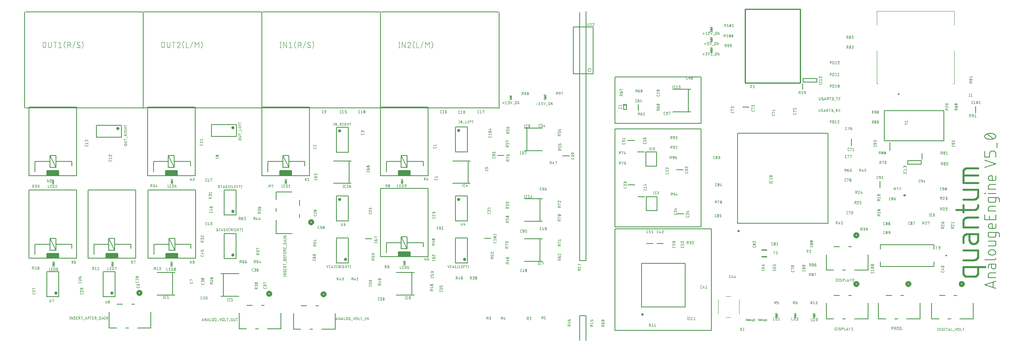
<source format=gbr>
G04 EAGLE Gerber RS-274X export*
G75*
%MOMM*%
%FSLAX34Y34*%
%LPD*%
%INSilkscreen Top*%
%IPPOS*%
%AMOC8*
5,1,8,0,0,1.08239X$1,22.5*%
G01*
%ADD10C,0.203200*%
%ADD11C,0.406400*%
%ADD12C,0.152400*%
%ADD13C,0.025400*%
%ADD14C,0.050800*%
%ADD15C,0.127000*%
%ADD16C,0.101600*%
%ADD17R,2.540000X1.270000*%
%ADD18C,0.635000*%
%ADD19C,0.200000*%
%ADD20C,0.100000*%
%ADD21C,0.250000*%
%ADD22C,0.254000*%
%ADD23C,0.508000*%


D10*
X2074244Y110016D02*
X2050876Y117805D01*
X2074244Y125595D01*
X2068402Y123647D02*
X2068402Y111963D01*
X2074244Y132795D02*
X2058665Y132795D01*
X2058665Y139286D01*
X2058667Y139408D01*
X2058673Y139531D01*
X2058682Y139653D01*
X2058696Y139774D01*
X2058713Y139895D01*
X2058734Y140016D01*
X2058759Y140136D01*
X2058787Y140255D01*
X2058820Y140373D01*
X2058856Y140490D01*
X2058895Y140605D01*
X2058939Y140720D01*
X2058985Y140833D01*
X2059036Y140944D01*
X2059090Y141054D01*
X2059147Y141162D01*
X2059207Y141269D01*
X2059271Y141373D01*
X2059339Y141475D01*
X2059409Y141575D01*
X2059482Y141673D01*
X2059559Y141769D01*
X2059638Y141862D01*
X2059721Y141952D01*
X2059806Y142040D01*
X2059894Y142125D01*
X2059984Y142208D01*
X2060077Y142287D01*
X2060173Y142364D01*
X2060271Y142437D01*
X2060371Y142507D01*
X2060473Y142575D01*
X2060577Y142639D01*
X2060684Y142699D01*
X2060792Y142756D01*
X2060902Y142810D01*
X2061013Y142861D01*
X2061126Y142907D01*
X2061241Y142951D01*
X2061356Y142990D01*
X2061473Y143026D01*
X2061591Y143059D01*
X2061710Y143087D01*
X2061830Y143112D01*
X2061951Y143133D01*
X2062072Y143150D01*
X2062193Y143164D01*
X2062315Y143173D01*
X2062438Y143179D01*
X2062560Y143181D01*
X2074244Y143181D01*
X2065156Y156079D02*
X2065156Y161921D01*
X2065156Y156079D02*
X2065158Y155946D01*
X2065164Y155812D01*
X2065174Y155679D01*
X2065187Y155547D01*
X2065205Y155414D01*
X2065226Y155283D01*
X2065252Y155152D01*
X2065281Y155021D01*
X2065314Y154892D01*
X2065350Y154764D01*
X2065391Y154637D01*
X2065435Y154511D01*
X2065483Y154386D01*
X2065535Y154263D01*
X2065590Y154142D01*
X2065648Y154022D01*
X2065710Y153904D01*
X2065776Y153788D01*
X2065845Y153674D01*
X2065917Y153561D01*
X2065993Y153451D01*
X2066071Y153344D01*
X2066153Y153238D01*
X2066238Y153136D01*
X2066326Y153035D01*
X2066417Y152937D01*
X2066511Y152842D01*
X2066607Y152750D01*
X2066706Y152661D01*
X2066808Y152574D01*
X2066912Y152491D01*
X2067018Y152411D01*
X2067127Y152334D01*
X2067238Y152260D01*
X2067351Y152189D01*
X2067467Y152122D01*
X2067584Y152058D01*
X2067703Y151997D01*
X2067823Y151941D01*
X2067946Y151887D01*
X2068070Y151838D01*
X2068195Y151792D01*
X2068321Y151749D01*
X2068449Y151711D01*
X2068578Y151676D01*
X2068707Y151645D01*
X2068838Y151617D01*
X2068969Y151594D01*
X2069101Y151575D01*
X2069234Y151559D01*
X2069367Y151547D01*
X2069500Y151539D01*
X2069633Y151535D01*
X2069767Y151535D01*
X2069900Y151539D01*
X2070033Y151547D01*
X2070166Y151559D01*
X2070299Y151575D01*
X2070431Y151594D01*
X2070562Y151617D01*
X2070693Y151645D01*
X2070822Y151676D01*
X2070951Y151711D01*
X2071079Y151749D01*
X2071205Y151792D01*
X2071330Y151838D01*
X2071454Y151887D01*
X2071577Y151941D01*
X2071697Y151997D01*
X2071816Y152058D01*
X2071933Y152122D01*
X2072049Y152189D01*
X2072162Y152260D01*
X2072273Y152334D01*
X2072382Y152411D01*
X2072488Y152491D01*
X2072592Y152574D01*
X2072694Y152661D01*
X2072793Y152750D01*
X2072889Y152842D01*
X2072983Y152937D01*
X2073074Y153035D01*
X2073162Y153136D01*
X2073247Y153238D01*
X2073329Y153344D01*
X2073407Y153451D01*
X2073483Y153561D01*
X2073555Y153674D01*
X2073624Y153788D01*
X2073690Y153904D01*
X2073752Y154022D01*
X2073810Y154142D01*
X2073865Y154263D01*
X2073917Y154386D01*
X2073965Y154511D01*
X2074009Y154637D01*
X2074050Y154764D01*
X2074086Y154892D01*
X2074119Y155021D01*
X2074148Y155152D01*
X2074174Y155283D01*
X2074195Y155414D01*
X2074213Y155547D01*
X2074226Y155679D01*
X2074236Y155812D01*
X2074242Y155946D01*
X2074244Y156079D01*
X2074244Y161921D01*
X2062560Y161921D01*
X2062438Y161919D01*
X2062315Y161913D01*
X2062193Y161904D01*
X2062072Y161890D01*
X2061951Y161873D01*
X2061830Y161852D01*
X2061710Y161827D01*
X2061591Y161799D01*
X2061473Y161766D01*
X2061356Y161730D01*
X2061241Y161691D01*
X2061126Y161647D01*
X2061013Y161601D01*
X2060902Y161550D01*
X2060792Y161496D01*
X2060684Y161439D01*
X2060577Y161379D01*
X2060473Y161315D01*
X2060371Y161247D01*
X2060271Y161177D01*
X2060173Y161104D01*
X2060077Y161027D01*
X2059984Y160948D01*
X2059894Y160865D01*
X2059806Y160780D01*
X2059721Y160692D01*
X2059638Y160602D01*
X2059559Y160509D01*
X2059482Y160413D01*
X2059409Y160315D01*
X2059339Y160215D01*
X2059271Y160113D01*
X2059207Y160009D01*
X2059147Y159902D01*
X2059090Y159794D01*
X2059036Y159684D01*
X2058985Y159573D01*
X2058939Y159460D01*
X2058895Y159345D01*
X2058856Y159230D01*
X2058820Y159113D01*
X2058787Y158995D01*
X2058759Y158876D01*
X2058734Y158756D01*
X2058713Y158635D01*
X2058696Y158514D01*
X2058682Y158393D01*
X2058673Y158271D01*
X2058667Y158148D01*
X2058665Y158026D01*
X2058665Y152833D01*
X2050876Y170883D02*
X2070349Y170883D01*
X2070471Y170885D01*
X2070594Y170891D01*
X2070716Y170900D01*
X2070837Y170914D01*
X2070958Y170931D01*
X2071079Y170952D01*
X2071199Y170977D01*
X2071318Y171005D01*
X2071436Y171038D01*
X2071553Y171074D01*
X2071668Y171113D01*
X2071783Y171157D01*
X2071896Y171203D01*
X2072007Y171254D01*
X2072117Y171308D01*
X2072225Y171365D01*
X2072332Y171425D01*
X2072436Y171489D01*
X2072538Y171557D01*
X2072638Y171627D01*
X2072736Y171700D01*
X2072832Y171777D01*
X2072925Y171856D01*
X2073015Y171939D01*
X2073103Y172024D01*
X2073188Y172112D01*
X2073271Y172202D01*
X2073350Y172295D01*
X2073427Y172391D01*
X2073500Y172489D01*
X2073570Y172589D01*
X2073638Y172691D01*
X2073702Y172795D01*
X2073762Y172902D01*
X2073819Y173010D01*
X2073873Y173120D01*
X2073924Y173231D01*
X2073970Y173344D01*
X2074014Y173459D01*
X2074053Y173574D01*
X2074089Y173691D01*
X2074122Y173809D01*
X2074150Y173928D01*
X2074175Y174048D01*
X2074196Y174169D01*
X2074213Y174290D01*
X2074227Y174411D01*
X2074236Y174533D01*
X2074242Y174656D01*
X2074244Y174778D01*
X2069051Y181512D02*
X2063858Y181512D01*
X2063715Y181514D01*
X2063572Y181520D01*
X2063429Y181530D01*
X2063287Y181544D01*
X2063145Y181561D01*
X2063003Y181583D01*
X2062862Y181608D01*
X2062722Y181638D01*
X2062583Y181671D01*
X2062445Y181708D01*
X2062308Y181749D01*
X2062172Y181793D01*
X2062037Y181842D01*
X2061904Y181894D01*
X2061772Y181949D01*
X2061642Y182009D01*
X2061513Y182072D01*
X2061386Y182138D01*
X2061262Y182208D01*
X2061139Y182281D01*
X2061018Y182358D01*
X2060899Y182438D01*
X2060783Y182521D01*
X2060668Y182607D01*
X2060557Y182696D01*
X2060447Y182789D01*
X2060341Y182884D01*
X2060237Y182983D01*
X2060136Y183084D01*
X2060037Y183188D01*
X2059942Y183294D01*
X2059849Y183404D01*
X2059760Y183515D01*
X2059674Y183630D01*
X2059591Y183746D01*
X2059511Y183865D01*
X2059434Y183986D01*
X2059361Y184109D01*
X2059291Y184233D01*
X2059225Y184360D01*
X2059162Y184489D01*
X2059102Y184619D01*
X2059047Y184751D01*
X2058995Y184884D01*
X2058946Y185019D01*
X2058902Y185155D01*
X2058861Y185292D01*
X2058824Y185430D01*
X2058791Y185569D01*
X2058761Y185709D01*
X2058736Y185850D01*
X2058714Y185992D01*
X2058697Y186134D01*
X2058683Y186276D01*
X2058673Y186419D01*
X2058667Y186562D01*
X2058665Y186705D01*
X2058667Y186848D01*
X2058673Y186991D01*
X2058683Y187134D01*
X2058697Y187276D01*
X2058714Y187418D01*
X2058736Y187560D01*
X2058761Y187701D01*
X2058791Y187841D01*
X2058824Y187980D01*
X2058861Y188118D01*
X2058902Y188255D01*
X2058946Y188391D01*
X2058995Y188526D01*
X2059047Y188659D01*
X2059102Y188791D01*
X2059162Y188921D01*
X2059225Y189050D01*
X2059291Y189177D01*
X2059361Y189302D01*
X2059434Y189424D01*
X2059511Y189545D01*
X2059591Y189664D01*
X2059674Y189780D01*
X2059760Y189895D01*
X2059849Y190006D01*
X2059942Y190116D01*
X2060037Y190222D01*
X2060136Y190326D01*
X2060237Y190427D01*
X2060341Y190526D01*
X2060447Y190621D01*
X2060557Y190714D01*
X2060668Y190803D01*
X2060783Y190889D01*
X2060899Y190972D01*
X2061018Y191052D01*
X2061139Y191129D01*
X2061262Y191202D01*
X2061386Y191272D01*
X2061513Y191338D01*
X2061642Y191401D01*
X2061772Y191461D01*
X2061904Y191516D01*
X2062037Y191568D01*
X2062172Y191617D01*
X2062308Y191661D01*
X2062445Y191702D01*
X2062583Y191739D01*
X2062722Y191772D01*
X2062862Y191802D01*
X2063003Y191827D01*
X2063145Y191849D01*
X2063287Y191866D01*
X2063429Y191880D01*
X2063572Y191890D01*
X2063715Y191896D01*
X2063858Y191898D01*
X2069051Y191898D01*
X2069194Y191896D01*
X2069337Y191890D01*
X2069480Y191880D01*
X2069622Y191866D01*
X2069764Y191849D01*
X2069906Y191827D01*
X2070047Y191802D01*
X2070187Y191772D01*
X2070326Y191739D01*
X2070464Y191702D01*
X2070601Y191661D01*
X2070737Y191617D01*
X2070872Y191568D01*
X2071005Y191516D01*
X2071137Y191461D01*
X2071267Y191401D01*
X2071396Y191338D01*
X2071523Y191272D01*
X2071648Y191202D01*
X2071770Y191129D01*
X2071891Y191052D01*
X2072010Y190972D01*
X2072126Y190889D01*
X2072241Y190803D01*
X2072352Y190714D01*
X2072462Y190621D01*
X2072568Y190526D01*
X2072672Y190427D01*
X2072773Y190326D01*
X2072872Y190222D01*
X2072967Y190116D01*
X2073060Y190006D01*
X2073149Y189895D01*
X2073235Y189780D01*
X2073318Y189664D01*
X2073398Y189545D01*
X2073475Y189424D01*
X2073548Y189301D01*
X2073618Y189177D01*
X2073684Y189050D01*
X2073747Y188921D01*
X2073807Y188791D01*
X2073862Y188659D01*
X2073914Y188526D01*
X2073963Y188391D01*
X2074007Y188255D01*
X2074048Y188118D01*
X2074085Y187980D01*
X2074118Y187841D01*
X2074148Y187701D01*
X2074173Y187560D01*
X2074195Y187418D01*
X2074212Y187276D01*
X2074226Y187134D01*
X2074236Y186991D01*
X2074242Y186848D01*
X2074244Y186705D01*
X2074242Y186562D01*
X2074236Y186419D01*
X2074226Y186276D01*
X2074212Y186134D01*
X2074195Y185992D01*
X2074173Y185850D01*
X2074148Y185709D01*
X2074118Y185569D01*
X2074085Y185430D01*
X2074048Y185292D01*
X2074007Y185155D01*
X2073963Y185019D01*
X2073914Y184884D01*
X2073862Y184751D01*
X2073807Y184619D01*
X2073747Y184489D01*
X2073684Y184360D01*
X2073618Y184233D01*
X2073548Y184108D01*
X2073475Y183986D01*
X2073398Y183865D01*
X2073318Y183746D01*
X2073235Y183630D01*
X2073149Y183515D01*
X2073060Y183404D01*
X2072967Y183294D01*
X2072872Y183188D01*
X2072773Y183084D01*
X2072672Y182983D01*
X2072568Y182884D01*
X2072462Y182789D01*
X2072352Y182696D01*
X2072241Y182607D01*
X2072126Y182521D01*
X2072010Y182438D01*
X2071891Y182358D01*
X2071770Y182281D01*
X2071648Y182208D01*
X2071523Y182138D01*
X2071396Y182072D01*
X2071267Y182009D01*
X2071137Y181949D01*
X2071005Y181894D01*
X2070872Y181842D01*
X2070737Y181793D01*
X2070601Y181749D01*
X2070464Y181708D01*
X2070326Y181671D01*
X2070187Y181638D01*
X2070047Y181608D01*
X2069906Y181583D01*
X2069764Y181561D01*
X2069622Y181544D01*
X2069480Y181530D01*
X2069337Y181520D01*
X2069194Y181514D01*
X2069051Y181512D01*
X2070349Y200303D02*
X2058665Y200303D01*
X2070349Y200303D02*
X2070471Y200305D01*
X2070594Y200311D01*
X2070716Y200320D01*
X2070837Y200334D01*
X2070958Y200351D01*
X2071079Y200372D01*
X2071199Y200397D01*
X2071318Y200425D01*
X2071436Y200458D01*
X2071553Y200494D01*
X2071668Y200533D01*
X2071783Y200577D01*
X2071896Y200623D01*
X2072007Y200674D01*
X2072117Y200728D01*
X2072225Y200785D01*
X2072332Y200845D01*
X2072436Y200909D01*
X2072538Y200977D01*
X2072638Y201047D01*
X2072736Y201120D01*
X2072832Y201197D01*
X2072925Y201276D01*
X2073015Y201359D01*
X2073103Y201444D01*
X2073188Y201532D01*
X2073271Y201622D01*
X2073350Y201715D01*
X2073427Y201811D01*
X2073500Y201909D01*
X2073570Y202009D01*
X2073638Y202111D01*
X2073702Y202215D01*
X2073762Y202322D01*
X2073819Y202430D01*
X2073873Y202540D01*
X2073924Y202651D01*
X2073970Y202764D01*
X2074014Y202879D01*
X2074053Y202994D01*
X2074089Y203111D01*
X2074122Y203229D01*
X2074150Y203348D01*
X2074175Y203468D01*
X2074196Y203589D01*
X2074213Y203710D01*
X2074227Y203831D01*
X2074236Y203953D01*
X2074242Y204076D01*
X2074244Y204198D01*
X2074244Y210689D01*
X2058665Y210689D01*
X2074244Y222938D02*
X2074244Y229429D01*
X2074244Y222938D02*
X2074242Y222816D01*
X2074236Y222693D01*
X2074227Y222571D01*
X2074213Y222450D01*
X2074196Y222329D01*
X2074175Y222208D01*
X2074150Y222088D01*
X2074122Y221969D01*
X2074089Y221851D01*
X2074053Y221734D01*
X2074014Y221619D01*
X2073970Y221504D01*
X2073924Y221391D01*
X2073873Y221280D01*
X2073819Y221170D01*
X2073762Y221062D01*
X2073702Y220955D01*
X2073638Y220851D01*
X2073570Y220749D01*
X2073500Y220649D01*
X2073427Y220551D01*
X2073350Y220455D01*
X2073271Y220362D01*
X2073188Y220272D01*
X2073103Y220184D01*
X2073015Y220099D01*
X2072925Y220016D01*
X2072832Y219937D01*
X2072736Y219860D01*
X2072638Y219787D01*
X2072538Y219717D01*
X2072436Y219649D01*
X2072332Y219585D01*
X2072225Y219525D01*
X2072117Y219468D01*
X2072007Y219414D01*
X2071896Y219363D01*
X2071783Y219317D01*
X2071668Y219273D01*
X2071553Y219234D01*
X2071436Y219198D01*
X2071318Y219165D01*
X2071199Y219137D01*
X2071079Y219112D01*
X2070958Y219091D01*
X2070837Y219074D01*
X2070716Y219060D01*
X2070594Y219051D01*
X2070471Y219045D01*
X2070349Y219043D01*
X2062560Y219043D01*
X2062438Y219045D01*
X2062315Y219051D01*
X2062193Y219060D01*
X2062072Y219074D01*
X2061951Y219091D01*
X2061830Y219112D01*
X2061710Y219137D01*
X2061591Y219165D01*
X2061473Y219198D01*
X2061356Y219234D01*
X2061241Y219273D01*
X2061126Y219317D01*
X2061013Y219363D01*
X2060902Y219414D01*
X2060792Y219468D01*
X2060684Y219525D01*
X2060577Y219585D01*
X2060473Y219649D01*
X2060371Y219717D01*
X2060271Y219787D01*
X2060173Y219860D01*
X2060077Y219937D01*
X2059984Y220016D01*
X2059894Y220099D01*
X2059806Y220184D01*
X2059721Y220272D01*
X2059638Y220362D01*
X2059559Y220455D01*
X2059482Y220551D01*
X2059409Y220649D01*
X2059339Y220749D01*
X2059271Y220851D01*
X2059207Y220955D01*
X2059147Y221062D01*
X2059090Y221170D01*
X2059036Y221280D01*
X2058985Y221391D01*
X2058939Y221504D01*
X2058895Y221619D01*
X2058856Y221734D01*
X2058820Y221851D01*
X2058787Y221969D01*
X2058759Y222088D01*
X2058734Y222208D01*
X2058713Y222329D01*
X2058696Y222450D01*
X2058682Y222571D01*
X2058673Y222693D01*
X2058667Y222816D01*
X2058665Y222938D01*
X2058665Y229429D01*
X2078139Y229429D01*
X2078261Y229427D01*
X2078384Y229421D01*
X2078506Y229412D01*
X2078627Y229398D01*
X2078748Y229381D01*
X2078869Y229360D01*
X2078989Y229335D01*
X2079108Y229307D01*
X2079226Y229274D01*
X2079343Y229238D01*
X2079458Y229199D01*
X2079573Y229155D01*
X2079686Y229109D01*
X2079797Y229058D01*
X2079907Y229004D01*
X2080015Y228947D01*
X2080122Y228887D01*
X2080226Y228823D01*
X2080328Y228755D01*
X2080428Y228685D01*
X2080526Y228612D01*
X2080622Y228535D01*
X2080715Y228456D01*
X2080805Y228373D01*
X2080893Y228288D01*
X2080978Y228200D01*
X2081061Y228110D01*
X2081140Y228017D01*
X2081217Y227921D01*
X2081290Y227823D01*
X2081360Y227723D01*
X2081428Y227621D01*
X2081492Y227517D01*
X2081552Y227410D01*
X2081609Y227302D01*
X2081663Y227192D01*
X2081714Y227081D01*
X2081760Y226968D01*
X2081804Y226853D01*
X2081843Y226738D01*
X2081879Y226621D01*
X2081912Y226503D01*
X2081940Y226384D01*
X2081965Y226264D01*
X2081986Y226143D01*
X2082003Y226022D01*
X2082017Y225901D01*
X2082026Y225779D01*
X2082032Y225656D01*
X2082034Y225534D01*
X2082033Y225534D02*
X2082033Y220341D01*
X2074244Y241780D02*
X2074244Y248271D01*
X2074244Y241780D02*
X2074242Y241658D01*
X2074236Y241535D01*
X2074227Y241413D01*
X2074213Y241292D01*
X2074196Y241171D01*
X2074175Y241050D01*
X2074150Y240930D01*
X2074122Y240811D01*
X2074089Y240693D01*
X2074053Y240576D01*
X2074014Y240461D01*
X2073970Y240346D01*
X2073924Y240233D01*
X2073873Y240122D01*
X2073819Y240012D01*
X2073762Y239904D01*
X2073702Y239797D01*
X2073638Y239693D01*
X2073570Y239591D01*
X2073500Y239491D01*
X2073427Y239393D01*
X2073350Y239297D01*
X2073271Y239204D01*
X2073188Y239114D01*
X2073103Y239026D01*
X2073015Y238941D01*
X2072925Y238858D01*
X2072832Y238779D01*
X2072736Y238702D01*
X2072638Y238629D01*
X2072538Y238559D01*
X2072436Y238491D01*
X2072332Y238427D01*
X2072225Y238367D01*
X2072117Y238310D01*
X2072007Y238256D01*
X2071896Y238205D01*
X2071783Y238159D01*
X2071668Y238115D01*
X2071553Y238076D01*
X2071436Y238040D01*
X2071318Y238007D01*
X2071199Y237979D01*
X2071079Y237954D01*
X2070958Y237933D01*
X2070837Y237916D01*
X2070716Y237902D01*
X2070594Y237893D01*
X2070471Y237887D01*
X2070349Y237885D01*
X2063858Y237885D01*
X2063715Y237887D01*
X2063572Y237893D01*
X2063429Y237903D01*
X2063287Y237917D01*
X2063145Y237934D01*
X2063003Y237956D01*
X2062862Y237981D01*
X2062722Y238011D01*
X2062583Y238044D01*
X2062445Y238081D01*
X2062308Y238122D01*
X2062172Y238166D01*
X2062037Y238215D01*
X2061904Y238267D01*
X2061772Y238322D01*
X2061642Y238382D01*
X2061513Y238445D01*
X2061386Y238511D01*
X2061262Y238581D01*
X2061139Y238654D01*
X2061018Y238731D01*
X2060899Y238811D01*
X2060783Y238894D01*
X2060668Y238980D01*
X2060557Y239069D01*
X2060447Y239162D01*
X2060341Y239257D01*
X2060237Y239356D01*
X2060136Y239457D01*
X2060037Y239561D01*
X2059942Y239667D01*
X2059849Y239777D01*
X2059760Y239888D01*
X2059674Y240003D01*
X2059591Y240119D01*
X2059511Y240238D01*
X2059434Y240359D01*
X2059361Y240482D01*
X2059291Y240606D01*
X2059225Y240733D01*
X2059162Y240862D01*
X2059102Y240992D01*
X2059047Y241124D01*
X2058995Y241257D01*
X2058946Y241392D01*
X2058902Y241528D01*
X2058861Y241665D01*
X2058824Y241803D01*
X2058791Y241942D01*
X2058761Y242082D01*
X2058736Y242223D01*
X2058714Y242365D01*
X2058697Y242507D01*
X2058683Y242649D01*
X2058673Y242792D01*
X2058667Y242935D01*
X2058665Y243078D01*
X2058667Y243221D01*
X2058673Y243364D01*
X2058683Y243507D01*
X2058697Y243649D01*
X2058714Y243791D01*
X2058736Y243933D01*
X2058761Y244074D01*
X2058791Y244214D01*
X2058824Y244353D01*
X2058861Y244491D01*
X2058902Y244628D01*
X2058946Y244764D01*
X2058995Y244899D01*
X2059047Y245032D01*
X2059102Y245164D01*
X2059162Y245294D01*
X2059225Y245423D01*
X2059291Y245550D01*
X2059361Y245675D01*
X2059434Y245797D01*
X2059511Y245918D01*
X2059591Y246037D01*
X2059674Y246153D01*
X2059760Y246268D01*
X2059849Y246379D01*
X2059942Y246489D01*
X2060037Y246595D01*
X2060136Y246699D01*
X2060237Y246800D01*
X2060341Y246899D01*
X2060447Y246994D01*
X2060557Y247087D01*
X2060668Y247176D01*
X2060783Y247262D01*
X2060899Y247345D01*
X2061018Y247425D01*
X2061139Y247502D01*
X2061262Y247575D01*
X2061386Y247645D01*
X2061513Y247711D01*
X2061642Y247774D01*
X2061772Y247834D01*
X2061904Y247889D01*
X2062037Y247941D01*
X2062172Y247990D01*
X2062308Y248034D01*
X2062445Y248075D01*
X2062583Y248112D01*
X2062722Y248145D01*
X2062862Y248175D01*
X2063003Y248200D01*
X2063145Y248222D01*
X2063287Y248239D01*
X2063429Y248253D01*
X2063572Y248263D01*
X2063715Y248269D01*
X2063858Y248271D01*
X2066455Y248271D01*
X2066455Y237885D01*
X2074244Y256794D02*
X2074244Y267180D01*
X2074244Y256794D02*
X2050876Y256794D01*
X2050876Y267180D01*
X2061262Y264583D02*
X2061262Y256794D01*
X2058665Y274771D02*
X2074244Y274771D01*
X2058665Y274771D02*
X2058665Y281262D01*
X2058667Y281384D01*
X2058673Y281507D01*
X2058682Y281629D01*
X2058696Y281750D01*
X2058713Y281871D01*
X2058734Y281992D01*
X2058759Y282112D01*
X2058787Y282231D01*
X2058820Y282349D01*
X2058856Y282466D01*
X2058895Y282581D01*
X2058939Y282696D01*
X2058985Y282809D01*
X2059036Y282920D01*
X2059090Y283030D01*
X2059147Y283138D01*
X2059207Y283245D01*
X2059271Y283349D01*
X2059339Y283451D01*
X2059409Y283551D01*
X2059482Y283649D01*
X2059559Y283745D01*
X2059638Y283838D01*
X2059721Y283928D01*
X2059806Y284016D01*
X2059894Y284101D01*
X2059984Y284184D01*
X2060077Y284263D01*
X2060173Y284340D01*
X2060271Y284413D01*
X2060371Y284483D01*
X2060473Y284551D01*
X2060577Y284615D01*
X2060684Y284675D01*
X2060792Y284732D01*
X2060902Y284786D01*
X2061013Y284837D01*
X2061126Y284883D01*
X2061241Y284927D01*
X2061356Y284966D01*
X2061473Y285002D01*
X2061591Y285035D01*
X2061710Y285063D01*
X2061830Y285088D01*
X2061951Y285109D01*
X2062072Y285126D01*
X2062193Y285140D01*
X2062315Y285149D01*
X2062438Y285155D01*
X2062560Y285157D01*
X2074244Y285157D01*
X2074244Y297405D02*
X2074244Y303896D01*
X2074244Y297405D02*
X2074242Y297283D01*
X2074236Y297160D01*
X2074227Y297038D01*
X2074213Y296917D01*
X2074196Y296796D01*
X2074175Y296675D01*
X2074150Y296555D01*
X2074122Y296436D01*
X2074089Y296318D01*
X2074053Y296201D01*
X2074014Y296086D01*
X2073970Y295971D01*
X2073924Y295858D01*
X2073873Y295747D01*
X2073819Y295637D01*
X2073762Y295529D01*
X2073702Y295422D01*
X2073638Y295318D01*
X2073570Y295216D01*
X2073500Y295116D01*
X2073427Y295018D01*
X2073350Y294922D01*
X2073271Y294829D01*
X2073188Y294739D01*
X2073103Y294651D01*
X2073015Y294566D01*
X2072925Y294483D01*
X2072832Y294404D01*
X2072736Y294327D01*
X2072638Y294254D01*
X2072538Y294184D01*
X2072436Y294116D01*
X2072332Y294052D01*
X2072225Y293992D01*
X2072117Y293935D01*
X2072007Y293881D01*
X2071896Y293830D01*
X2071783Y293784D01*
X2071668Y293740D01*
X2071553Y293701D01*
X2071436Y293665D01*
X2071318Y293632D01*
X2071199Y293604D01*
X2071079Y293579D01*
X2070958Y293558D01*
X2070837Y293541D01*
X2070716Y293527D01*
X2070594Y293518D01*
X2070471Y293512D01*
X2070349Y293510D01*
X2070349Y293511D02*
X2062560Y293511D01*
X2062560Y293510D02*
X2062438Y293512D01*
X2062315Y293518D01*
X2062193Y293527D01*
X2062072Y293541D01*
X2061951Y293558D01*
X2061830Y293579D01*
X2061710Y293604D01*
X2061591Y293632D01*
X2061473Y293665D01*
X2061356Y293701D01*
X2061241Y293740D01*
X2061126Y293784D01*
X2061013Y293830D01*
X2060902Y293881D01*
X2060792Y293935D01*
X2060684Y293992D01*
X2060577Y294052D01*
X2060473Y294116D01*
X2060371Y294184D01*
X2060271Y294254D01*
X2060173Y294327D01*
X2060077Y294404D01*
X2059984Y294483D01*
X2059894Y294566D01*
X2059806Y294651D01*
X2059721Y294739D01*
X2059638Y294829D01*
X2059559Y294922D01*
X2059482Y295018D01*
X2059409Y295116D01*
X2059339Y295216D01*
X2059271Y295318D01*
X2059207Y295422D01*
X2059147Y295529D01*
X2059090Y295637D01*
X2059036Y295747D01*
X2058985Y295858D01*
X2058939Y295971D01*
X2058895Y296086D01*
X2058856Y296201D01*
X2058820Y296318D01*
X2058787Y296436D01*
X2058759Y296555D01*
X2058734Y296675D01*
X2058713Y296796D01*
X2058696Y296917D01*
X2058682Y297038D01*
X2058673Y297160D01*
X2058667Y297283D01*
X2058665Y297405D01*
X2058665Y303896D01*
X2078139Y303896D01*
X2078139Y303897D02*
X2078261Y303895D01*
X2078384Y303889D01*
X2078506Y303880D01*
X2078627Y303866D01*
X2078748Y303849D01*
X2078869Y303828D01*
X2078989Y303803D01*
X2079108Y303775D01*
X2079226Y303742D01*
X2079343Y303706D01*
X2079458Y303667D01*
X2079573Y303623D01*
X2079686Y303577D01*
X2079797Y303526D01*
X2079907Y303472D01*
X2080015Y303415D01*
X2080122Y303355D01*
X2080226Y303291D01*
X2080328Y303223D01*
X2080428Y303153D01*
X2080526Y303080D01*
X2080622Y303003D01*
X2080715Y302924D01*
X2080805Y302841D01*
X2080893Y302756D01*
X2080978Y302668D01*
X2081061Y302578D01*
X2081140Y302485D01*
X2081217Y302389D01*
X2081290Y302291D01*
X2081360Y302191D01*
X2081428Y302089D01*
X2081492Y301985D01*
X2081552Y301878D01*
X2081609Y301770D01*
X2081663Y301660D01*
X2081714Y301549D01*
X2081760Y301436D01*
X2081804Y301321D01*
X2081843Y301206D01*
X2081879Y301089D01*
X2081912Y300971D01*
X2081940Y300852D01*
X2081965Y300732D01*
X2081986Y300611D01*
X2082003Y300490D01*
X2082017Y300369D01*
X2082026Y300247D01*
X2082032Y300124D01*
X2082034Y300002D01*
X2082033Y300002D02*
X2082033Y294809D01*
X2074244Y312674D02*
X2058665Y312674D01*
X2052174Y312025D02*
X2050876Y312025D01*
X2050876Y313323D01*
X2052174Y313323D01*
X2052174Y312025D01*
X2058665Y321400D02*
X2074244Y321400D01*
X2058665Y321400D02*
X2058665Y327891D01*
X2058667Y328013D01*
X2058673Y328136D01*
X2058682Y328258D01*
X2058696Y328379D01*
X2058713Y328500D01*
X2058734Y328621D01*
X2058759Y328741D01*
X2058787Y328860D01*
X2058820Y328978D01*
X2058856Y329095D01*
X2058895Y329210D01*
X2058939Y329325D01*
X2058985Y329438D01*
X2059036Y329549D01*
X2059090Y329659D01*
X2059147Y329767D01*
X2059207Y329874D01*
X2059271Y329978D01*
X2059339Y330080D01*
X2059409Y330180D01*
X2059482Y330278D01*
X2059559Y330374D01*
X2059638Y330467D01*
X2059721Y330557D01*
X2059806Y330645D01*
X2059894Y330730D01*
X2059984Y330813D01*
X2060077Y330892D01*
X2060173Y330969D01*
X2060271Y331042D01*
X2060371Y331112D01*
X2060473Y331180D01*
X2060577Y331244D01*
X2060684Y331304D01*
X2060792Y331361D01*
X2060902Y331415D01*
X2061013Y331466D01*
X2061126Y331512D01*
X2061241Y331556D01*
X2061356Y331595D01*
X2061473Y331631D01*
X2061591Y331664D01*
X2061710Y331692D01*
X2061830Y331717D01*
X2061951Y331738D01*
X2062072Y331755D01*
X2062193Y331769D01*
X2062315Y331778D01*
X2062438Y331784D01*
X2062560Y331786D01*
X2074244Y331786D01*
X2074244Y344085D02*
X2074244Y350577D01*
X2074244Y344085D02*
X2074242Y343963D01*
X2074236Y343840D01*
X2074227Y343718D01*
X2074213Y343597D01*
X2074196Y343476D01*
X2074175Y343355D01*
X2074150Y343235D01*
X2074122Y343116D01*
X2074089Y342998D01*
X2074053Y342881D01*
X2074014Y342766D01*
X2073970Y342651D01*
X2073924Y342538D01*
X2073873Y342427D01*
X2073819Y342317D01*
X2073762Y342209D01*
X2073702Y342102D01*
X2073638Y341998D01*
X2073570Y341896D01*
X2073500Y341796D01*
X2073427Y341698D01*
X2073350Y341602D01*
X2073271Y341509D01*
X2073188Y341419D01*
X2073103Y341331D01*
X2073015Y341246D01*
X2072925Y341163D01*
X2072832Y341084D01*
X2072736Y341007D01*
X2072638Y340934D01*
X2072538Y340864D01*
X2072436Y340796D01*
X2072332Y340732D01*
X2072225Y340672D01*
X2072117Y340615D01*
X2072007Y340561D01*
X2071896Y340510D01*
X2071783Y340464D01*
X2071668Y340420D01*
X2071553Y340381D01*
X2071436Y340345D01*
X2071318Y340312D01*
X2071199Y340284D01*
X2071079Y340259D01*
X2070958Y340238D01*
X2070837Y340221D01*
X2070716Y340207D01*
X2070594Y340198D01*
X2070471Y340192D01*
X2070349Y340190D01*
X2070349Y340191D02*
X2063858Y340191D01*
X2063715Y340193D01*
X2063572Y340199D01*
X2063429Y340209D01*
X2063287Y340223D01*
X2063145Y340240D01*
X2063003Y340262D01*
X2062862Y340287D01*
X2062722Y340317D01*
X2062583Y340350D01*
X2062445Y340387D01*
X2062308Y340428D01*
X2062172Y340472D01*
X2062037Y340521D01*
X2061904Y340573D01*
X2061772Y340628D01*
X2061642Y340688D01*
X2061513Y340751D01*
X2061386Y340817D01*
X2061262Y340887D01*
X2061139Y340960D01*
X2061018Y341037D01*
X2060899Y341117D01*
X2060783Y341200D01*
X2060668Y341286D01*
X2060557Y341375D01*
X2060447Y341468D01*
X2060341Y341563D01*
X2060237Y341662D01*
X2060136Y341763D01*
X2060037Y341867D01*
X2059942Y341973D01*
X2059849Y342083D01*
X2059760Y342194D01*
X2059674Y342309D01*
X2059591Y342425D01*
X2059511Y342544D01*
X2059434Y342665D01*
X2059361Y342788D01*
X2059291Y342912D01*
X2059225Y343039D01*
X2059162Y343168D01*
X2059102Y343298D01*
X2059047Y343430D01*
X2058995Y343563D01*
X2058946Y343698D01*
X2058902Y343834D01*
X2058861Y343971D01*
X2058824Y344109D01*
X2058791Y344248D01*
X2058761Y344388D01*
X2058736Y344529D01*
X2058714Y344671D01*
X2058697Y344813D01*
X2058683Y344955D01*
X2058673Y345098D01*
X2058667Y345241D01*
X2058665Y345384D01*
X2058667Y345527D01*
X2058673Y345670D01*
X2058683Y345813D01*
X2058697Y345955D01*
X2058714Y346097D01*
X2058736Y346239D01*
X2058761Y346380D01*
X2058791Y346520D01*
X2058824Y346659D01*
X2058861Y346797D01*
X2058902Y346934D01*
X2058946Y347070D01*
X2058995Y347205D01*
X2059047Y347338D01*
X2059102Y347470D01*
X2059162Y347600D01*
X2059225Y347729D01*
X2059291Y347856D01*
X2059361Y347981D01*
X2059434Y348103D01*
X2059511Y348224D01*
X2059591Y348343D01*
X2059674Y348459D01*
X2059760Y348574D01*
X2059849Y348685D01*
X2059942Y348795D01*
X2060037Y348901D01*
X2060136Y349005D01*
X2060237Y349106D01*
X2060341Y349205D01*
X2060447Y349300D01*
X2060557Y349393D01*
X2060668Y349482D01*
X2060783Y349568D01*
X2060899Y349651D01*
X2061018Y349731D01*
X2061139Y349808D01*
X2061262Y349881D01*
X2061386Y349951D01*
X2061513Y350017D01*
X2061642Y350080D01*
X2061772Y350140D01*
X2061904Y350195D01*
X2062037Y350247D01*
X2062172Y350296D01*
X2062308Y350340D01*
X2062445Y350381D01*
X2062583Y350418D01*
X2062722Y350451D01*
X2062862Y350481D01*
X2063003Y350506D01*
X2063145Y350528D01*
X2063287Y350545D01*
X2063429Y350559D01*
X2063572Y350569D01*
X2063715Y350575D01*
X2063858Y350577D01*
X2066455Y350577D01*
X2066455Y340191D01*
X2050876Y368217D02*
X2074244Y376006D01*
X2050876Y383795D01*
X2074244Y390394D02*
X2074244Y398183D01*
X2074242Y398326D01*
X2074236Y398469D01*
X2074226Y398612D01*
X2074212Y398754D01*
X2074195Y398896D01*
X2074173Y399038D01*
X2074148Y399179D01*
X2074118Y399319D01*
X2074085Y399458D01*
X2074048Y399596D01*
X2074007Y399733D01*
X2073963Y399869D01*
X2073914Y400004D01*
X2073862Y400137D01*
X2073807Y400269D01*
X2073747Y400399D01*
X2073684Y400528D01*
X2073618Y400655D01*
X2073548Y400780D01*
X2073475Y400902D01*
X2073398Y401023D01*
X2073318Y401142D01*
X2073235Y401258D01*
X2073149Y401373D01*
X2073060Y401484D01*
X2072967Y401594D01*
X2072872Y401700D01*
X2072773Y401804D01*
X2072672Y401905D01*
X2072568Y402004D01*
X2072462Y402099D01*
X2072352Y402192D01*
X2072241Y402281D01*
X2072126Y402367D01*
X2072010Y402450D01*
X2071891Y402530D01*
X2071770Y402607D01*
X2071648Y402680D01*
X2071523Y402750D01*
X2071396Y402816D01*
X2071267Y402879D01*
X2071137Y402939D01*
X2071005Y402994D01*
X2070872Y403046D01*
X2070737Y403095D01*
X2070601Y403139D01*
X2070464Y403180D01*
X2070326Y403217D01*
X2070187Y403250D01*
X2070047Y403280D01*
X2069906Y403305D01*
X2069764Y403327D01*
X2069622Y403344D01*
X2069480Y403358D01*
X2069337Y403368D01*
X2069194Y403374D01*
X2069051Y403376D01*
X2066455Y403376D01*
X2066312Y403374D01*
X2066169Y403368D01*
X2066026Y403358D01*
X2065884Y403344D01*
X2065742Y403327D01*
X2065600Y403305D01*
X2065459Y403280D01*
X2065319Y403250D01*
X2065180Y403217D01*
X2065042Y403180D01*
X2064905Y403139D01*
X2064769Y403095D01*
X2064634Y403046D01*
X2064501Y402994D01*
X2064369Y402939D01*
X2064239Y402879D01*
X2064110Y402816D01*
X2063983Y402750D01*
X2063859Y402680D01*
X2063736Y402607D01*
X2063615Y402530D01*
X2063496Y402450D01*
X2063380Y402367D01*
X2063265Y402281D01*
X2063154Y402192D01*
X2063044Y402099D01*
X2062938Y402004D01*
X2062834Y401905D01*
X2062733Y401804D01*
X2062634Y401700D01*
X2062539Y401594D01*
X2062446Y401484D01*
X2062357Y401373D01*
X2062271Y401258D01*
X2062188Y401142D01*
X2062108Y401023D01*
X2062031Y400902D01*
X2061958Y400780D01*
X2061888Y400655D01*
X2061822Y400528D01*
X2061759Y400399D01*
X2061699Y400269D01*
X2061644Y400137D01*
X2061592Y400004D01*
X2061543Y399869D01*
X2061499Y399733D01*
X2061458Y399596D01*
X2061421Y399458D01*
X2061388Y399319D01*
X2061358Y399179D01*
X2061333Y399038D01*
X2061311Y398896D01*
X2061294Y398754D01*
X2061280Y398612D01*
X2061270Y398469D01*
X2061264Y398326D01*
X2061262Y398183D01*
X2061262Y390394D01*
X2050876Y390394D01*
X2050876Y403376D01*
X2076840Y410483D02*
X2076840Y420868D01*
X2062560Y427975D02*
X2062100Y427980D01*
X2061641Y427997D01*
X2061182Y428024D01*
X2060724Y428063D01*
X2060267Y428112D01*
X2059811Y428172D01*
X2059357Y428243D01*
X2058904Y428325D01*
X2058454Y428418D01*
X2058006Y428521D01*
X2057561Y428635D01*
X2057118Y428760D01*
X2056679Y428895D01*
X2056243Y429041D01*
X2055811Y429197D01*
X2055382Y429363D01*
X2054957Y429539D01*
X2054537Y429726D01*
X2054122Y429922D01*
X2054121Y429923D02*
X2053994Y429968D01*
X2053868Y430018D01*
X2053743Y430070D01*
X2053620Y430127D01*
X2053498Y430187D01*
X2053379Y430250D01*
X2053261Y430316D01*
X2053145Y430386D01*
X2053031Y430459D01*
X2052919Y430535D01*
X2052809Y430615D01*
X2052702Y430697D01*
X2052597Y430783D01*
X2052494Y430871D01*
X2052394Y430962D01*
X2052296Y431056D01*
X2052202Y431153D01*
X2052110Y431252D01*
X2052020Y431354D01*
X2051934Y431458D01*
X2051851Y431565D01*
X2051771Y431674D01*
X2051693Y431786D01*
X2051620Y431899D01*
X2051549Y432014D01*
X2051481Y432132D01*
X2051417Y432251D01*
X2051356Y432372D01*
X2051299Y432495D01*
X2051245Y432619D01*
X2051195Y432745D01*
X2051148Y432872D01*
X2051105Y433000D01*
X2051066Y433130D01*
X2051030Y433260D01*
X2050998Y433392D01*
X2050969Y433524D01*
X2050945Y433657D01*
X2050924Y433791D01*
X2050907Y433926D01*
X2050893Y434060D01*
X2050884Y434195D01*
X2050878Y434331D01*
X2050876Y434466D01*
X2050878Y434601D01*
X2050884Y434737D01*
X2050893Y434872D01*
X2050907Y435007D01*
X2050924Y435141D01*
X2050945Y435275D01*
X2050969Y435408D01*
X2050998Y435540D01*
X2051030Y435672D01*
X2051066Y435802D01*
X2051105Y435932D01*
X2051148Y436060D01*
X2051195Y436187D01*
X2051245Y436313D01*
X2051299Y436437D01*
X2051356Y436560D01*
X2051417Y436681D01*
X2051481Y436800D01*
X2051549Y436918D01*
X2051620Y437033D01*
X2051694Y437146D01*
X2051771Y437258D01*
X2051851Y437367D01*
X2051934Y437474D01*
X2052020Y437578D01*
X2052110Y437680D01*
X2052202Y437779D01*
X2052296Y437876D01*
X2052394Y437970D01*
X2052494Y438061D01*
X2052597Y438149D01*
X2052702Y438235D01*
X2052809Y438317D01*
X2052919Y438397D01*
X2053031Y438473D01*
X2053145Y438546D01*
X2053261Y438616D01*
X2053379Y438682D01*
X2053498Y438745D01*
X2053620Y438805D01*
X2053743Y438862D01*
X2053868Y438914D01*
X2053994Y438964D01*
X2054121Y439009D01*
X2054121Y439011D02*
X2054537Y439207D01*
X2054957Y439394D01*
X2055382Y439570D01*
X2055810Y439736D01*
X2056243Y439892D01*
X2056679Y440038D01*
X2057118Y440173D01*
X2057561Y440298D01*
X2058006Y440412D01*
X2058454Y440515D01*
X2058904Y440608D01*
X2059357Y440690D01*
X2059811Y440761D01*
X2060267Y440821D01*
X2060724Y440870D01*
X2061182Y440909D01*
X2061641Y440936D01*
X2062100Y440953D01*
X2062560Y440958D01*
X2062560Y427975D02*
X2063020Y427980D01*
X2063479Y427997D01*
X2063938Y428024D01*
X2064396Y428063D01*
X2064853Y428112D01*
X2065309Y428172D01*
X2065763Y428243D01*
X2066216Y428325D01*
X2066666Y428418D01*
X2067114Y428521D01*
X2067559Y428635D01*
X2068002Y428760D01*
X2068441Y428895D01*
X2068877Y429041D01*
X2069309Y429197D01*
X2069738Y429363D01*
X2070163Y429539D01*
X2070583Y429726D01*
X2070998Y429922D01*
X2070999Y429923D02*
X2071126Y429968D01*
X2071252Y430018D01*
X2071377Y430070D01*
X2071500Y430127D01*
X2071622Y430187D01*
X2071741Y430250D01*
X2071859Y430316D01*
X2071975Y430386D01*
X2072089Y430459D01*
X2072201Y430535D01*
X2072311Y430615D01*
X2072418Y430697D01*
X2072523Y430783D01*
X2072626Y430871D01*
X2072726Y430962D01*
X2072824Y431056D01*
X2072918Y431153D01*
X2073010Y431252D01*
X2073100Y431354D01*
X2073186Y431459D01*
X2073269Y431565D01*
X2073349Y431674D01*
X2073427Y431786D01*
X2073500Y431899D01*
X2073571Y432014D01*
X2073639Y432132D01*
X2073703Y432251D01*
X2073764Y432372D01*
X2073821Y432495D01*
X2073875Y432619D01*
X2073925Y432745D01*
X2073972Y432872D01*
X2074015Y433000D01*
X2074054Y433130D01*
X2074090Y433260D01*
X2074122Y433392D01*
X2074151Y433524D01*
X2074175Y433657D01*
X2074196Y433791D01*
X2074213Y433926D01*
X2074227Y434060D01*
X2074236Y434195D01*
X2074242Y434331D01*
X2074244Y434466D01*
X2070998Y439011D02*
X2070583Y439207D01*
X2070163Y439394D01*
X2069738Y439570D01*
X2069310Y439736D01*
X2068877Y439892D01*
X2068441Y440038D01*
X2068002Y440173D01*
X2067559Y440298D01*
X2067114Y440412D01*
X2066666Y440515D01*
X2066216Y440608D01*
X2065763Y440690D01*
X2065309Y440761D01*
X2064853Y440821D01*
X2064396Y440870D01*
X2063938Y440909D01*
X2063479Y440936D01*
X2063020Y440953D01*
X2062560Y440958D01*
X2070999Y439009D02*
X2071126Y438964D01*
X2071252Y438914D01*
X2071377Y438862D01*
X2071500Y438805D01*
X2071622Y438745D01*
X2071741Y438682D01*
X2071859Y438616D01*
X2071975Y438546D01*
X2072089Y438473D01*
X2072201Y438397D01*
X2072311Y438317D01*
X2072418Y438235D01*
X2072523Y438149D01*
X2072626Y438061D01*
X2072726Y437970D01*
X2072824Y437876D01*
X2072918Y437779D01*
X2073010Y437680D01*
X2073100Y437578D01*
X2073186Y437473D01*
X2073269Y437367D01*
X2073349Y437258D01*
X2073427Y437146D01*
X2073500Y437033D01*
X2073571Y436918D01*
X2073639Y436800D01*
X2073703Y436681D01*
X2073764Y436560D01*
X2073821Y436437D01*
X2073875Y436313D01*
X2073925Y436187D01*
X2073972Y436060D01*
X2074015Y435932D01*
X2074054Y435802D01*
X2074090Y435672D01*
X2074122Y435540D01*
X2074151Y435408D01*
X2074175Y435275D01*
X2074196Y435141D01*
X2074213Y435006D01*
X2074227Y434872D01*
X2074236Y434737D01*
X2074242Y434601D01*
X2074244Y434466D01*
X2069051Y429274D02*
X2056069Y439659D01*
D11*
X2051807Y155804D02*
X2005071Y155804D01*
X2005071Y142821D01*
X2005073Y142633D01*
X2005080Y142445D01*
X2005091Y142257D01*
X2005107Y142069D01*
X2005128Y141882D01*
X2005153Y141696D01*
X2005182Y141510D01*
X2005216Y141325D01*
X2005255Y141140D01*
X2005297Y140957D01*
X2005345Y140775D01*
X2005396Y140594D01*
X2005452Y140414D01*
X2005513Y140236D01*
X2005577Y140059D01*
X2005646Y139884D01*
X2005719Y139710D01*
X2005796Y139539D01*
X2005878Y139369D01*
X2005963Y139201D01*
X2006053Y139036D01*
X2006146Y138872D01*
X2006243Y138711D01*
X2006345Y138553D01*
X2006450Y138396D01*
X2006559Y138243D01*
X2006671Y138092D01*
X2006787Y137944D01*
X2006907Y137798D01*
X2007030Y137656D01*
X2007156Y137517D01*
X2007286Y137380D01*
X2007419Y137247D01*
X2007556Y137117D01*
X2007695Y136991D01*
X2007837Y136868D01*
X2007983Y136748D01*
X2008131Y136632D01*
X2008282Y136520D01*
X2008435Y136411D01*
X2008592Y136306D01*
X2008750Y136204D01*
X2008911Y136107D01*
X2009075Y136014D01*
X2009240Y135924D01*
X2009408Y135839D01*
X2009578Y135757D01*
X2009749Y135680D01*
X2009923Y135607D01*
X2010098Y135538D01*
X2010275Y135474D01*
X2010453Y135413D01*
X2010633Y135357D01*
X2010814Y135306D01*
X2010996Y135258D01*
X2011179Y135216D01*
X2011364Y135177D01*
X2011549Y135143D01*
X2011735Y135114D01*
X2011921Y135089D01*
X2012108Y135068D01*
X2012296Y135052D01*
X2012484Y135041D01*
X2012672Y135034D01*
X2012860Y135032D01*
X2028439Y135032D01*
X2028627Y135034D01*
X2028815Y135041D01*
X2029003Y135052D01*
X2029191Y135068D01*
X2029378Y135089D01*
X2029564Y135114D01*
X2029750Y135143D01*
X2029935Y135177D01*
X2030120Y135216D01*
X2030303Y135258D01*
X2030485Y135306D01*
X2030666Y135357D01*
X2030846Y135413D01*
X2031024Y135474D01*
X2031201Y135538D01*
X2031376Y135607D01*
X2031550Y135680D01*
X2031721Y135757D01*
X2031891Y135839D01*
X2032059Y135924D01*
X2032224Y136014D01*
X2032388Y136107D01*
X2032549Y136204D01*
X2032707Y136306D01*
X2032864Y136411D01*
X2033017Y136520D01*
X2033168Y136632D01*
X2033316Y136748D01*
X2033462Y136868D01*
X2033604Y136991D01*
X2033743Y137117D01*
X2033880Y137247D01*
X2034013Y137380D01*
X2034143Y137517D01*
X2034269Y137656D01*
X2034392Y137798D01*
X2034512Y137944D01*
X2034628Y138092D01*
X2034740Y138243D01*
X2034849Y138396D01*
X2034954Y138553D01*
X2035056Y138711D01*
X2035153Y138872D01*
X2035246Y139036D01*
X2035336Y139201D01*
X2035421Y139369D01*
X2035503Y139539D01*
X2035580Y139710D01*
X2035653Y139884D01*
X2035722Y140059D01*
X2035786Y140236D01*
X2035847Y140414D01*
X2035903Y140594D01*
X2035954Y140775D01*
X2036002Y140957D01*
X2036044Y141140D01*
X2036083Y141325D01*
X2036117Y141510D01*
X2036146Y141696D01*
X2036171Y141882D01*
X2036192Y142069D01*
X2036208Y142257D01*
X2036219Y142445D01*
X2036226Y142633D01*
X2036228Y142821D01*
X2036228Y155804D01*
X2028439Y170560D02*
X2005071Y170560D01*
X2028439Y170560D02*
X2028627Y170562D01*
X2028815Y170569D01*
X2029003Y170580D01*
X2029191Y170596D01*
X2029378Y170617D01*
X2029564Y170642D01*
X2029750Y170671D01*
X2029935Y170705D01*
X2030120Y170744D01*
X2030303Y170786D01*
X2030485Y170834D01*
X2030666Y170885D01*
X2030846Y170941D01*
X2031024Y171002D01*
X2031201Y171066D01*
X2031376Y171135D01*
X2031550Y171208D01*
X2031721Y171285D01*
X2031891Y171367D01*
X2032059Y171452D01*
X2032224Y171542D01*
X2032388Y171635D01*
X2032549Y171732D01*
X2032707Y171834D01*
X2032864Y171939D01*
X2033017Y172048D01*
X2033168Y172160D01*
X2033316Y172276D01*
X2033462Y172396D01*
X2033604Y172519D01*
X2033743Y172645D01*
X2033880Y172775D01*
X2034013Y172908D01*
X2034143Y173045D01*
X2034269Y173184D01*
X2034392Y173326D01*
X2034512Y173472D01*
X2034628Y173620D01*
X2034740Y173771D01*
X2034849Y173924D01*
X2034954Y174081D01*
X2035056Y174239D01*
X2035153Y174400D01*
X2035246Y174564D01*
X2035336Y174729D01*
X2035421Y174897D01*
X2035503Y175067D01*
X2035580Y175238D01*
X2035653Y175412D01*
X2035722Y175587D01*
X2035786Y175764D01*
X2035847Y175942D01*
X2035903Y176122D01*
X2035954Y176303D01*
X2036002Y176485D01*
X2036044Y176668D01*
X2036083Y176853D01*
X2036117Y177038D01*
X2036146Y177224D01*
X2036171Y177410D01*
X2036192Y177597D01*
X2036208Y177785D01*
X2036219Y177973D01*
X2036226Y178161D01*
X2036228Y178349D01*
X2036228Y191331D01*
X2005071Y191331D01*
X2018053Y213969D02*
X2018053Y225653D01*
X2018052Y213969D02*
X2018055Y213748D01*
X2018063Y213527D01*
X2018076Y213306D01*
X2018095Y213085D01*
X2018119Y212865D01*
X2018149Y212646D01*
X2018184Y212427D01*
X2018224Y212210D01*
X2018269Y211993D01*
X2018320Y211778D01*
X2018376Y211563D01*
X2018437Y211351D01*
X2018504Y211140D01*
X2018575Y210930D01*
X2018652Y210722D01*
X2018733Y210517D01*
X2018820Y210313D01*
X2018911Y210112D01*
X2019008Y209912D01*
X2019109Y209715D01*
X2019215Y209521D01*
X2019325Y209330D01*
X2019441Y209141D01*
X2019561Y208955D01*
X2019685Y208771D01*
X2019814Y208591D01*
X2019947Y208415D01*
X2020084Y208241D01*
X2020226Y208071D01*
X2020372Y207904D01*
X2020521Y207741D01*
X2020675Y207582D01*
X2020832Y207427D01*
X2020993Y207275D01*
X2021158Y207127D01*
X2021327Y206984D01*
X2021498Y206844D01*
X2021674Y206709D01*
X2021852Y206578D01*
X2022034Y206451D01*
X2022218Y206329D01*
X2022406Y206212D01*
X2022596Y206099D01*
X2022789Y205990D01*
X2022985Y205887D01*
X2023183Y205788D01*
X2023383Y205694D01*
X2023586Y205605D01*
X2023790Y205521D01*
X2023997Y205442D01*
X2024206Y205368D01*
X2024416Y205299D01*
X2024628Y205235D01*
X2024841Y205177D01*
X2025056Y205123D01*
X2025272Y205075D01*
X2025489Y205032D01*
X2025707Y204995D01*
X2025926Y204962D01*
X2026146Y204936D01*
X2026366Y204914D01*
X2026587Y204898D01*
X2026808Y204887D01*
X2027029Y204882D01*
X2027251Y204882D01*
X2027472Y204887D01*
X2027693Y204898D01*
X2027914Y204914D01*
X2028134Y204936D01*
X2028354Y204962D01*
X2028573Y204995D01*
X2028791Y205032D01*
X2029008Y205075D01*
X2029224Y205123D01*
X2029439Y205177D01*
X2029652Y205235D01*
X2029864Y205299D01*
X2030074Y205368D01*
X2030283Y205442D01*
X2030490Y205521D01*
X2030694Y205605D01*
X2030897Y205694D01*
X2031097Y205788D01*
X2031295Y205887D01*
X2031491Y205990D01*
X2031684Y206099D01*
X2031874Y206212D01*
X2032062Y206329D01*
X2032246Y206451D01*
X2032428Y206578D01*
X2032606Y206709D01*
X2032782Y206844D01*
X2032953Y206984D01*
X2033122Y207127D01*
X2033287Y207275D01*
X2033448Y207427D01*
X2033605Y207582D01*
X2033759Y207741D01*
X2033908Y207904D01*
X2034054Y208071D01*
X2034196Y208241D01*
X2034333Y208415D01*
X2034466Y208591D01*
X2034595Y208771D01*
X2034719Y208955D01*
X2034839Y209141D01*
X2034955Y209330D01*
X2035065Y209521D01*
X2035171Y209715D01*
X2035272Y209912D01*
X2035369Y210112D01*
X2035460Y210313D01*
X2035547Y210517D01*
X2035628Y210722D01*
X2035705Y210930D01*
X2035776Y211140D01*
X2035843Y211351D01*
X2035904Y211563D01*
X2035960Y211778D01*
X2036011Y211993D01*
X2036056Y212210D01*
X2036096Y212427D01*
X2036131Y212646D01*
X2036161Y212865D01*
X2036185Y213085D01*
X2036204Y213306D01*
X2036217Y213527D01*
X2036225Y213748D01*
X2036228Y213969D01*
X2036228Y225653D01*
X2012860Y225653D01*
X2012672Y225651D01*
X2012484Y225644D01*
X2012296Y225633D01*
X2012108Y225617D01*
X2011921Y225596D01*
X2011735Y225571D01*
X2011549Y225542D01*
X2011364Y225508D01*
X2011179Y225469D01*
X2010996Y225427D01*
X2010814Y225379D01*
X2010633Y225328D01*
X2010453Y225272D01*
X2010275Y225211D01*
X2010098Y225147D01*
X2009923Y225078D01*
X2009749Y225005D01*
X2009578Y224928D01*
X2009408Y224846D01*
X2009240Y224761D01*
X2009075Y224671D01*
X2008911Y224578D01*
X2008750Y224481D01*
X2008592Y224379D01*
X2008435Y224274D01*
X2008282Y224165D01*
X2008131Y224053D01*
X2007983Y223937D01*
X2007837Y223817D01*
X2007695Y223694D01*
X2007556Y223568D01*
X2007419Y223438D01*
X2007286Y223305D01*
X2007156Y223168D01*
X2007030Y223029D01*
X2006907Y222887D01*
X2006787Y222741D01*
X2006671Y222593D01*
X2006559Y222442D01*
X2006450Y222289D01*
X2006345Y222132D01*
X2006243Y221974D01*
X2006146Y221813D01*
X2006053Y221649D01*
X2005963Y221484D01*
X2005878Y221316D01*
X2005796Y221146D01*
X2005719Y220975D01*
X2005646Y220801D01*
X2005577Y220626D01*
X2005513Y220449D01*
X2005452Y220271D01*
X2005396Y220091D01*
X2005345Y219910D01*
X2005297Y219728D01*
X2005255Y219545D01*
X2005216Y219360D01*
X2005182Y219175D01*
X2005153Y218989D01*
X2005128Y218803D01*
X2005107Y218616D01*
X2005091Y218428D01*
X2005080Y218240D01*
X2005073Y218052D01*
X2005071Y217864D01*
X2005071Y207478D01*
X2005071Y240410D02*
X2036228Y240410D01*
X2005071Y240410D02*
X2005071Y253392D01*
X2005073Y253580D01*
X2005080Y253768D01*
X2005091Y253956D01*
X2005107Y254144D01*
X2005128Y254331D01*
X2005153Y254517D01*
X2005182Y254703D01*
X2005216Y254888D01*
X2005255Y255073D01*
X2005297Y255256D01*
X2005345Y255438D01*
X2005396Y255619D01*
X2005452Y255799D01*
X2005513Y255977D01*
X2005577Y256154D01*
X2005646Y256329D01*
X2005719Y256503D01*
X2005796Y256674D01*
X2005878Y256844D01*
X2005963Y257012D01*
X2006053Y257177D01*
X2006146Y257341D01*
X2006243Y257502D01*
X2006345Y257660D01*
X2006450Y257817D01*
X2006559Y257970D01*
X2006671Y258121D01*
X2006787Y258269D01*
X2006907Y258415D01*
X2007030Y258557D01*
X2007156Y258696D01*
X2007286Y258833D01*
X2007419Y258966D01*
X2007556Y259096D01*
X2007695Y259222D01*
X2007837Y259345D01*
X2007983Y259465D01*
X2008131Y259581D01*
X2008282Y259693D01*
X2008435Y259802D01*
X2008592Y259907D01*
X2008750Y260009D01*
X2008911Y260106D01*
X2009075Y260199D01*
X2009240Y260289D01*
X2009408Y260374D01*
X2009578Y260456D01*
X2009749Y260533D01*
X2009923Y260606D01*
X2010098Y260675D01*
X2010275Y260739D01*
X2010453Y260800D01*
X2010633Y260856D01*
X2010814Y260907D01*
X2010996Y260955D01*
X2011179Y260997D01*
X2011364Y261036D01*
X2011549Y261070D01*
X2011735Y261099D01*
X2011921Y261124D01*
X2012108Y261145D01*
X2012296Y261161D01*
X2012484Y261172D01*
X2012672Y261179D01*
X2012860Y261181D01*
X2036228Y261181D01*
X2005071Y272273D02*
X2005071Y287851D01*
X1989492Y277465D02*
X2028439Y277465D01*
X2028439Y277466D02*
X2028627Y277468D01*
X2028815Y277475D01*
X2029003Y277486D01*
X2029191Y277502D01*
X2029378Y277523D01*
X2029564Y277548D01*
X2029750Y277577D01*
X2029935Y277611D01*
X2030120Y277650D01*
X2030303Y277692D01*
X2030485Y277740D01*
X2030666Y277791D01*
X2030846Y277847D01*
X2031024Y277908D01*
X2031201Y277972D01*
X2031376Y278041D01*
X2031550Y278114D01*
X2031721Y278191D01*
X2031891Y278273D01*
X2032059Y278358D01*
X2032224Y278448D01*
X2032388Y278541D01*
X2032549Y278639D01*
X2032707Y278740D01*
X2032864Y278845D01*
X2033017Y278954D01*
X2033168Y279066D01*
X2033316Y279182D01*
X2033462Y279302D01*
X2033604Y279425D01*
X2033743Y279551D01*
X2033880Y279681D01*
X2034013Y279814D01*
X2034143Y279951D01*
X2034269Y280090D01*
X2034392Y280232D01*
X2034512Y280378D01*
X2034628Y280526D01*
X2034740Y280677D01*
X2034849Y280830D01*
X2034954Y280987D01*
X2035056Y281145D01*
X2035153Y281306D01*
X2035246Y281470D01*
X2035336Y281635D01*
X2035421Y281803D01*
X2035503Y281973D01*
X2035580Y282144D01*
X2035653Y282318D01*
X2035722Y282493D01*
X2035786Y282670D01*
X2035847Y282848D01*
X2035903Y283028D01*
X2035954Y283209D01*
X2036002Y283391D01*
X2036045Y283574D01*
X2036083Y283759D01*
X2036117Y283944D01*
X2036146Y284130D01*
X2036171Y284316D01*
X2036192Y284503D01*
X2036208Y284691D01*
X2036219Y284879D01*
X2036226Y285067D01*
X2036228Y285255D01*
X2036228Y287851D01*
X2028439Y300100D02*
X2005071Y300100D01*
X2028439Y300100D02*
X2028627Y300102D01*
X2028815Y300109D01*
X2029003Y300120D01*
X2029191Y300136D01*
X2029378Y300157D01*
X2029564Y300182D01*
X2029750Y300211D01*
X2029935Y300245D01*
X2030120Y300284D01*
X2030303Y300326D01*
X2030485Y300374D01*
X2030666Y300425D01*
X2030846Y300481D01*
X2031024Y300542D01*
X2031201Y300606D01*
X2031376Y300675D01*
X2031550Y300748D01*
X2031721Y300825D01*
X2031891Y300907D01*
X2032059Y300992D01*
X2032224Y301082D01*
X2032388Y301175D01*
X2032549Y301272D01*
X2032707Y301374D01*
X2032864Y301479D01*
X2033017Y301588D01*
X2033168Y301700D01*
X2033316Y301816D01*
X2033462Y301936D01*
X2033604Y302059D01*
X2033743Y302185D01*
X2033880Y302315D01*
X2034013Y302448D01*
X2034143Y302585D01*
X2034269Y302724D01*
X2034392Y302866D01*
X2034512Y303012D01*
X2034628Y303160D01*
X2034740Y303311D01*
X2034849Y303464D01*
X2034954Y303621D01*
X2035056Y303779D01*
X2035153Y303940D01*
X2035246Y304104D01*
X2035336Y304269D01*
X2035421Y304437D01*
X2035503Y304607D01*
X2035580Y304778D01*
X2035653Y304952D01*
X2035722Y305127D01*
X2035786Y305304D01*
X2035847Y305482D01*
X2035903Y305662D01*
X2035954Y305843D01*
X2036002Y306025D01*
X2036044Y306208D01*
X2036083Y306393D01*
X2036117Y306578D01*
X2036146Y306764D01*
X2036171Y306950D01*
X2036192Y307137D01*
X2036208Y307325D01*
X2036219Y307513D01*
X2036226Y307701D01*
X2036228Y307889D01*
X2036228Y320871D01*
X2005071Y320871D01*
X2005071Y335547D02*
X2036228Y335547D01*
X2005071Y335547D02*
X2005071Y358915D01*
X2005073Y359103D01*
X2005080Y359291D01*
X2005091Y359479D01*
X2005107Y359667D01*
X2005128Y359854D01*
X2005153Y360040D01*
X2005182Y360226D01*
X2005216Y360411D01*
X2005255Y360596D01*
X2005297Y360779D01*
X2005345Y360961D01*
X2005396Y361142D01*
X2005452Y361322D01*
X2005513Y361500D01*
X2005577Y361677D01*
X2005646Y361852D01*
X2005719Y362026D01*
X2005796Y362197D01*
X2005878Y362367D01*
X2005963Y362535D01*
X2006053Y362700D01*
X2006146Y362864D01*
X2006243Y363025D01*
X2006345Y363183D01*
X2006450Y363340D01*
X2006559Y363493D01*
X2006671Y363644D01*
X2006787Y363792D01*
X2006907Y363938D01*
X2007030Y364080D01*
X2007156Y364219D01*
X2007286Y364356D01*
X2007419Y364489D01*
X2007556Y364619D01*
X2007695Y364745D01*
X2007837Y364868D01*
X2007983Y364988D01*
X2008131Y365104D01*
X2008282Y365216D01*
X2008435Y365325D01*
X2008592Y365430D01*
X2008750Y365532D01*
X2008911Y365629D01*
X2009075Y365722D01*
X2009240Y365812D01*
X2009408Y365897D01*
X2009578Y365979D01*
X2009749Y366056D01*
X2009923Y366129D01*
X2010098Y366198D01*
X2010275Y366262D01*
X2010453Y366323D01*
X2010633Y366379D01*
X2010814Y366430D01*
X2010996Y366478D01*
X2011179Y366520D01*
X2011364Y366559D01*
X2011549Y366593D01*
X2011735Y366622D01*
X2011921Y366647D01*
X2012108Y366668D01*
X2012296Y366684D01*
X2012484Y366695D01*
X2012672Y366702D01*
X2012860Y366704D01*
X2036228Y366704D01*
X2036228Y351125D02*
X2005071Y351125D01*
D12*
X1186000Y169000D02*
X1186000Y699000D01*
X1200000Y701000D02*
X1200000Y169000D01*
X1262000Y462000D02*
X1262000Y561000D01*
X1262000Y462000D02*
X1445000Y462000D01*
X1445000Y561000D01*
X1262000Y561000D01*
X1262000Y237000D02*
X1262000Y20000D01*
X1467000Y20000D01*
X1467000Y237000D01*
X1262000Y237000D01*
X1262000Y241000D02*
X1262000Y450000D01*
X1262000Y241000D02*
X1445000Y241000D01*
X1445000Y450000D01*
X1262000Y450000D01*
X1200000Y169000D02*
X1186000Y169000D01*
X1186000Y52000D02*
X1186000Y-1000D01*
X1186000Y52000D02*
X1200000Y52000D01*
X1200000Y-1000D01*
D13*
X1541127Y41127D02*
X1541127Y44937D01*
X1542185Y44937D01*
X1542249Y44935D01*
X1542313Y44929D01*
X1542376Y44920D01*
X1542438Y44906D01*
X1542500Y44889D01*
X1542560Y44868D01*
X1542619Y44844D01*
X1542677Y44816D01*
X1542732Y44784D01*
X1542786Y44750D01*
X1542837Y44712D01*
X1542887Y44671D01*
X1542933Y44627D01*
X1542977Y44581D01*
X1543018Y44531D01*
X1543056Y44480D01*
X1543090Y44426D01*
X1543122Y44371D01*
X1543150Y44313D01*
X1543174Y44254D01*
X1543195Y44194D01*
X1543212Y44132D01*
X1543226Y44070D01*
X1543235Y44007D01*
X1543241Y43943D01*
X1543243Y43879D01*
X1543244Y43879D02*
X1543244Y42185D01*
X1543243Y42185D02*
X1543241Y42121D01*
X1543235Y42057D01*
X1543226Y41994D01*
X1543212Y41932D01*
X1543195Y41870D01*
X1543174Y41810D01*
X1543150Y41751D01*
X1543122Y41693D01*
X1543090Y41638D01*
X1543056Y41584D01*
X1543018Y41533D01*
X1542977Y41483D01*
X1542933Y41437D01*
X1542887Y41393D01*
X1542837Y41352D01*
X1542786Y41314D01*
X1542732Y41280D01*
X1542677Y41248D01*
X1542619Y41220D01*
X1542560Y41196D01*
X1542500Y41175D01*
X1542438Y41158D01*
X1542376Y41144D01*
X1542313Y41135D01*
X1542249Y41129D01*
X1542185Y41127D01*
X1541127Y41127D01*
X1545509Y41127D02*
X1546568Y41127D01*
X1545509Y41127D02*
X1545462Y41129D01*
X1545414Y41134D01*
X1545368Y41143D01*
X1545322Y41155D01*
X1545277Y41171D01*
X1545233Y41190D01*
X1545192Y41212D01*
X1545151Y41237D01*
X1545113Y41266D01*
X1545077Y41297D01*
X1545044Y41330D01*
X1545013Y41366D01*
X1544984Y41404D01*
X1544959Y41445D01*
X1544937Y41486D01*
X1544918Y41530D01*
X1544902Y41575D01*
X1544890Y41621D01*
X1544881Y41667D01*
X1544876Y41715D01*
X1544874Y41762D01*
X1544874Y42820D01*
X1544876Y42877D01*
X1544882Y42933D01*
X1544891Y42989D01*
X1544904Y43044D01*
X1544921Y43098D01*
X1544941Y43151D01*
X1544965Y43202D01*
X1544992Y43252D01*
X1545023Y43299D01*
X1545056Y43345D01*
X1545093Y43388D01*
X1545132Y43429D01*
X1545174Y43467D01*
X1545219Y43502D01*
X1545265Y43534D01*
X1545314Y43563D01*
X1545364Y43588D01*
X1545417Y43610D01*
X1545470Y43629D01*
X1545525Y43644D01*
X1545580Y43655D01*
X1545636Y43663D01*
X1545693Y43667D01*
X1545749Y43667D01*
X1545806Y43663D01*
X1545862Y43655D01*
X1545917Y43644D01*
X1545972Y43629D01*
X1546025Y43610D01*
X1546078Y43588D01*
X1546128Y43563D01*
X1546177Y43534D01*
X1546223Y43502D01*
X1546268Y43467D01*
X1546310Y43429D01*
X1546349Y43388D01*
X1546386Y43345D01*
X1546419Y43299D01*
X1546450Y43252D01*
X1546477Y43202D01*
X1546501Y43151D01*
X1546521Y43098D01*
X1546538Y43044D01*
X1546551Y42989D01*
X1546560Y42933D01*
X1546566Y42877D01*
X1546568Y42820D01*
X1546568Y42397D01*
X1544874Y42397D01*
X1548183Y41127D02*
X1548183Y44937D01*
X1548183Y41127D02*
X1549241Y41127D01*
X1549288Y41129D01*
X1549336Y41134D01*
X1549382Y41143D01*
X1549428Y41155D01*
X1549473Y41171D01*
X1549517Y41190D01*
X1549559Y41212D01*
X1549599Y41237D01*
X1549637Y41266D01*
X1549673Y41297D01*
X1549706Y41330D01*
X1549737Y41366D01*
X1549766Y41404D01*
X1549791Y41445D01*
X1549813Y41486D01*
X1549832Y41530D01*
X1549848Y41575D01*
X1549860Y41621D01*
X1549869Y41667D01*
X1549874Y41715D01*
X1549876Y41762D01*
X1549876Y43032D01*
X1549874Y43079D01*
X1549869Y43127D01*
X1549860Y43173D01*
X1549848Y43219D01*
X1549832Y43264D01*
X1549813Y43308D01*
X1549791Y43350D01*
X1549766Y43390D01*
X1549737Y43428D01*
X1549706Y43464D01*
X1549673Y43497D01*
X1549637Y43528D01*
X1549599Y43557D01*
X1549559Y43582D01*
X1549517Y43604D01*
X1549473Y43623D01*
X1549428Y43639D01*
X1549382Y43651D01*
X1549336Y43660D01*
X1549288Y43665D01*
X1549241Y43667D01*
X1548183Y43667D01*
X1551458Y43667D02*
X1551458Y41762D01*
X1551460Y41715D01*
X1551465Y41667D01*
X1551474Y41621D01*
X1551486Y41575D01*
X1551502Y41530D01*
X1551521Y41486D01*
X1551543Y41445D01*
X1551568Y41404D01*
X1551597Y41366D01*
X1551628Y41330D01*
X1551661Y41297D01*
X1551697Y41266D01*
X1551735Y41237D01*
X1551776Y41212D01*
X1551817Y41190D01*
X1551861Y41171D01*
X1551906Y41155D01*
X1551952Y41143D01*
X1551998Y41134D01*
X1552046Y41129D01*
X1552093Y41127D01*
X1553151Y41127D01*
X1553151Y43667D01*
X1555368Y41127D02*
X1556426Y41127D01*
X1555368Y41127D02*
X1555321Y41129D01*
X1555273Y41134D01*
X1555227Y41143D01*
X1555181Y41155D01*
X1555136Y41171D01*
X1555092Y41190D01*
X1555051Y41212D01*
X1555010Y41237D01*
X1554972Y41266D01*
X1554936Y41297D01*
X1554903Y41330D01*
X1554872Y41366D01*
X1554843Y41404D01*
X1554818Y41445D01*
X1554796Y41486D01*
X1554777Y41530D01*
X1554761Y41575D01*
X1554749Y41621D01*
X1554740Y41667D01*
X1554735Y41715D01*
X1554733Y41762D01*
X1554733Y43032D01*
X1554735Y43079D01*
X1554740Y43127D01*
X1554749Y43173D01*
X1554761Y43219D01*
X1554777Y43264D01*
X1554796Y43308D01*
X1554818Y43350D01*
X1554843Y43390D01*
X1554872Y43428D01*
X1554903Y43464D01*
X1554936Y43497D01*
X1554972Y43528D01*
X1555010Y43557D01*
X1555051Y43582D01*
X1555092Y43604D01*
X1555136Y43623D01*
X1555181Y43639D01*
X1555227Y43651D01*
X1555273Y43660D01*
X1555321Y43665D01*
X1555368Y43667D01*
X1556426Y43667D01*
X1556426Y40492D01*
X1556424Y40445D01*
X1556419Y40397D01*
X1556410Y40351D01*
X1556398Y40305D01*
X1556382Y40260D01*
X1556363Y40216D01*
X1556341Y40175D01*
X1556316Y40134D01*
X1556287Y40096D01*
X1556256Y40060D01*
X1556223Y40027D01*
X1556187Y39996D01*
X1556149Y39967D01*
X1556109Y39942D01*
X1556067Y39920D01*
X1556023Y39901D01*
X1555978Y39885D01*
X1555932Y39873D01*
X1555886Y39864D01*
X1555838Y39859D01*
X1555791Y39857D01*
X1554945Y39857D01*
X1559238Y44938D02*
X1559298Y44936D01*
X1559357Y44930D01*
X1559417Y44921D01*
X1559475Y44908D01*
X1559532Y44891D01*
X1559589Y44871D01*
X1559644Y44847D01*
X1559697Y44820D01*
X1559749Y44790D01*
X1559798Y44756D01*
X1559845Y44719D01*
X1559890Y44680D01*
X1559933Y44637D01*
X1559972Y44592D01*
X1560009Y44545D01*
X1560043Y44496D01*
X1560073Y44444D01*
X1560100Y44391D01*
X1560124Y44336D01*
X1560144Y44279D01*
X1560161Y44222D01*
X1560174Y44164D01*
X1560183Y44104D01*
X1560189Y44045D01*
X1560191Y43985D01*
X1559238Y44937D02*
X1559171Y44935D01*
X1559104Y44930D01*
X1559038Y44921D01*
X1558972Y44908D01*
X1558908Y44892D01*
X1558844Y44872D01*
X1558781Y44848D01*
X1558719Y44822D01*
X1558660Y44792D01*
X1558602Y44759D01*
X1558545Y44722D01*
X1558491Y44683D01*
X1558439Y44641D01*
X1558390Y44596D01*
X1558343Y44548D01*
X1558299Y44498D01*
X1558257Y44445D01*
X1558219Y44390D01*
X1558183Y44334D01*
X1558151Y44275D01*
X1558122Y44215D01*
X1558096Y44153D01*
X1558074Y44090D01*
X1559873Y43244D02*
X1559914Y43286D01*
X1559953Y43331D01*
X1559990Y43377D01*
X1560024Y43426D01*
X1560055Y43476D01*
X1560082Y43528D01*
X1560107Y43582D01*
X1560129Y43637D01*
X1560148Y43693D01*
X1560163Y43750D01*
X1560175Y43808D01*
X1560183Y43867D01*
X1560188Y43926D01*
X1560190Y43985D01*
X1559873Y43244D02*
X1558074Y41127D01*
X1560190Y41127D01*
X1567127Y41127D02*
X1567127Y44937D01*
X1568185Y44937D01*
X1568249Y44935D01*
X1568313Y44929D01*
X1568376Y44920D01*
X1568438Y44906D01*
X1568500Y44889D01*
X1568560Y44868D01*
X1568619Y44844D01*
X1568677Y44816D01*
X1568732Y44784D01*
X1568786Y44750D01*
X1568837Y44712D01*
X1568887Y44671D01*
X1568933Y44627D01*
X1568977Y44581D01*
X1569018Y44531D01*
X1569056Y44480D01*
X1569090Y44426D01*
X1569122Y44371D01*
X1569150Y44313D01*
X1569174Y44254D01*
X1569195Y44194D01*
X1569212Y44132D01*
X1569226Y44070D01*
X1569235Y44007D01*
X1569241Y43943D01*
X1569243Y43879D01*
X1569244Y43879D02*
X1569244Y42185D01*
X1569243Y42185D02*
X1569241Y42121D01*
X1569235Y42057D01*
X1569226Y41994D01*
X1569212Y41932D01*
X1569195Y41870D01*
X1569174Y41810D01*
X1569150Y41751D01*
X1569122Y41693D01*
X1569090Y41638D01*
X1569056Y41584D01*
X1569018Y41533D01*
X1568977Y41483D01*
X1568933Y41437D01*
X1568887Y41393D01*
X1568837Y41352D01*
X1568786Y41314D01*
X1568732Y41280D01*
X1568677Y41248D01*
X1568619Y41220D01*
X1568560Y41196D01*
X1568500Y41175D01*
X1568438Y41158D01*
X1568376Y41144D01*
X1568313Y41135D01*
X1568249Y41129D01*
X1568185Y41127D01*
X1567127Y41127D01*
X1571509Y41127D02*
X1572568Y41127D01*
X1571509Y41127D02*
X1571462Y41129D01*
X1571414Y41134D01*
X1571368Y41143D01*
X1571322Y41155D01*
X1571277Y41171D01*
X1571233Y41190D01*
X1571192Y41212D01*
X1571151Y41237D01*
X1571113Y41266D01*
X1571077Y41297D01*
X1571044Y41330D01*
X1571013Y41366D01*
X1570984Y41404D01*
X1570959Y41445D01*
X1570937Y41486D01*
X1570918Y41530D01*
X1570902Y41575D01*
X1570890Y41621D01*
X1570881Y41667D01*
X1570876Y41715D01*
X1570874Y41762D01*
X1570874Y42820D01*
X1570876Y42877D01*
X1570882Y42933D01*
X1570891Y42989D01*
X1570904Y43044D01*
X1570921Y43098D01*
X1570941Y43151D01*
X1570965Y43202D01*
X1570992Y43252D01*
X1571023Y43299D01*
X1571056Y43345D01*
X1571093Y43388D01*
X1571132Y43429D01*
X1571174Y43467D01*
X1571219Y43502D01*
X1571265Y43534D01*
X1571314Y43563D01*
X1571364Y43588D01*
X1571417Y43610D01*
X1571470Y43629D01*
X1571525Y43644D01*
X1571580Y43655D01*
X1571636Y43663D01*
X1571693Y43667D01*
X1571749Y43667D01*
X1571806Y43663D01*
X1571862Y43655D01*
X1571917Y43644D01*
X1571972Y43629D01*
X1572025Y43610D01*
X1572078Y43588D01*
X1572128Y43563D01*
X1572177Y43534D01*
X1572223Y43502D01*
X1572268Y43467D01*
X1572310Y43429D01*
X1572349Y43388D01*
X1572386Y43345D01*
X1572419Y43299D01*
X1572450Y43252D01*
X1572477Y43202D01*
X1572501Y43151D01*
X1572521Y43098D01*
X1572538Y43044D01*
X1572551Y42989D01*
X1572560Y42933D01*
X1572566Y42877D01*
X1572568Y42820D01*
X1572568Y42397D01*
X1570874Y42397D01*
X1574183Y41127D02*
X1574183Y44937D01*
X1574183Y41127D02*
X1575241Y41127D01*
X1575288Y41129D01*
X1575336Y41134D01*
X1575382Y41143D01*
X1575428Y41155D01*
X1575473Y41171D01*
X1575517Y41190D01*
X1575559Y41212D01*
X1575599Y41237D01*
X1575637Y41266D01*
X1575673Y41297D01*
X1575706Y41330D01*
X1575737Y41366D01*
X1575766Y41404D01*
X1575791Y41445D01*
X1575813Y41486D01*
X1575832Y41530D01*
X1575848Y41575D01*
X1575860Y41621D01*
X1575869Y41667D01*
X1575874Y41715D01*
X1575876Y41762D01*
X1575876Y43032D01*
X1575874Y43079D01*
X1575869Y43127D01*
X1575860Y43173D01*
X1575848Y43219D01*
X1575832Y43264D01*
X1575813Y43308D01*
X1575791Y43350D01*
X1575766Y43390D01*
X1575737Y43428D01*
X1575706Y43464D01*
X1575673Y43497D01*
X1575637Y43528D01*
X1575599Y43557D01*
X1575559Y43582D01*
X1575517Y43604D01*
X1575473Y43623D01*
X1575428Y43639D01*
X1575382Y43651D01*
X1575336Y43660D01*
X1575288Y43665D01*
X1575241Y43667D01*
X1574183Y43667D01*
X1577458Y43667D02*
X1577458Y41762D01*
X1577460Y41715D01*
X1577465Y41667D01*
X1577474Y41621D01*
X1577486Y41575D01*
X1577502Y41530D01*
X1577521Y41486D01*
X1577543Y41445D01*
X1577568Y41404D01*
X1577597Y41366D01*
X1577628Y41330D01*
X1577661Y41297D01*
X1577697Y41266D01*
X1577735Y41237D01*
X1577776Y41212D01*
X1577817Y41190D01*
X1577861Y41171D01*
X1577906Y41155D01*
X1577952Y41143D01*
X1577998Y41134D01*
X1578046Y41129D01*
X1578093Y41127D01*
X1579151Y41127D01*
X1579151Y43667D01*
X1581368Y41127D02*
X1582426Y41127D01*
X1581368Y41127D02*
X1581321Y41129D01*
X1581273Y41134D01*
X1581227Y41143D01*
X1581181Y41155D01*
X1581136Y41171D01*
X1581092Y41190D01*
X1581051Y41212D01*
X1581010Y41237D01*
X1580972Y41266D01*
X1580936Y41297D01*
X1580903Y41330D01*
X1580872Y41366D01*
X1580843Y41404D01*
X1580818Y41445D01*
X1580796Y41486D01*
X1580777Y41530D01*
X1580761Y41575D01*
X1580749Y41621D01*
X1580740Y41667D01*
X1580735Y41715D01*
X1580733Y41762D01*
X1580733Y43032D01*
X1580735Y43079D01*
X1580740Y43127D01*
X1580749Y43173D01*
X1580761Y43219D01*
X1580777Y43264D01*
X1580796Y43308D01*
X1580818Y43350D01*
X1580843Y43390D01*
X1580872Y43428D01*
X1580903Y43464D01*
X1580936Y43497D01*
X1580972Y43528D01*
X1581010Y43557D01*
X1581051Y43582D01*
X1581092Y43604D01*
X1581136Y43623D01*
X1581181Y43639D01*
X1581227Y43651D01*
X1581273Y43660D01*
X1581321Y43665D01*
X1581368Y43667D01*
X1582426Y43667D01*
X1582426Y40492D01*
X1582424Y40445D01*
X1582419Y40397D01*
X1582410Y40351D01*
X1582398Y40305D01*
X1582382Y40260D01*
X1582363Y40216D01*
X1582341Y40175D01*
X1582316Y40134D01*
X1582287Y40096D01*
X1582256Y40060D01*
X1582223Y40027D01*
X1582187Y39996D01*
X1582149Y39967D01*
X1582109Y39942D01*
X1582067Y39920D01*
X1582023Y39901D01*
X1581978Y39885D01*
X1581932Y39873D01*
X1581886Y39864D01*
X1581838Y39859D01*
X1581791Y39857D01*
X1580945Y39857D01*
X1584074Y44090D02*
X1585132Y44937D01*
X1585132Y41127D01*
X1584074Y41127D02*
X1586190Y41127D01*
D14*
X1720254Y589254D02*
X1720254Y594842D01*
X1721806Y594842D01*
X1721883Y594840D01*
X1721961Y594834D01*
X1722037Y594825D01*
X1722114Y594811D01*
X1722189Y594794D01*
X1722263Y594773D01*
X1722337Y594748D01*
X1722409Y594720D01*
X1722479Y594688D01*
X1722548Y594653D01*
X1722615Y594614D01*
X1722680Y594572D01*
X1722743Y594527D01*
X1722804Y594479D01*
X1722862Y594428D01*
X1722917Y594374D01*
X1722970Y594317D01*
X1723019Y594258D01*
X1723066Y594196D01*
X1723110Y594132D01*
X1723150Y594066D01*
X1723187Y593998D01*
X1723221Y593928D01*
X1723251Y593857D01*
X1723277Y593784D01*
X1723300Y593710D01*
X1723319Y593635D01*
X1723334Y593560D01*
X1723346Y593483D01*
X1723354Y593406D01*
X1723358Y593329D01*
X1723358Y593251D01*
X1723354Y593174D01*
X1723346Y593097D01*
X1723334Y593020D01*
X1723319Y592945D01*
X1723300Y592870D01*
X1723277Y592796D01*
X1723251Y592723D01*
X1723221Y592652D01*
X1723187Y592582D01*
X1723150Y592514D01*
X1723110Y592448D01*
X1723066Y592384D01*
X1723019Y592322D01*
X1722970Y592263D01*
X1722917Y592206D01*
X1722862Y592152D01*
X1722804Y592101D01*
X1722743Y592053D01*
X1722680Y592008D01*
X1722615Y591966D01*
X1722548Y591927D01*
X1722479Y591892D01*
X1722409Y591860D01*
X1722337Y591832D01*
X1722263Y591807D01*
X1722189Y591786D01*
X1722114Y591769D01*
X1722037Y591755D01*
X1721961Y591746D01*
X1721883Y591740D01*
X1721806Y591738D01*
X1720254Y591738D01*
X1725657Y589254D02*
X1725657Y594842D01*
X1727210Y594842D01*
X1727286Y594840D01*
X1727362Y594835D01*
X1727438Y594825D01*
X1727513Y594812D01*
X1727587Y594795D01*
X1727661Y594775D01*
X1727733Y594751D01*
X1727804Y594724D01*
X1727874Y594693D01*
X1727942Y594659D01*
X1728008Y594621D01*
X1728072Y594580D01*
X1728135Y594537D01*
X1728195Y594490D01*
X1728252Y594440D01*
X1728307Y594387D01*
X1728360Y594332D01*
X1728410Y594275D01*
X1728457Y594215D01*
X1728500Y594152D01*
X1728541Y594088D01*
X1728579Y594022D01*
X1728613Y593954D01*
X1728644Y593884D01*
X1728671Y593813D01*
X1728695Y593740D01*
X1728715Y593667D01*
X1728732Y593593D01*
X1728745Y593518D01*
X1728755Y593442D01*
X1728760Y593366D01*
X1728762Y593290D01*
X1728762Y590806D01*
X1728760Y590727D01*
X1728754Y590649D01*
X1728744Y590571D01*
X1728730Y590494D01*
X1728712Y590417D01*
X1728691Y590341D01*
X1728665Y590267D01*
X1728636Y590194D01*
X1728603Y590123D01*
X1728567Y590053D01*
X1728527Y589985D01*
X1728484Y589919D01*
X1728437Y589856D01*
X1728388Y589795D01*
X1728335Y589737D01*
X1728279Y589681D01*
X1728221Y589628D01*
X1728160Y589579D01*
X1728097Y589532D01*
X1728031Y589489D01*
X1727963Y589449D01*
X1727894Y589413D01*
X1727822Y589380D01*
X1727749Y589351D01*
X1727675Y589325D01*
X1727599Y589304D01*
X1727522Y589286D01*
X1727445Y589272D01*
X1727367Y589262D01*
X1727289Y589256D01*
X1727210Y589254D01*
X1725657Y589254D01*
X1731327Y593600D02*
X1732879Y594842D01*
X1732879Y589254D01*
X1731327Y589254D02*
X1734431Y589254D01*
X1739917Y593445D02*
X1739915Y593518D01*
X1739909Y593591D01*
X1739900Y593664D01*
X1739886Y593735D01*
X1739869Y593807D01*
X1739849Y593877D01*
X1739824Y593946D01*
X1739796Y594013D01*
X1739765Y594079D01*
X1739730Y594144D01*
X1739692Y594206D01*
X1739650Y594266D01*
X1739606Y594324D01*
X1739558Y594380D01*
X1739508Y594433D01*
X1739455Y594483D01*
X1739399Y594531D01*
X1739341Y594575D01*
X1739281Y594617D01*
X1739219Y594655D01*
X1739154Y594690D01*
X1739088Y594721D01*
X1739021Y594749D01*
X1738952Y594774D01*
X1738882Y594794D01*
X1738810Y594811D01*
X1738739Y594825D01*
X1738666Y594834D01*
X1738593Y594840D01*
X1738520Y594842D01*
X1738436Y594840D01*
X1738353Y594834D01*
X1738270Y594825D01*
X1738188Y594811D01*
X1738106Y594794D01*
X1738025Y594772D01*
X1737945Y594747D01*
X1737867Y594719D01*
X1737789Y594687D01*
X1737714Y594651D01*
X1737640Y594612D01*
X1737568Y594569D01*
X1737498Y594523D01*
X1737431Y594474D01*
X1737365Y594421D01*
X1737303Y594366D01*
X1737243Y594308D01*
X1737185Y594247D01*
X1737131Y594184D01*
X1737079Y594118D01*
X1737031Y594050D01*
X1736986Y593979D01*
X1736944Y593907D01*
X1736906Y593832D01*
X1736871Y593756D01*
X1736840Y593679D01*
X1736812Y593600D01*
X1739451Y592359D02*
X1739505Y592412D01*
X1739556Y592469D01*
X1739604Y592528D01*
X1739649Y592589D01*
X1739690Y592652D01*
X1739729Y592718D01*
X1739764Y592785D01*
X1739796Y592854D01*
X1739824Y592925D01*
X1739848Y592996D01*
X1739869Y593069D01*
X1739886Y593143D01*
X1739900Y593218D01*
X1739909Y593293D01*
X1739915Y593369D01*
X1739917Y593445D01*
X1739452Y592358D02*
X1736813Y589254D01*
X1739917Y589254D01*
X1720254Y569842D02*
X1720254Y564254D01*
X1720254Y569842D02*
X1721806Y569842D01*
X1721883Y569840D01*
X1721961Y569834D01*
X1722037Y569825D01*
X1722114Y569811D01*
X1722189Y569794D01*
X1722263Y569773D01*
X1722337Y569748D01*
X1722409Y569720D01*
X1722479Y569688D01*
X1722548Y569653D01*
X1722615Y569614D01*
X1722680Y569572D01*
X1722743Y569527D01*
X1722804Y569479D01*
X1722862Y569428D01*
X1722917Y569374D01*
X1722970Y569317D01*
X1723019Y569258D01*
X1723066Y569196D01*
X1723110Y569132D01*
X1723150Y569066D01*
X1723187Y568998D01*
X1723221Y568928D01*
X1723251Y568857D01*
X1723277Y568784D01*
X1723300Y568710D01*
X1723319Y568635D01*
X1723334Y568560D01*
X1723346Y568483D01*
X1723354Y568406D01*
X1723358Y568329D01*
X1723358Y568251D01*
X1723354Y568174D01*
X1723346Y568097D01*
X1723334Y568020D01*
X1723319Y567945D01*
X1723300Y567870D01*
X1723277Y567796D01*
X1723251Y567723D01*
X1723221Y567652D01*
X1723187Y567582D01*
X1723150Y567514D01*
X1723110Y567448D01*
X1723066Y567384D01*
X1723019Y567322D01*
X1722970Y567263D01*
X1722917Y567206D01*
X1722862Y567152D01*
X1722804Y567101D01*
X1722743Y567053D01*
X1722680Y567008D01*
X1722615Y566966D01*
X1722548Y566927D01*
X1722479Y566892D01*
X1722409Y566860D01*
X1722337Y566832D01*
X1722263Y566807D01*
X1722189Y566786D01*
X1722114Y566769D01*
X1722037Y566755D01*
X1721961Y566746D01*
X1721883Y566740D01*
X1721806Y566738D01*
X1720254Y566738D01*
X1725657Y564254D02*
X1725657Y569842D01*
X1727210Y569842D01*
X1727286Y569840D01*
X1727362Y569835D01*
X1727438Y569825D01*
X1727513Y569812D01*
X1727587Y569795D01*
X1727661Y569775D01*
X1727733Y569751D01*
X1727804Y569724D01*
X1727874Y569693D01*
X1727942Y569659D01*
X1728008Y569621D01*
X1728072Y569580D01*
X1728135Y569537D01*
X1728195Y569490D01*
X1728252Y569440D01*
X1728307Y569387D01*
X1728360Y569332D01*
X1728410Y569275D01*
X1728457Y569215D01*
X1728500Y569152D01*
X1728541Y569088D01*
X1728579Y569022D01*
X1728613Y568954D01*
X1728644Y568884D01*
X1728671Y568813D01*
X1728695Y568740D01*
X1728715Y568667D01*
X1728732Y568593D01*
X1728745Y568518D01*
X1728755Y568442D01*
X1728760Y568366D01*
X1728762Y568290D01*
X1728762Y565806D01*
X1728760Y565727D01*
X1728754Y565649D01*
X1728744Y565571D01*
X1728730Y565494D01*
X1728712Y565417D01*
X1728691Y565341D01*
X1728665Y565267D01*
X1728636Y565194D01*
X1728603Y565123D01*
X1728567Y565053D01*
X1728527Y564985D01*
X1728484Y564919D01*
X1728437Y564856D01*
X1728388Y564795D01*
X1728335Y564737D01*
X1728279Y564681D01*
X1728221Y564628D01*
X1728160Y564579D01*
X1728097Y564532D01*
X1728031Y564489D01*
X1727963Y564449D01*
X1727894Y564413D01*
X1727822Y564380D01*
X1727749Y564351D01*
X1727675Y564325D01*
X1727599Y564304D01*
X1727522Y564286D01*
X1727445Y564272D01*
X1727367Y564262D01*
X1727289Y564256D01*
X1727210Y564254D01*
X1725657Y564254D01*
X1731327Y568600D02*
X1732879Y569842D01*
X1732879Y564254D01*
X1731327Y564254D02*
X1734431Y564254D01*
X1736813Y568600D02*
X1738365Y569842D01*
X1738365Y564254D01*
X1736813Y564254D02*
X1739917Y564254D01*
X1720254Y544842D02*
X1720254Y539254D01*
X1720254Y544842D02*
X1721806Y544842D01*
X1721883Y544840D01*
X1721961Y544834D01*
X1722037Y544825D01*
X1722114Y544811D01*
X1722189Y544794D01*
X1722263Y544773D01*
X1722337Y544748D01*
X1722409Y544720D01*
X1722479Y544688D01*
X1722548Y544653D01*
X1722615Y544614D01*
X1722680Y544572D01*
X1722743Y544527D01*
X1722804Y544479D01*
X1722862Y544428D01*
X1722917Y544374D01*
X1722970Y544317D01*
X1723019Y544258D01*
X1723066Y544196D01*
X1723110Y544132D01*
X1723150Y544066D01*
X1723187Y543998D01*
X1723221Y543928D01*
X1723251Y543857D01*
X1723277Y543784D01*
X1723300Y543710D01*
X1723319Y543635D01*
X1723334Y543560D01*
X1723346Y543483D01*
X1723354Y543406D01*
X1723358Y543329D01*
X1723358Y543251D01*
X1723354Y543174D01*
X1723346Y543097D01*
X1723334Y543020D01*
X1723319Y542945D01*
X1723300Y542870D01*
X1723277Y542796D01*
X1723251Y542723D01*
X1723221Y542652D01*
X1723187Y542582D01*
X1723150Y542514D01*
X1723110Y542448D01*
X1723066Y542384D01*
X1723019Y542322D01*
X1722970Y542263D01*
X1722917Y542206D01*
X1722862Y542152D01*
X1722804Y542101D01*
X1722743Y542053D01*
X1722680Y542008D01*
X1722615Y541966D01*
X1722548Y541927D01*
X1722479Y541892D01*
X1722409Y541860D01*
X1722337Y541832D01*
X1722263Y541807D01*
X1722189Y541786D01*
X1722114Y541769D01*
X1722037Y541755D01*
X1721961Y541746D01*
X1721883Y541740D01*
X1721806Y541738D01*
X1720254Y541738D01*
X1725657Y539254D02*
X1725657Y544842D01*
X1727210Y544842D01*
X1727286Y544840D01*
X1727362Y544835D01*
X1727438Y544825D01*
X1727513Y544812D01*
X1727587Y544795D01*
X1727661Y544775D01*
X1727733Y544751D01*
X1727804Y544724D01*
X1727874Y544693D01*
X1727942Y544659D01*
X1728008Y544621D01*
X1728072Y544580D01*
X1728135Y544537D01*
X1728195Y544490D01*
X1728252Y544440D01*
X1728307Y544387D01*
X1728360Y544332D01*
X1728410Y544275D01*
X1728457Y544215D01*
X1728500Y544152D01*
X1728541Y544088D01*
X1728579Y544022D01*
X1728613Y543954D01*
X1728644Y543884D01*
X1728671Y543813D01*
X1728695Y543740D01*
X1728715Y543667D01*
X1728732Y543593D01*
X1728745Y543518D01*
X1728755Y543442D01*
X1728760Y543366D01*
X1728762Y543290D01*
X1728762Y540806D01*
X1728760Y540727D01*
X1728754Y540649D01*
X1728744Y540571D01*
X1728730Y540494D01*
X1728712Y540417D01*
X1728691Y540341D01*
X1728665Y540267D01*
X1728636Y540194D01*
X1728603Y540123D01*
X1728567Y540053D01*
X1728527Y539985D01*
X1728484Y539919D01*
X1728437Y539856D01*
X1728388Y539795D01*
X1728335Y539737D01*
X1728279Y539681D01*
X1728221Y539628D01*
X1728160Y539579D01*
X1728097Y539532D01*
X1728031Y539489D01*
X1727963Y539449D01*
X1727894Y539413D01*
X1727822Y539380D01*
X1727749Y539351D01*
X1727675Y539325D01*
X1727599Y539304D01*
X1727522Y539286D01*
X1727445Y539272D01*
X1727367Y539262D01*
X1727289Y539256D01*
X1727210Y539254D01*
X1725657Y539254D01*
X1731327Y543600D02*
X1732879Y544842D01*
X1732879Y539254D01*
X1731327Y539254D02*
X1734431Y539254D01*
X1736813Y542048D02*
X1736815Y542179D01*
X1736820Y542309D01*
X1736830Y542439D01*
X1736843Y542569D01*
X1736859Y542699D01*
X1736879Y542828D01*
X1736903Y542956D01*
X1736931Y543083D01*
X1736962Y543210D01*
X1736997Y543336D01*
X1737035Y543461D01*
X1737077Y543585D01*
X1737122Y543707D01*
X1737171Y543828D01*
X1737223Y543948D01*
X1737279Y544066D01*
X1737278Y544066D02*
X1737301Y544126D01*
X1737327Y544186D01*
X1737356Y544243D01*
X1737389Y544299D01*
X1737425Y544353D01*
X1737463Y544405D01*
X1737505Y544455D01*
X1737549Y544502D01*
X1737596Y544547D01*
X1737646Y544589D01*
X1737697Y544628D01*
X1737751Y544664D01*
X1737807Y544697D01*
X1737864Y544727D01*
X1737923Y544754D01*
X1737984Y544777D01*
X1738045Y544797D01*
X1738108Y544813D01*
X1738172Y544826D01*
X1738236Y544835D01*
X1738300Y544840D01*
X1738365Y544842D01*
X1738430Y544840D01*
X1738494Y544835D01*
X1738558Y544826D01*
X1738622Y544813D01*
X1738685Y544797D01*
X1738746Y544777D01*
X1738807Y544754D01*
X1738866Y544727D01*
X1738923Y544697D01*
X1738979Y544664D01*
X1739033Y544628D01*
X1739084Y544589D01*
X1739134Y544547D01*
X1739181Y544502D01*
X1739225Y544455D01*
X1739267Y544405D01*
X1739305Y544353D01*
X1739341Y544299D01*
X1739374Y544243D01*
X1739403Y544186D01*
X1739429Y544126D01*
X1739452Y544066D01*
X1739508Y543948D01*
X1739560Y543828D01*
X1739609Y543707D01*
X1739654Y543585D01*
X1739696Y543461D01*
X1739734Y543336D01*
X1739769Y543210D01*
X1739800Y543084D01*
X1739828Y542956D01*
X1739852Y542828D01*
X1739872Y542699D01*
X1739888Y542569D01*
X1739901Y542439D01*
X1739911Y542309D01*
X1739916Y542179D01*
X1739918Y542048D01*
X1736813Y542048D02*
X1736815Y541917D01*
X1736820Y541787D01*
X1736830Y541657D01*
X1736843Y541527D01*
X1736859Y541397D01*
X1736879Y541268D01*
X1736903Y541140D01*
X1736931Y541013D01*
X1736962Y540886D01*
X1736997Y540760D01*
X1737035Y540635D01*
X1737077Y540511D01*
X1737122Y540389D01*
X1737171Y540268D01*
X1737223Y540148D01*
X1737279Y540030D01*
X1737278Y540030D02*
X1737301Y539970D01*
X1737327Y539910D01*
X1737356Y539853D01*
X1737389Y539797D01*
X1737425Y539743D01*
X1737463Y539691D01*
X1737505Y539641D01*
X1737549Y539594D01*
X1737596Y539549D01*
X1737646Y539507D01*
X1737697Y539468D01*
X1737751Y539432D01*
X1737807Y539399D01*
X1737864Y539369D01*
X1737923Y539342D01*
X1737984Y539319D01*
X1738045Y539299D01*
X1738108Y539283D01*
X1738172Y539270D01*
X1738236Y539261D01*
X1738300Y539256D01*
X1738365Y539254D01*
X1739452Y540030D02*
X1739508Y540148D01*
X1739560Y540268D01*
X1739609Y540389D01*
X1739654Y540511D01*
X1739696Y540635D01*
X1739734Y540760D01*
X1739769Y540886D01*
X1739800Y541012D01*
X1739828Y541140D01*
X1739852Y541268D01*
X1739872Y541397D01*
X1739888Y541527D01*
X1739901Y541657D01*
X1739911Y541787D01*
X1739916Y541917D01*
X1739918Y542048D01*
X1739452Y540030D02*
X1739429Y539970D01*
X1739403Y539910D01*
X1739374Y539853D01*
X1739341Y539797D01*
X1739305Y539743D01*
X1739267Y539691D01*
X1739225Y539641D01*
X1739181Y539594D01*
X1739134Y539549D01*
X1739084Y539507D01*
X1739033Y539468D01*
X1738979Y539432D01*
X1738923Y539399D01*
X1738866Y539369D01*
X1738807Y539342D01*
X1738746Y539319D01*
X1738685Y539299D01*
X1738622Y539283D01*
X1738558Y539270D01*
X1738494Y539261D01*
X1738430Y539256D01*
X1738365Y539254D01*
X1737123Y540496D02*
X1739607Y543600D01*
X1697254Y517842D02*
X1697254Y513806D01*
X1697256Y513729D01*
X1697262Y513651D01*
X1697271Y513575D01*
X1697285Y513498D01*
X1697302Y513423D01*
X1697323Y513349D01*
X1697348Y513275D01*
X1697376Y513203D01*
X1697408Y513133D01*
X1697443Y513064D01*
X1697482Y512997D01*
X1697524Y512932D01*
X1697569Y512869D01*
X1697617Y512808D01*
X1697668Y512750D01*
X1697722Y512695D01*
X1697779Y512642D01*
X1697838Y512593D01*
X1697900Y512546D01*
X1697964Y512502D01*
X1698030Y512462D01*
X1698098Y512425D01*
X1698168Y512391D01*
X1698239Y512361D01*
X1698312Y512335D01*
X1698386Y512312D01*
X1698461Y512293D01*
X1698536Y512278D01*
X1698613Y512266D01*
X1698690Y512258D01*
X1698767Y512254D01*
X1698845Y512254D01*
X1698922Y512258D01*
X1698999Y512266D01*
X1699076Y512278D01*
X1699151Y512293D01*
X1699226Y512312D01*
X1699300Y512335D01*
X1699373Y512361D01*
X1699444Y512391D01*
X1699514Y512425D01*
X1699582Y512462D01*
X1699648Y512502D01*
X1699712Y512546D01*
X1699774Y512593D01*
X1699833Y512642D01*
X1699890Y512695D01*
X1699944Y512750D01*
X1699995Y512808D01*
X1700043Y512869D01*
X1700088Y512932D01*
X1700130Y512997D01*
X1700169Y513064D01*
X1700204Y513133D01*
X1700236Y513203D01*
X1700264Y513275D01*
X1700289Y513349D01*
X1700310Y513423D01*
X1700327Y513498D01*
X1700341Y513575D01*
X1700350Y513651D01*
X1700356Y513729D01*
X1700358Y513806D01*
X1700358Y517842D01*
X1705845Y513496D02*
X1705843Y513426D01*
X1705837Y513357D01*
X1705827Y513288D01*
X1705814Y513220D01*
X1705796Y513152D01*
X1705775Y513086D01*
X1705750Y513021D01*
X1705722Y512957D01*
X1705690Y512895D01*
X1705655Y512835D01*
X1705616Y512777D01*
X1705574Y512722D01*
X1705529Y512668D01*
X1705481Y512618D01*
X1705431Y512570D01*
X1705377Y512525D01*
X1705322Y512483D01*
X1705264Y512444D01*
X1705204Y512409D01*
X1705142Y512377D01*
X1705078Y512349D01*
X1705013Y512324D01*
X1704947Y512303D01*
X1704879Y512285D01*
X1704811Y512272D01*
X1704742Y512262D01*
X1704673Y512256D01*
X1704603Y512254D01*
X1704504Y512256D01*
X1704406Y512261D01*
X1704308Y512271D01*
X1704210Y512284D01*
X1704113Y512300D01*
X1704016Y512320D01*
X1703921Y512344D01*
X1703826Y512372D01*
X1703732Y512403D01*
X1703640Y512437D01*
X1703549Y512475D01*
X1703459Y512516D01*
X1703371Y512561D01*
X1703285Y512609D01*
X1703201Y512660D01*
X1703119Y512714D01*
X1703038Y512772D01*
X1702960Y512832D01*
X1702885Y512895D01*
X1702811Y512961D01*
X1702741Y513030D01*
X1702895Y516600D02*
X1702897Y516670D01*
X1702903Y516739D01*
X1702913Y516808D01*
X1702926Y516876D01*
X1702944Y516944D01*
X1702965Y517010D01*
X1702990Y517075D01*
X1703018Y517139D01*
X1703050Y517201D01*
X1703085Y517261D01*
X1703124Y517319D01*
X1703166Y517374D01*
X1703211Y517428D01*
X1703259Y517478D01*
X1703309Y517526D01*
X1703363Y517571D01*
X1703418Y517613D01*
X1703476Y517652D01*
X1703536Y517687D01*
X1703598Y517719D01*
X1703662Y517747D01*
X1703727Y517772D01*
X1703793Y517793D01*
X1703861Y517811D01*
X1703929Y517824D01*
X1703998Y517834D01*
X1704067Y517840D01*
X1704137Y517842D01*
X1704231Y517840D01*
X1704324Y517834D01*
X1704417Y517825D01*
X1704510Y517812D01*
X1704602Y517795D01*
X1704693Y517775D01*
X1704784Y517750D01*
X1704873Y517723D01*
X1704961Y517691D01*
X1705048Y517656D01*
X1705134Y517618D01*
X1705217Y517576D01*
X1705299Y517531D01*
X1705380Y517483D01*
X1705458Y517431D01*
X1705534Y517376D01*
X1703517Y515514D02*
X1703458Y515550D01*
X1703402Y515590D01*
X1703348Y515633D01*
X1703296Y515678D01*
X1703247Y515727D01*
X1703201Y515778D01*
X1703158Y515831D01*
X1703117Y515887D01*
X1703080Y515945D01*
X1703045Y516005D01*
X1703015Y516066D01*
X1702987Y516129D01*
X1702963Y516194D01*
X1702943Y516260D01*
X1702926Y516327D01*
X1702913Y516394D01*
X1702904Y516462D01*
X1702898Y516531D01*
X1702896Y516600D01*
X1705224Y514582D02*
X1705283Y514546D01*
X1705339Y514506D01*
X1705393Y514463D01*
X1705445Y514418D01*
X1705494Y514369D01*
X1705540Y514318D01*
X1705583Y514265D01*
X1705624Y514209D01*
X1705661Y514151D01*
X1705696Y514091D01*
X1705726Y514030D01*
X1705754Y513967D01*
X1705778Y513902D01*
X1705798Y513836D01*
X1705815Y513769D01*
X1705828Y513702D01*
X1705837Y513634D01*
X1705843Y513565D01*
X1705845Y513496D01*
X1705224Y514582D02*
X1703516Y515514D01*
X1707733Y512254D02*
X1709596Y517842D01*
X1711459Y512254D01*
X1710993Y513651D02*
X1708199Y513651D01*
X1713749Y512254D02*
X1713749Y517842D01*
X1715301Y517842D01*
X1715378Y517840D01*
X1715456Y517834D01*
X1715532Y517825D01*
X1715609Y517811D01*
X1715684Y517794D01*
X1715758Y517773D01*
X1715832Y517748D01*
X1715904Y517720D01*
X1715974Y517688D01*
X1716043Y517653D01*
X1716110Y517614D01*
X1716175Y517572D01*
X1716238Y517527D01*
X1716299Y517479D01*
X1716357Y517428D01*
X1716412Y517374D01*
X1716465Y517317D01*
X1716514Y517258D01*
X1716561Y517196D01*
X1716605Y517132D01*
X1716645Y517066D01*
X1716682Y516998D01*
X1716716Y516928D01*
X1716746Y516857D01*
X1716772Y516784D01*
X1716795Y516710D01*
X1716814Y516635D01*
X1716829Y516560D01*
X1716841Y516483D01*
X1716849Y516406D01*
X1716853Y516329D01*
X1716853Y516251D01*
X1716849Y516174D01*
X1716841Y516097D01*
X1716829Y516020D01*
X1716814Y515945D01*
X1716795Y515870D01*
X1716772Y515796D01*
X1716746Y515723D01*
X1716716Y515652D01*
X1716682Y515582D01*
X1716645Y515514D01*
X1716605Y515448D01*
X1716561Y515384D01*
X1716514Y515322D01*
X1716465Y515263D01*
X1716412Y515206D01*
X1716357Y515152D01*
X1716299Y515101D01*
X1716238Y515053D01*
X1716175Y515008D01*
X1716110Y514966D01*
X1716043Y514927D01*
X1715974Y514892D01*
X1715904Y514860D01*
X1715832Y514832D01*
X1715758Y514807D01*
X1715684Y514786D01*
X1715609Y514769D01*
X1715532Y514755D01*
X1715456Y514746D01*
X1715378Y514740D01*
X1715301Y514738D01*
X1713749Y514738D01*
X1715612Y514738D02*
X1716854Y512254D01*
X1720386Y512254D02*
X1720386Y517842D01*
X1718834Y517842D02*
X1721938Y517842D01*
X1723954Y512254D02*
X1725507Y512254D01*
X1725584Y512256D01*
X1725662Y512262D01*
X1725738Y512271D01*
X1725815Y512285D01*
X1725890Y512302D01*
X1725964Y512323D01*
X1726038Y512348D01*
X1726110Y512376D01*
X1726180Y512408D01*
X1726249Y512443D01*
X1726316Y512482D01*
X1726381Y512524D01*
X1726444Y512569D01*
X1726505Y512617D01*
X1726563Y512668D01*
X1726618Y512722D01*
X1726671Y512779D01*
X1726720Y512838D01*
X1726767Y512900D01*
X1726811Y512964D01*
X1726851Y513030D01*
X1726888Y513098D01*
X1726922Y513168D01*
X1726952Y513239D01*
X1726978Y513312D01*
X1727001Y513386D01*
X1727020Y513461D01*
X1727035Y513536D01*
X1727047Y513613D01*
X1727055Y513690D01*
X1727059Y513767D01*
X1727059Y513845D01*
X1727055Y513922D01*
X1727047Y513999D01*
X1727035Y514076D01*
X1727020Y514151D01*
X1727001Y514226D01*
X1726978Y514300D01*
X1726952Y514373D01*
X1726922Y514444D01*
X1726888Y514514D01*
X1726851Y514582D01*
X1726811Y514648D01*
X1726767Y514712D01*
X1726720Y514774D01*
X1726671Y514833D01*
X1726618Y514890D01*
X1726563Y514944D01*
X1726505Y514995D01*
X1726444Y515043D01*
X1726381Y515088D01*
X1726316Y515130D01*
X1726249Y515169D01*
X1726180Y515204D01*
X1726110Y515236D01*
X1726038Y515264D01*
X1725964Y515289D01*
X1725890Y515310D01*
X1725815Y515327D01*
X1725738Y515341D01*
X1725662Y515350D01*
X1725584Y515356D01*
X1725507Y515358D01*
X1725817Y517842D02*
X1723954Y517842D01*
X1725817Y517842D02*
X1725887Y517840D01*
X1725956Y517834D01*
X1726025Y517824D01*
X1726093Y517811D01*
X1726161Y517793D01*
X1726227Y517772D01*
X1726292Y517747D01*
X1726356Y517719D01*
X1726418Y517687D01*
X1726478Y517652D01*
X1726536Y517613D01*
X1726591Y517571D01*
X1726645Y517526D01*
X1726695Y517478D01*
X1726743Y517428D01*
X1726788Y517374D01*
X1726830Y517319D01*
X1726869Y517261D01*
X1726904Y517201D01*
X1726936Y517139D01*
X1726964Y517075D01*
X1726989Y517010D01*
X1727010Y516944D01*
X1727028Y516876D01*
X1727041Y516808D01*
X1727051Y516739D01*
X1727057Y516670D01*
X1727059Y516600D01*
X1727057Y516530D01*
X1727051Y516461D01*
X1727041Y516392D01*
X1727028Y516324D01*
X1727010Y516256D01*
X1726989Y516190D01*
X1726964Y516125D01*
X1726936Y516061D01*
X1726904Y515999D01*
X1726869Y515939D01*
X1726830Y515881D01*
X1726788Y515826D01*
X1726743Y515772D01*
X1726695Y515722D01*
X1726645Y515674D01*
X1726591Y515629D01*
X1726536Y515587D01*
X1726478Y515548D01*
X1726418Y515513D01*
X1726356Y515481D01*
X1726292Y515453D01*
X1726227Y515428D01*
X1726161Y515407D01*
X1726093Y515389D01*
X1726025Y515376D01*
X1725956Y515366D01*
X1725887Y515360D01*
X1725817Y515358D01*
X1724575Y515358D01*
X1729203Y511633D02*
X1731686Y511633D01*
X1735016Y512254D02*
X1735016Y517842D01*
X1733464Y517842D02*
X1736569Y517842D01*
X1742000Y517842D02*
X1738274Y512254D01*
X1742000Y512254D02*
X1738274Y517842D01*
X1696254Y492842D02*
X1696254Y488806D01*
X1696256Y488729D01*
X1696262Y488651D01*
X1696271Y488575D01*
X1696285Y488498D01*
X1696302Y488423D01*
X1696323Y488349D01*
X1696348Y488275D01*
X1696376Y488203D01*
X1696408Y488133D01*
X1696443Y488064D01*
X1696482Y487997D01*
X1696524Y487932D01*
X1696569Y487869D01*
X1696617Y487808D01*
X1696668Y487750D01*
X1696722Y487695D01*
X1696779Y487642D01*
X1696838Y487593D01*
X1696900Y487546D01*
X1696964Y487502D01*
X1697030Y487462D01*
X1697098Y487425D01*
X1697168Y487391D01*
X1697239Y487361D01*
X1697312Y487335D01*
X1697386Y487312D01*
X1697461Y487293D01*
X1697536Y487278D01*
X1697613Y487266D01*
X1697690Y487258D01*
X1697767Y487254D01*
X1697845Y487254D01*
X1697922Y487258D01*
X1697999Y487266D01*
X1698076Y487278D01*
X1698151Y487293D01*
X1698226Y487312D01*
X1698300Y487335D01*
X1698373Y487361D01*
X1698444Y487391D01*
X1698514Y487425D01*
X1698582Y487462D01*
X1698648Y487502D01*
X1698712Y487546D01*
X1698774Y487593D01*
X1698833Y487642D01*
X1698890Y487695D01*
X1698944Y487750D01*
X1698995Y487808D01*
X1699043Y487869D01*
X1699088Y487932D01*
X1699130Y487997D01*
X1699169Y488064D01*
X1699204Y488133D01*
X1699236Y488203D01*
X1699264Y488275D01*
X1699289Y488349D01*
X1699310Y488423D01*
X1699327Y488498D01*
X1699341Y488575D01*
X1699350Y488651D01*
X1699356Y488729D01*
X1699358Y488806D01*
X1699358Y492842D01*
X1704845Y488496D02*
X1704843Y488426D01*
X1704837Y488357D01*
X1704827Y488288D01*
X1704814Y488220D01*
X1704796Y488152D01*
X1704775Y488086D01*
X1704750Y488021D01*
X1704722Y487957D01*
X1704690Y487895D01*
X1704655Y487835D01*
X1704616Y487777D01*
X1704574Y487722D01*
X1704529Y487668D01*
X1704481Y487618D01*
X1704431Y487570D01*
X1704377Y487525D01*
X1704322Y487483D01*
X1704264Y487444D01*
X1704204Y487409D01*
X1704142Y487377D01*
X1704078Y487349D01*
X1704013Y487324D01*
X1703947Y487303D01*
X1703879Y487285D01*
X1703811Y487272D01*
X1703742Y487262D01*
X1703673Y487256D01*
X1703603Y487254D01*
X1703504Y487256D01*
X1703406Y487261D01*
X1703308Y487271D01*
X1703210Y487284D01*
X1703113Y487300D01*
X1703016Y487320D01*
X1702921Y487344D01*
X1702826Y487372D01*
X1702732Y487403D01*
X1702640Y487437D01*
X1702549Y487475D01*
X1702459Y487516D01*
X1702371Y487561D01*
X1702285Y487609D01*
X1702201Y487660D01*
X1702119Y487714D01*
X1702038Y487772D01*
X1701960Y487832D01*
X1701885Y487895D01*
X1701811Y487961D01*
X1701741Y488030D01*
X1701895Y491600D02*
X1701897Y491670D01*
X1701903Y491739D01*
X1701913Y491808D01*
X1701926Y491876D01*
X1701944Y491944D01*
X1701965Y492010D01*
X1701990Y492075D01*
X1702018Y492139D01*
X1702050Y492201D01*
X1702085Y492261D01*
X1702124Y492319D01*
X1702166Y492374D01*
X1702211Y492428D01*
X1702259Y492478D01*
X1702309Y492526D01*
X1702363Y492571D01*
X1702418Y492613D01*
X1702476Y492652D01*
X1702536Y492687D01*
X1702598Y492719D01*
X1702662Y492747D01*
X1702727Y492772D01*
X1702793Y492793D01*
X1702861Y492811D01*
X1702929Y492824D01*
X1702998Y492834D01*
X1703067Y492840D01*
X1703137Y492842D01*
X1703231Y492840D01*
X1703324Y492834D01*
X1703417Y492825D01*
X1703510Y492812D01*
X1703602Y492795D01*
X1703693Y492775D01*
X1703784Y492750D01*
X1703873Y492723D01*
X1703961Y492691D01*
X1704048Y492656D01*
X1704134Y492618D01*
X1704217Y492576D01*
X1704299Y492531D01*
X1704380Y492483D01*
X1704458Y492431D01*
X1704534Y492376D01*
X1702517Y490514D02*
X1702458Y490550D01*
X1702402Y490590D01*
X1702348Y490633D01*
X1702296Y490678D01*
X1702247Y490727D01*
X1702201Y490778D01*
X1702158Y490831D01*
X1702117Y490887D01*
X1702080Y490945D01*
X1702045Y491005D01*
X1702015Y491066D01*
X1701987Y491129D01*
X1701963Y491194D01*
X1701943Y491260D01*
X1701926Y491327D01*
X1701913Y491394D01*
X1701904Y491462D01*
X1701898Y491531D01*
X1701896Y491600D01*
X1704224Y489582D02*
X1704283Y489546D01*
X1704339Y489506D01*
X1704393Y489463D01*
X1704445Y489418D01*
X1704494Y489369D01*
X1704540Y489318D01*
X1704583Y489265D01*
X1704624Y489209D01*
X1704661Y489151D01*
X1704696Y489091D01*
X1704726Y489030D01*
X1704754Y488967D01*
X1704778Y488902D01*
X1704798Y488836D01*
X1704815Y488769D01*
X1704828Y488702D01*
X1704837Y488634D01*
X1704843Y488565D01*
X1704845Y488496D01*
X1704224Y489582D02*
X1702516Y490514D01*
X1706733Y487254D02*
X1708596Y492842D01*
X1710459Y487254D01*
X1709993Y488651D02*
X1707199Y488651D01*
X1712749Y487254D02*
X1712749Y492842D01*
X1714301Y492842D01*
X1714378Y492840D01*
X1714456Y492834D01*
X1714532Y492825D01*
X1714609Y492811D01*
X1714684Y492794D01*
X1714758Y492773D01*
X1714832Y492748D01*
X1714904Y492720D01*
X1714974Y492688D01*
X1715043Y492653D01*
X1715110Y492614D01*
X1715175Y492572D01*
X1715238Y492527D01*
X1715299Y492479D01*
X1715357Y492428D01*
X1715412Y492374D01*
X1715465Y492317D01*
X1715514Y492258D01*
X1715561Y492196D01*
X1715605Y492132D01*
X1715645Y492066D01*
X1715682Y491998D01*
X1715716Y491928D01*
X1715746Y491857D01*
X1715772Y491784D01*
X1715795Y491710D01*
X1715814Y491635D01*
X1715829Y491560D01*
X1715841Y491483D01*
X1715849Y491406D01*
X1715853Y491329D01*
X1715853Y491251D01*
X1715849Y491174D01*
X1715841Y491097D01*
X1715829Y491020D01*
X1715814Y490945D01*
X1715795Y490870D01*
X1715772Y490796D01*
X1715746Y490723D01*
X1715716Y490652D01*
X1715682Y490582D01*
X1715645Y490514D01*
X1715605Y490448D01*
X1715561Y490384D01*
X1715514Y490322D01*
X1715465Y490263D01*
X1715412Y490206D01*
X1715357Y490152D01*
X1715299Y490101D01*
X1715238Y490053D01*
X1715175Y490008D01*
X1715110Y489966D01*
X1715043Y489927D01*
X1714974Y489892D01*
X1714904Y489860D01*
X1714832Y489832D01*
X1714758Y489807D01*
X1714684Y489786D01*
X1714609Y489769D01*
X1714532Y489755D01*
X1714456Y489746D01*
X1714378Y489740D01*
X1714301Y489738D01*
X1712749Y489738D01*
X1714612Y489738D02*
X1715854Y487254D01*
X1719386Y487254D02*
X1719386Y492842D01*
X1717834Y492842D02*
X1720938Y492842D01*
X1722954Y487254D02*
X1724507Y487254D01*
X1724584Y487256D01*
X1724662Y487262D01*
X1724738Y487271D01*
X1724815Y487285D01*
X1724890Y487302D01*
X1724964Y487323D01*
X1725038Y487348D01*
X1725110Y487376D01*
X1725180Y487408D01*
X1725249Y487443D01*
X1725316Y487482D01*
X1725381Y487524D01*
X1725444Y487569D01*
X1725505Y487617D01*
X1725563Y487668D01*
X1725618Y487722D01*
X1725671Y487779D01*
X1725720Y487838D01*
X1725767Y487900D01*
X1725811Y487964D01*
X1725851Y488030D01*
X1725888Y488098D01*
X1725922Y488168D01*
X1725952Y488239D01*
X1725978Y488312D01*
X1726001Y488386D01*
X1726020Y488461D01*
X1726035Y488536D01*
X1726047Y488613D01*
X1726055Y488690D01*
X1726059Y488767D01*
X1726059Y488845D01*
X1726055Y488922D01*
X1726047Y488999D01*
X1726035Y489076D01*
X1726020Y489151D01*
X1726001Y489226D01*
X1725978Y489300D01*
X1725952Y489373D01*
X1725922Y489444D01*
X1725888Y489514D01*
X1725851Y489582D01*
X1725811Y489648D01*
X1725767Y489712D01*
X1725720Y489774D01*
X1725671Y489833D01*
X1725618Y489890D01*
X1725563Y489944D01*
X1725505Y489995D01*
X1725444Y490043D01*
X1725381Y490088D01*
X1725316Y490130D01*
X1725249Y490169D01*
X1725180Y490204D01*
X1725110Y490236D01*
X1725038Y490264D01*
X1724964Y490289D01*
X1724890Y490310D01*
X1724815Y490327D01*
X1724738Y490341D01*
X1724662Y490350D01*
X1724584Y490356D01*
X1724507Y490358D01*
X1724817Y492842D02*
X1722954Y492842D01*
X1724817Y492842D02*
X1724887Y492840D01*
X1724956Y492834D01*
X1725025Y492824D01*
X1725093Y492811D01*
X1725161Y492793D01*
X1725227Y492772D01*
X1725292Y492747D01*
X1725356Y492719D01*
X1725418Y492687D01*
X1725478Y492652D01*
X1725536Y492613D01*
X1725591Y492571D01*
X1725645Y492526D01*
X1725695Y492478D01*
X1725743Y492428D01*
X1725788Y492374D01*
X1725830Y492319D01*
X1725869Y492261D01*
X1725904Y492201D01*
X1725936Y492139D01*
X1725964Y492075D01*
X1725989Y492010D01*
X1726010Y491944D01*
X1726028Y491876D01*
X1726041Y491808D01*
X1726051Y491739D01*
X1726057Y491670D01*
X1726059Y491600D01*
X1726057Y491530D01*
X1726051Y491461D01*
X1726041Y491392D01*
X1726028Y491324D01*
X1726010Y491256D01*
X1725989Y491190D01*
X1725964Y491125D01*
X1725936Y491061D01*
X1725904Y490999D01*
X1725869Y490939D01*
X1725830Y490881D01*
X1725788Y490826D01*
X1725743Y490772D01*
X1725695Y490722D01*
X1725645Y490674D01*
X1725591Y490629D01*
X1725536Y490587D01*
X1725478Y490548D01*
X1725418Y490513D01*
X1725356Y490481D01*
X1725292Y490453D01*
X1725227Y490428D01*
X1725161Y490407D01*
X1725093Y490389D01*
X1725025Y490376D01*
X1724956Y490366D01*
X1724887Y490360D01*
X1724817Y490358D01*
X1723575Y490358D01*
X1728203Y486633D02*
X1730686Y486633D01*
X1733049Y487254D02*
X1733049Y492842D01*
X1734601Y492842D01*
X1734678Y492840D01*
X1734756Y492834D01*
X1734832Y492825D01*
X1734909Y492811D01*
X1734984Y492794D01*
X1735058Y492773D01*
X1735132Y492748D01*
X1735204Y492720D01*
X1735274Y492688D01*
X1735343Y492653D01*
X1735410Y492614D01*
X1735475Y492572D01*
X1735538Y492527D01*
X1735599Y492479D01*
X1735657Y492428D01*
X1735712Y492374D01*
X1735765Y492317D01*
X1735814Y492258D01*
X1735861Y492196D01*
X1735905Y492132D01*
X1735945Y492066D01*
X1735982Y491998D01*
X1736016Y491928D01*
X1736046Y491857D01*
X1736072Y491784D01*
X1736095Y491710D01*
X1736114Y491635D01*
X1736129Y491560D01*
X1736141Y491483D01*
X1736149Y491406D01*
X1736153Y491329D01*
X1736153Y491251D01*
X1736149Y491174D01*
X1736141Y491097D01*
X1736129Y491020D01*
X1736114Y490945D01*
X1736095Y490870D01*
X1736072Y490796D01*
X1736046Y490723D01*
X1736016Y490652D01*
X1735982Y490582D01*
X1735945Y490514D01*
X1735905Y490448D01*
X1735861Y490384D01*
X1735814Y490322D01*
X1735765Y490263D01*
X1735712Y490206D01*
X1735657Y490152D01*
X1735599Y490101D01*
X1735538Y490053D01*
X1735475Y490008D01*
X1735410Y489966D01*
X1735343Y489927D01*
X1735274Y489892D01*
X1735204Y489860D01*
X1735132Y489832D01*
X1735058Y489807D01*
X1734984Y489786D01*
X1734909Y489769D01*
X1734832Y489755D01*
X1734756Y489746D01*
X1734678Y489740D01*
X1734601Y489738D01*
X1733049Y489738D01*
X1734911Y489738D02*
X1736153Y487254D01*
X1738189Y487254D02*
X1741914Y492842D01*
X1738189Y492842D02*
X1741914Y487254D01*
X1720254Y468842D02*
X1720254Y463254D01*
X1720254Y468842D02*
X1721806Y468842D01*
X1721883Y468840D01*
X1721961Y468834D01*
X1722037Y468825D01*
X1722114Y468811D01*
X1722189Y468794D01*
X1722263Y468773D01*
X1722337Y468748D01*
X1722409Y468720D01*
X1722479Y468688D01*
X1722548Y468653D01*
X1722615Y468614D01*
X1722680Y468572D01*
X1722743Y468527D01*
X1722804Y468479D01*
X1722862Y468428D01*
X1722917Y468374D01*
X1722970Y468317D01*
X1723019Y468258D01*
X1723066Y468196D01*
X1723110Y468132D01*
X1723150Y468066D01*
X1723187Y467998D01*
X1723221Y467928D01*
X1723251Y467857D01*
X1723277Y467784D01*
X1723300Y467710D01*
X1723319Y467635D01*
X1723334Y467560D01*
X1723346Y467483D01*
X1723354Y467406D01*
X1723358Y467329D01*
X1723358Y467251D01*
X1723354Y467174D01*
X1723346Y467097D01*
X1723334Y467020D01*
X1723319Y466945D01*
X1723300Y466870D01*
X1723277Y466796D01*
X1723251Y466723D01*
X1723221Y466652D01*
X1723187Y466582D01*
X1723150Y466514D01*
X1723110Y466448D01*
X1723066Y466384D01*
X1723019Y466322D01*
X1722970Y466263D01*
X1722917Y466206D01*
X1722862Y466152D01*
X1722804Y466101D01*
X1722743Y466053D01*
X1722680Y466008D01*
X1722615Y465966D01*
X1722548Y465927D01*
X1722479Y465892D01*
X1722409Y465860D01*
X1722337Y465832D01*
X1722263Y465807D01*
X1722189Y465786D01*
X1722114Y465769D01*
X1722037Y465755D01*
X1721961Y465746D01*
X1721883Y465740D01*
X1721806Y465738D01*
X1720254Y465738D01*
X1725740Y466358D02*
X1727293Y466358D01*
X1727370Y466356D01*
X1727448Y466350D01*
X1727524Y466341D01*
X1727601Y466327D01*
X1727676Y466310D01*
X1727750Y466289D01*
X1727824Y466264D01*
X1727896Y466236D01*
X1727966Y466204D01*
X1728035Y466169D01*
X1728102Y466130D01*
X1728167Y466088D01*
X1728230Y466043D01*
X1728291Y465995D01*
X1728349Y465944D01*
X1728404Y465890D01*
X1728457Y465833D01*
X1728506Y465774D01*
X1728553Y465712D01*
X1728597Y465648D01*
X1728637Y465582D01*
X1728674Y465514D01*
X1728708Y465444D01*
X1728738Y465373D01*
X1728764Y465300D01*
X1728787Y465226D01*
X1728806Y465151D01*
X1728821Y465076D01*
X1728833Y464999D01*
X1728841Y464922D01*
X1728845Y464845D01*
X1728845Y464767D01*
X1728841Y464690D01*
X1728833Y464613D01*
X1728821Y464536D01*
X1728806Y464461D01*
X1728787Y464386D01*
X1728764Y464312D01*
X1728738Y464239D01*
X1728708Y464168D01*
X1728674Y464098D01*
X1728637Y464030D01*
X1728597Y463964D01*
X1728553Y463900D01*
X1728506Y463838D01*
X1728457Y463779D01*
X1728404Y463722D01*
X1728349Y463668D01*
X1728291Y463617D01*
X1728230Y463569D01*
X1728167Y463524D01*
X1728102Y463482D01*
X1728035Y463443D01*
X1727966Y463408D01*
X1727896Y463376D01*
X1727824Y463348D01*
X1727750Y463323D01*
X1727676Y463302D01*
X1727601Y463285D01*
X1727524Y463271D01*
X1727448Y463262D01*
X1727370Y463256D01*
X1727293Y463254D01*
X1725740Y463254D01*
X1725740Y468842D01*
X1727293Y468842D01*
X1727363Y468840D01*
X1727432Y468834D01*
X1727501Y468824D01*
X1727569Y468811D01*
X1727637Y468793D01*
X1727703Y468772D01*
X1727768Y468747D01*
X1727832Y468719D01*
X1727894Y468687D01*
X1727954Y468652D01*
X1728012Y468613D01*
X1728067Y468571D01*
X1728121Y468526D01*
X1728171Y468478D01*
X1728219Y468428D01*
X1728264Y468374D01*
X1728306Y468319D01*
X1728345Y468261D01*
X1728380Y468201D01*
X1728412Y468139D01*
X1728440Y468075D01*
X1728465Y468010D01*
X1728486Y467944D01*
X1728504Y467876D01*
X1728517Y467808D01*
X1728527Y467739D01*
X1728533Y467670D01*
X1728535Y467600D01*
X1728533Y467530D01*
X1728527Y467461D01*
X1728517Y467392D01*
X1728504Y467324D01*
X1728486Y467256D01*
X1728465Y467190D01*
X1728440Y467125D01*
X1728412Y467061D01*
X1728380Y466999D01*
X1728345Y466939D01*
X1728306Y466881D01*
X1728264Y466826D01*
X1728219Y466772D01*
X1728171Y466722D01*
X1728121Y466674D01*
X1728067Y466629D01*
X1728012Y466587D01*
X1727954Y466548D01*
X1727894Y466513D01*
X1727832Y466481D01*
X1727768Y466453D01*
X1727703Y466428D01*
X1727637Y466407D01*
X1727569Y466389D01*
X1727501Y466376D01*
X1727432Y466366D01*
X1727363Y466360D01*
X1727293Y466358D01*
X1730961Y467600D02*
X1732513Y468842D01*
X1732513Y463254D01*
X1730961Y463254D02*
X1734065Y463254D01*
X1739552Y467445D02*
X1739550Y467518D01*
X1739544Y467591D01*
X1739535Y467664D01*
X1739521Y467735D01*
X1739504Y467807D01*
X1739484Y467877D01*
X1739459Y467946D01*
X1739431Y468013D01*
X1739400Y468079D01*
X1739365Y468144D01*
X1739327Y468206D01*
X1739285Y468266D01*
X1739241Y468324D01*
X1739193Y468380D01*
X1739143Y468433D01*
X1739090Y468483D01*
X1739034Y468531D01*
X1738976Y468575D01*
X1738916Y468617D01*
X1738854Y468655D01*
X1738789Y468690D01*
X1738723Y468721D01*
X1738656Y468749D01*
X1738587Y468774D01*
X1738517Y468794D01*
X1738445Y468811D01*
X1738374Y468825D01*
X1738301Y468834D01*
X1738228Y468840D01*
X1738155Y468842D01*
X1738071Y468840D01*
X1737988Y468834D01*
X1737905Y468825D01*
X1737823Y468811D01*
X1737741Y468794D01*
X1737660Y468772D01*
X1737580Y468747D01*
X1737502Y468719D01*
X1737424Y468687D01*
X1737349Y468651D01*
X1737275Y468612D01*
X1737203Y468569D01*
X1737133Y468523D01*
X1737066Y468474D01*
X1737000Y468421D01*
X1736938Y468366D01*
X1736878Y468308D01*
X1736820Y468247D01*
X1736766Y468184D01*
X1736714Y468118D01*
X1736666Y468050D01*
X1736621Y467979D01*
X1736579Y467907D01*
X1736541Y467832D01*
X1736506Y467756D01*
X1736475Y467679D01*
X1736447Y467600D01*
X1739085Y466359D02*
X1739139Y466412D01*
X1739190Y466469D01*
X1739238Y466528D01*
X1739283Y466589D01*
X1739324Y466652D01*
X1739363Y466718D01*
X1739398Y466785D01*
X1739430Y466854D01*
X1739458Y466925D01*
X1739482Y466996D01*
X1739503Y467069D01*
X1739520Y467143D01*
X1739534Y467218D01*
X1739543Y467293D01*
X1739549Y467369D01*
X1739551Y467445D01*
X1739086Y466358D02*
X1736447Y463254D01*
X1739552Y463254D01*
D15*
X760000Y700000D02*
X510000Y700000D01*
X510000Y495000D02*
X760000Y495000D01*
X761000Y494000D02*
X761000Y699000D01*
X508000Y700000D02*
X508000Y495000D01*
D16*
X547906Y624308D02*
X547906Y635992D01*
X546608Y624308D02*
X549204Y624308D01*
X549204Y635992D02*
X546608Y635992D01*
X554186Y635992D02*
X554186Y624308D01*
X560677Y624308D02*
X554186Y635992D01*
X560677Y635992D02*
X560677Y624308D01*
X565997Y633396D02*
X569242Y635992D01*
X569242Y624308D01*
X565997Y624308D02*
X572488Y624308D01*
X577498Y630150D02*
X577501Y630417D01*
X577511Y630685D01*
X577527Y630951D01*
X577549Y631218D01*
X577578Y631484D01*
X577614Y631749D01*
X577655Y632013D01*
X577703Y632276D01*
X577757Y632538D01*
X577818Y632798D01*
X577885Y633057D01*
X577958Y633314D01*
X578037Y633570D01*
X578122Y633823D01*
X578214Y634074D01*
X578311Y634323D01*
X578414Y634570D01*
X578524Y634814D01*
X578639Y635055D01*
X578760Y635294D01*
X578886Y635529D01*
X579018Y635762D01*
X579156Y635991D01*
X579299Y636216D01*
X579448Y636439D01*
X579602Y636657D01*
X579761Y636872D01*
X579925Y637083D01*
X580094Y637290D01*
X577498Y630150D02*
X577501Y629883D01*
X577511Y629615D01*
X577527Y629349D01*
X577549Y629082D01*
X577578Y628816D01*
X577614Y628551D01*
X577655Y628287D01*
X577703Y628024D01*
X577757Y627762D01*
X577818Y627502D01*
X577885Y627243D01*
X577958Y626986D01*
X578037Y626731D01*
X578122Y626477D01*
X578214Y626226D01*
X578311Y625977D01*
X578414Y625730D01*
X578524Y625486D01*
X578639Y625245D01*
X578760Y625006D01*
X578886Y624771D01*
X579018Y624538D01*
X579156Y624309D01*
X579299Y624084D01*
X579448Y623861D01*
X579602Y623643D01*
X579761Y623428D01*
X579925Y623217D01*
X580094Y623010D01*
X585120Y624308D02*
X585120Y635992D01*
X588366Y635992D01*
X588479Y635990D01*
X588592Y635984D01*
X588705Y635974D01*
X588818Y635960D01*
X588930Y635943D01*
X589041Y635921D01*
X589151Y635896D01*
X589261Y635866D01*
X589369Y635833D01*
X589476Y635796D01*
X589582Y635756D01*
X589686Y635711D01*
X589789Y635663D01*
X589890Y635612D01*
X589989Y635557D01*
X590086Y635499D01*
X590181Y635437D01*
X590274Y635372D01*
X590364Y635304D01*
X590452Y635233D01*
X590538Y635158D01*
X590621Y635081D01*
X590701Y635001D01*
X590778Y634918D01*
X590853Y634832D01*
X590924Y634744D01*
X590992Y634654D01*
X591057Y634561D01*
X591119Y634466D01*
X591177Y634369D01*
X591232Y634270D01*
X591283Y634169D01*
X591331Y634066D01*
X591376Y633962D01*
X591416Y633856D01*
X591453Y633749D01*
X591486Y633641D01*
X591516Y633531D01*
X591541Y633421D01*
X591563Y633310D01*
X591580Y633198D01*
X591594Y633085D01*
X591604Y632972D01*
X591610Y632859D01*
X591612Y632746D01*
X591610Y632633D01*
X591604Y632520D01*
X591594Y632407D01*
X591580Y632294D01*
X591563Y632182D01*
X591541Y632071D01*
X591516Y631961D01*
X591486Y631851D01*
X591453Y631743D01*
X591416Y631636D01*
X591376Y631530D01*
X591331Y631426D01*
X591283Y631323D01*
X591232Y631222D01*
X591177Y631123D01*
X591119Y631026D01*
X591057Y630931D01*
X590992Y630838D01*
X590924Y630748D01*
X590853Y630660D01*
X590778Y630574D01*
X590701Y630491D01*
X590621Y630411D01*
X590538Y630334D01*
X590452Y630259D01*
X590364Y630188D01*
X590274Y630120D01*
X590181Y630055D01*
X590086Y629993D01*
X589989Y629935D01*
X589890Y629880D01*
X589789Y629829D01*
X589686Y629781D01*
X589582Y629736D01*
X589476Y629696D01*
X589369Y629659D01*
X589261Y629626D01*
X589151Y629596D01*
X589041Y629571D01*
X588930Y629549D01*
X588818Y629532D01*
X588705Y629518D01*
X588592Y629508D01*
X588479Y629502D01*
X588366Y629500D01*
X588366Y629501D02*
X585120Y629501D01*
X589015Y629501D02*
X591611Y624308D01*
X595983Y623010D02*
X601176Y637290D01*
X611730Y626904D02*
X611728Y626805D01*
X611722Y626705D01*
X611713Y626606D01*
X611700Y626508D01*
X611683Y626410D01*
X611662Y626312D01*
X611637Y626216D01*
X611609Y626121D01*
X611577Y626027D01*
X611542Y625934D01*
X611503Y625842D01*
X611460Y625752D01*
X611415Y625664D01*
X611365Y625577D01*
X611313Y625493D01*
X611257Y625410D01*
X611199Y625330D01*
X611137Y625252D01*
X611072Y625177D01*
X611004Y625104D01*
X610934Y625034D01*
X610861Y624966D01*
X610786Y624901D01*
X610708Y624839D01*
X610628Y624781D01*
X610545Y624725D01*
X610461Y624673D01*
X610374Y624623D01*
X610286Y624578D01*
X610196Y624535D01*
X610104Y624496D01*
X610011Y624461D01*
X609917Y624429D01*
X609822Y624401D01*
X609726Y624376D01*
X609628Y624355D01*
X609530Y624338D01*
X609432Y624325D01*
X609333Y624316D01*
X609233Y624310D01*
X609134Y624308D01*
X608990Y624310D01*
X608845Y624316D01*
X608701Y624325D01*
X608558Y624338D01*
X608414Y624355D01*
X608271Y624376D01*
X608129Y624401D01*
X607988Y624429D01*
X607847Y624461D01*
X607707Y624497D01*
X607568Y624536D01*
X607430Y624579D01*
X607294Y624626D01*
X607158Y624676D01*
X607024Y624730D01*
X606892Y624787D01*
X606761Y624848D01*
X606632Y624912D01*
X606504Y624980D01*
X606378Y625050D01*
X606254Y625125D01*
X606133Y625202D01*
X606013Y625283D01*
X605895Y625366D01*
X605780Y625453D01*
X605667Y625543D01*
X605556Y625636D01*
X605448Y625731D01*
X605342Y625830D01*
X605239Y625931D01*
X605565Y633396D02*
X605567Y633495D01*
X605573Y633595D01*
X605582Y633694D01*
X605595Y633792D01*
X605612Y633890D01*
X605633Y633988D01*
X605658Y634084D01*
X605686Y634179D01*
X605718Y634273D01*
X605753Y634366D01*
X605792Y634458D01*
X605835Y634548D01*
X605880Y634636D01*
X605930Y634723D01*
X605982Y634807D01*
X606038Y634890D01*
X606096Y634970D01*
X606158Y635048D01*
X606223Y635123D01*
X606291Y635196D01*
X606361Y635266D01*
X606434Y635334D01*
X606509Y635399D01*
X606587Y635461D01*
X606667Y635519D01*
X606750Y635575D01*
X606834Y635627D01*
X606921Y635677D01*
X607009Y635722D01*
X607099Y635765D01*
X607191Y635804D01*
X607284Y635839D01*
X607378Y635871D01*
X607473Y635899D01*
X607570Y635924D01*
X607667Y635945D01*
X607765Y635962D01*
X607863Y635975D01*
X607962Y635984D01*
X608062Y635990D01*
X608161Y635992D01*
X608160Y635992D02*
X608296Y635990D01*
X608432Y635984D01*
X608568Y635975D01*
X608704Y635962D01*
X608839Y635944D01*
X608973Y635924D01*
X609107Y635899D01*
X609241Y635871D01*
X609373Y635838D01*
X609504Y635803D01*
X609635Y635763D01*
X609764Y635720D01*
X609892Y635674D01*
X610018Y635623D01*
X610144Y635570D01*
X610267Y635512D01*
X610389Y635452D01*
X610509Y635388D01*
X610628Y635320D01*
X610744Y635250D01*
X610858Y635176D01*
X610971Y635099D01*
X611081Y635018D01*
X606862Y631124D02*
X606776Y631177D01*
X606692Y631234D01*
X606610Y631293D01*
X606530Y631356D01*
X606453Y631422D01*
X606378Y631490D01*
X606306Y631562D01*
X606237Y631636D01*
X606171Y631713D01*
X606108Y631792D01*
X606048Y631874D01*
X605991Y631958D01*
X605937Y632044D01*
X605887Y632132D01*
X605840Y632222D01*
X605796Y632313D01*
X605757Y632407D01*
X605720Y632501D01*
X605688Y632597D01*
X605659Y632695D01*
X605634Y632793D01*
X605613Y632892D01*
X605595Y632992D01*
X605582Y633092D01*
X605572Y633193D01*
X605566Y633295D01*
X605564Y633396D01*
X610433Y629176D02*
X610519Y629123D01*
X610603Y629066D01*
X610685Y629007D01*
X610765Y628944D01*
X610842Y628878D01*
X610917Y628810D01*
X610989Y628738D01*
X611058Y628664D01*
X611124Y628587D01*
X611187Y628508D01*
X611247Y628426D01*
X611304Y628342D01*
X611358Y628256D01*
X611408Y628168D01*
X611455Y628078D01*
X611499Y627987D01*
X611538Y627893D01*
X611575Y627799D01*
X611607Y627703D01*
X611636Y627605D01*
X611661Y627507D01*
X611682Y627408D01*
X611700Y627308D01*
X611713Y627208D01*
X611723Y627107D01*
X611729Y627005D01*
X611731Y626904D01*
X610432Y629176D02*
X606862Y631124D01*
X618517Y630150D02*
X618514Y629883D01*
X618504Y629615D01*
X618488Y629349D01*
X618466Y629082D01*
X618437Y628816D01*
X618401Y628551D01*
X618360Y628287D01*
X618312Y628024D01*
X618258Y627762D01*
X618197Y627502D01*
X618130Y627243D01*
X618057Y626986D01*
X617978Y626731D01*
X617893Y626477D01*
X617801Y626226D01*
X617704Y625977D01*
X617601Y625730D01*
X617491Y625486D01*
X617376Y625245D01*
X617255Y625006D01*
X617129Y624771D01*
X616997Y624538D01*
X616859Y624309D01*
X616716Y624084D01*
X616567Y623861D01*
X616413Y623643D01*
X616254Y623428D01*
X616090Y623217D01*
X615921Y623010D01*
X618517Y630150D02*
X618514Y630417D01*
X618504Y630685D01*
X618488Y630951D01*
X618466Y631218D01*
X618437Y631484D01*
X618401Y631749D01*
X618360Y632013D01*
X618312Y632276D01*
X618258Y632538D01*
X618197Y632798D01*
X618130Y633057D01*
X618057Y633314D01*
X617978Y633570D01*
X617893Y633823D01*
X617801Y634074D01*
X617704Y634323D01*
X617601Y634570D01*
X617491Y634814D01*
X617376Y635055D01*
X617255Y635294D01*
X617129Y635529D01*
X616997Y635762D01*
X616859Y635991D01*
X616716Y636216D01*
X616567Y636439D01*
X616413Y636657D01*
X616254Y636872D01*
X616090Y637083D01*
X615921Y637290D01*
D12*
X609800Y496550D02*
X609800Y350500D01*
X609800Y496550D02*
X508200Y496550D01*
X508200Y350500D01*
X546300Y350500D01*
X546300Y360700D01*
X571700Y360700D01*
X571700Y350500D02*
X546300Y350500D01*
X571700Y350500D02*
X571700Y360700D01*
X571700Y350500D02*
X609800Y350500D01*
X520900Y359060D02*
X520900Y380650D01*
X552650Y380650D01*
X552650Y367950D01*
X565350Y367950D01*
X565350Y393350D02*
X552650Y393350D01*
X552650Y380650D01*
X565350Y380650D02*
X565350Y367950D01*
X565350Y380650D02*
X599300Y380650D01*
X565350Y380650D02*
X565350Y393350D01*
X599300Y380650D02*
X599300Y371760D01*
X565350Y367950D02*
X552650Y393350D01*
D17*
X559000Y356150D03*
D14*
X600184Y345682D02*
X600184Y340094D01*
X600184Y342267D02*
X603288Y345682D01*
X601426Y343509D02*
X603288Y340094D01*
X605405Y344440D02*
X606957Y345682D01*
X606957Y340094D01*
X605405Y340094D02*
X608509Y340094D01*
D12*
X112800Y350500D02*
X112800Y496550D01*
X11200Y496550D01*
X11200Y350500D01*
X49300Y350500D01*
X49300Y360700D01*
X74700Y360700D01*
X74700Y350500D02*
X49300Y350500D01*
X74700Y350500D02*
X74700Y360700D01*
X74700Y350500D02*
X112800Y350500D01*
X23900Y359060D02*
X23900Y380650D01*
X55650Y380650D01*
X55650Y367950D01*
X68350Y367950D01*
X68350Y393350D02*
X55650Y393350D01*
X55650Y380650D01*
X68350Y380650D02*
X68350Y367950D01*
X68350Y380650D02*
X102300Y380650D01*
X68350Y380650D02*
X68350Y393350D01*
X102300Y380650D02*
X102300Y371760D01*
X68350Y367950D02*
X55650Y393350D01*
D17*
X62000Y356150D03*
D14*
X50184Y342682D02*
X50184Y337094D01*
X50184Y339267D02*
X53288Y342682D01*
X51426Y340509D02*
X53288Y337094D01*
X58509Y341285D02*
X58507Y341358D01*
X58501Y341431D01*
X58492Y341504D01*
X58478Y341575D01*
X58461Y341647D01*
X58441Y341717D01*
X58416Y341786D01*
X58388Y341853D01*
X58357Y341919D01*
X58322Y341984D01*
X58284Y342046D01*
X58242Y342106D01*
X58198Y342164D01*
X58150Y342220D01*
X58100Y342273D01*
X58047Y342323D01*
X57991Y342371D01*
X57933Y342415D01*
X57873Y342457D01*
X57811Y342495D01*
X57746Y342530D01*
X57680Y342561D01*
X57613Y342589D01*
X57544Y342614D01*
X57474Y342634D01*
X57402Y342651D01*
X57331Y342665D01*
X57258Y342674D01*
X57185Y342680D01*
X57112Y342682D01*
X57028Y342680D01*
X56945Y342674D01*
X56862Y342665D01*
X56780Y342651D01*
X56698Y342634D01*
X56617Y342612D01*
X56537Y342587D01*
X56459Y342559D01*
X56381Y342527D01*
X56306Y342491D01*
X56232Y342452D01*
X56160Y342409D01*
X56090Y342363D01*
X56023Y342314D01*
X55957Y342261D01*
X55895Y342206D01*
X55835Y342148D01*
X55777Y342087D01*
X55723Y342024D01*
X55671Y341958D01*
X55623Y341890D01*
X55578Y341819D01*
X55536Y341747D01*
X55498Y341672D01*
X55463Y341596D01*
X55432Y341519D01*
X55404Y341440D01*
X58043Y340199D02*
X58097Y340252D01*
X58148Y340309D01*
X58196Y340368D01*
X58241Y340429D01*
X58282Y340492D01*
X58321Y340558D01*
X58356Y340625D01*
X58388Y340694D01*
X58416Y340765D01*
X58440Y340836D01*
X58461Y340909D01*
X58478Y340983D01*
X58492Y341058D01*
X58501Y341133D01*
X58507Y341209D01*
X58509Y341285D01*
X58043Y340198D02*
X55405Y337094D01*
X58509Y337094D01*
D15*
X4000Y700000D02*
X254000Y700000D01*
X254000Y495000D02*
X4000Y495000D01*
X255000Y494000D02*
X255000Y699000D01*
X2000Y700000D02*
X2000Y495000D01*
D16*
X40608Y627554D02*
X40608Y632746D01*
X40610Y632859D01*
X40616Y632972D01*
X40626Y633085D01*
X40640Y633198D01*
X40657Y633310D01*
X40679Y633421D01*
X40704Y633531D01*
X40734Y633641D01*
X40767Y633749D01*
X40804Y633856D01*
X40844Y633962D01*
X40889Y634066D01*
X40937Y634169D01*
X40988Y634270D01*
X41043Y634369D01*
X41101Y634466D01*
X41163Y634561D01*
X41228Y634654D01*
X41296Y634744D01*
X41367Y634832D01*
X41442Y634918D01*
X41519Y635001D01*
X41599Y635081D01*
X41682Y635158D01*
X41768Y635233D01*
X41856Y635304D01*
X41946Y635372D01*
X42039Y635437D01*
X42134Y635499D01*
X42231Y635557D01*
X42330Y635612D01*
X42431Y635663D01*
X42534Y635711D01*
X42638Y635756D01*
X42744Y635796D01*
X42851Y635833D01*
X42959Y635866D01*
X43069Y635896D01*
X43179Y635921D01*
X43290Y635943D01*
X43402Y635960D01*
X43515Y635974D01*
X43628Y635984D01*
X43741Y635990D01*
X43854Y635992D01*
X43967Y635990D01*
X44080Y635984D01*
X44193Y635974D01*
X44306Y635960D01*
X44418Y635943D01*
X44529Y635921D01*
X44639Y635896D01*
X44749Y635866D01*
X44857Y635833D01*
X44964Y635796D01*
X45070Y635756D01*
X45174Y635711D01*
X45277Y635663D01*
X45378Y635612D01*
X45477Y635557D01*
X45574Y635499D01*
X45669Y635437D01*
X45762Y635372D01*
X45852Y635304D01*
X45940Y635233D01*
X46026Y635158D01*
X46109Y635081D01*
X46189Y635001D01*
X46266Y634918D01*
X46341Y634832D01*
X46412Y634744D01*
X46480Y634654D01*
X46545Y634561D01*
X46607Y634466D01*
X46665Y634369D01*
X46720Y634270D01*
X46771Y634169D01*
X46819Y634066D01*
X46864Y633962D01*
X46904Y633856D01*
X46941Y633749D01*
X46974Y633641D01*
X47004Y633531D01*
X47029Y633421D01*
X47051Y633310D01*
X47068Y633198D01*
X47082Y633085D01*
X47092Y632972D01*
X47098Y632859D01*
X47100Y632746D01*
X47099Y632746D02*
X47099Y627554D01*
X47100Y627554D02*
X47098Y627441D01*
X47092Y627328D01*
X47082Y627215D01*
X47068Y627102D01*
X47051Y626990D01*
X47029Y626879D01*
X47004Y626769D01*
X46974Y626659D01*
X46941Y626551D01*
X46904Y626444D01*
X46864Y626338D01*
X46819Y626234D01*
X46771Y626131D01*
X46720Y626030D01*
X46665Y625931D01*
X46607Y625834D01*
X46545Y625739D01*
X46480Y625646D01*
X46412Y625556D01*
X46341Y625468D01*
X46266Y625382D01*
X46189Y625299D01*
X46109Y625219D01*
X46026Y625142D01*
X45940Y625067D01*
X45852Y624996D01*
X45762Y624928D01*
X45669Y624863D01*
X45574Y624801D01*
X45477Y624743D01*
X45378Y624688D01*
X45277Y624637D01*
X45174Y624589D01*
X45070Y624544D01*
X44964Y624504D01*
X44857Y624467D01*
X44749Y624434D01*
X44639Y624404D01*
X44529Y624379D01*
X44418Y624357D01*
X44306Y624340D01*
X44193Y624326D01*
X44080Y624316D01*
X43967Y624310D01*
X43854Y624308D01*
X43741Y624310D01*
X43628Y624316D01*
X43515Y624326D01*
X43402Y624340D01*
X43290Y624357D01*
X43179Y624379D01*
X43069Y624404D01*
X42959Y624434D01*
X42851Y624467D01*
X42744Y624504D01*
X42638Y624544D01*
X42534Y624589D01*
X42431Y624637D01*
X42330Y624688D01*
X42231Y624743D01*
X42134Y624801D01*
X42039Y624863D01*
X41946Y624928D01*
X41856Y624996D01*
X41768Y625067D01*
X41682Y625142D01*
X41599Y625219D01*
X41519Y625299D01*
X41442Y625382D01*
X41367Y625468D01*
X41296Y625556D01*
X41228Y625646D01*
X41163Y625739D01*
X41101Y625834D01*
X41043Y625931D01*
X40988Y626030D01*
X40937Y626131D01*
X40889Y626234D01*
X40844Y626338D01*
X40804Y626444D01*
X40767Y626551D01*
X40734Y626659D01*
X40704Y626769D01*
X40679Y626879D01*
X40657Y626990D01*
X40640Y627102D01*
X40626Y627215D01*
X40616Y627328D01*
X40610Y627441D01*
X40608Y627554D01*
X52419Y627554D02*
X52419Y635992D01*
X52419Y627554D02*
X52421Y627441D01*
X52427Y627328D01*
X52437Y627215D01*
X52451Y627102D01*
X52468Y626990D01*
X52490Y626879D01*
X52515Y626769D01*
X52545Y626659D01*
X52578Y626551D01*
X52615Y626444D01*
X52655Y626338D01*
X52700Y626234D01*
X52748Y626131D01*
X52799Y626030D01*
X52854Y625931D01*
X52912Y625834D01*
X52974Y625739D01*
X53039Y625646D01*
X53107Y625556D01*
X53178Y625468D01*
X53253Y625382D01*
X53330Y625299D01*
X53410Y625219D01*
X53493Y625142D01*
X53579Y625067D01*
X53667Y624996D01*
X53757Y624928D01*
X53850Y624863D01*
X53945Y624801D01*
X54042Y624743D01*
X54141Y624688D01*
X54242Y624637D01*
X54345Y624589D01*
X54449Y624544D01*
X54555Y624504D01*
X54662Y624467D01*
X54770Y624434D01*
X54880Y624404D01*
X54990Y624379D01*
X55101Y624357D01*
X55213Y624340D01*
X55326Y624326D01*
X55439Y624316D01*
X55552Y624310D01*
X55665Y624308D01*
X55778Y624310D01*
X55891Y624316D01*
X56004Y624326D01*
X56117Y624340D01*
X56229Y624357D01*
X56340Y624379D01*
X56450Y624404D01*
X56560Y624434D01*
X56668Y624467D01*
X56775Y624504D01*
X56881Y624544D01*
X56985Y624589D01*
X57088Y624637D01*
X57189Y624688D01*
X57288Y624743D01*
X57385Y624801D01*
X57480Y624863D01*
X57573Y624928D01*
X57663Y624996D01*
X57751Y625067D01*
X57837Y625142D01*
X57920Y625219D01*
X58000Y625299D01*
X58077Y625382D01*
X58152Y625468D01*
X58223Y625556D01*
X58291Y625646D01*
X58356Y625739D01*
X58418Y625834D01*
X58476Y625931D01*
X58531Y626030D01*
X58582Y626131D01*
X58630Y626234D01*
X58675Y626338D01*
X58715Y626444D01*
X58752Y626551D01*
X58785Y626659D01*
X58815Y626769D01*
X58840Y626879D01*
X58862Y626990D01*
X58879Y627102D01*
X58893Y627215D01*
X58903Y627328D01*
X58909Y627441D01*
X58911Y627554D01*
X58910Y627554D02*
X58910Y635992D01*
X66713Y635992D02*
X66713Y624308D01*
X63468Y635992D02*
X69959Y635992D01*
X74136Y633396D02*
X77381Y635992D01*
X77381Y624308D01*
X74136Y624308D02*
X80627Y624308D01*
X85638Y630150D02*
X85641Y630417D01*
X85651Y630685D01*
X85667Y630951D01*
X85689Y631218D01*
X85718Y631484D01*
X85754Y631749D01*
X85795Y632013D01*
X85843Y632276D01*
X85897Y632538D01*
X85958Y632798D01*
X86025Y633057D01*
X86098Y633314D01*
X86177Y633570D01*
X86262Y633823D01*
X86354Y634074D01*
X86451Y634323D01*
X86554Y634570D01*
X86664Y634814D01*
X86779Y635055D01*
X86900Y635294D01*
X87026Y635529D01*
X87158Y635762D01*
X87296Y635991D01*
X87439Y636216D01*
X87588Y636439D01*
X87742Y636657D01*
X87901Y636872D01*
X88065Y637083D01*
X88234Y637290D01*
X85638Y630150D02*
X85641Y629883D01*
X85651Y629615D01*
X85667Y629349D01*
X85689Y629082D01*
X85718Y628816D01*
X85754Y628551D01*
X85795Y628287D01*
X85843Y628024D01*
X85897Y627762D01*
X85958Y627502D01*
X86025Y627243D01*
X86098Y626986D01*
X86177Y626731D01*
X86262Y626477D01*
X86354Y626226D01*
X86451Y625977D01*
X86554Y625730D01*
X86664Y625486D01*
X86779Y625245D01*
X86900Y625006D01*
X87026Y624771D01*
X87158Y624538D01*
X87296Y624309D01*
X87439Y624084D01*
X87588Y623861D01*
X87742Y623643D01*
X87901Y623428D01*
X88065Y623217D01*
X88234Y623010D01*
X93259Y624308D02*
X93259Y635992D01*
X96505Y635992D01*
X96618Y635990D01*
X96731Y635984D01*
X96844Y635974D01*
X96957Y635960D01*
X97069Y635943D01*
X97180Y635921D01*
X97290Y635896D01*
X97400Y635866D01*
X97508Y635833D01*
X97615Y635796D01*
X97721Y635756D01*
X97825Y635711D01*
X97928Y635663D01*
X98029Y635612D01*
X98128Y635557D01*
X98225Y635499D01*
X98320Y635437D01*
X98413Y635372D01*
X98503Y635304D01*
X98591Y635233D01*
X98677Y635158D01*
X98760Y635081D01*
X98840Y635001D01*
X98917Y634918D01*
X98992Y634832D01*
X99063Y634744D01*
X99131Y634654D01*
X99196Y634561D01*
X99258Y634466D01*
X99316Y634369D01*
X99371Y634270D01*
X99422Y634169D01*
X99470Y634066D01*
X99515Y633962D01*
X99555Y633856D01*
X99592Y633749D01*
X99625Y633641D01*
X99655Y633531D01*
X99680Y633421D01*
X99702Y633310D01*
X99719Y633198D01*
X99733Y633085D01*
X99743Y632972D01*
X99749Y632859D01*
X99751Y632746D01*
X99749Y632633D01*
X99743Y632520D01*
X99733Y632407D01*
X99719Y632294D01*
X99702Y632182D01*
X99680Y632071D01*
X99655Y631961D01*
X99625Y631851D01*
X99592Y631743D01*
X99555Y631636D01*
X99515Y631530D01*
X99470Y631426D01*
X99422Y631323D01*
X99371Y631222D01*
X99316Y631123D01*
X99258Y631026D01*
X99196Y630931D01*
X99131Y630838D01*
X99063Y630748D01*
X98992Y630660D01*
X98917Y630574D01*
X98840Y630491D01*
X98760Y630411D01*
X98677Y630334D01*
X98591Y630259D01*
X98503Y630188D01*
X98413Y630120D01*
X98320Y630055D01*
X98225Y629993D01*
X98128Y629935D01*
X98029Y629880D01*
X97928Y629829D01*
X97825Y629781D01*
X97721Y629736D01*
X97615Y629696D01*
X97508Y629659D01*
X97400Y629626D01*
X97290Y629596D01*
X97180Y629571D01*
X97069Y629549D01*
X96957Y629532D01*
X96844Y629518D01*
X96731Y629508D01*
X96618Y629502D01*
X96505Y629500D01*
X96505Y629501D02*
X93259Y629501D01*
X97154Y629501D02*
X99751Y624308D01*
X104122Y623010D02*
X109315Y637290D01*
X119869Y626904D02*
X119867Y626805D01*
X119861Y626705D01*
X119852Y626606D01*
X119839Y626508D01*
X119822Y626410D01*
X119801Y626312D01*
X119776Y626216D01*
X119748Y626121D01*
X119716Y626027D01*
X119681Y625934D01*
X119642Y625842D01*
X119599Y625752D01*
X119554Y625664D01*
X119504Y625577D01*
X119452Y625493D01*
X119396Y625410D01*
X119338Y625330D01*
X119276Y625252D01*
X119211Y625177D01*
X119143Y625104D01*
X119073Y625034D01*
X119000Y624966D01*
X118925Y624901D01*
X118847Y624839D01*
X118767Y624781D01*
X118684Y624725D01*
X118600Y624673D01*
X118513Y624623D01*
X118425Y624578D01*
X118335Y624535D01*
X118243Y624496D01*
X118150Y624461D01*
X118056Y624429D01*
X117961Y624401D01*
X117865Y624376D01*
X117767Y624355D01*
X117669Y624338D01*
X117571Y624325D01*
X117472Y624316D01*
X117372Y624310D01*
X117273Y624308D01*
X117129Y624310D01*
X116984Y624316D01*
X116840Y624325D01*
X116697Y624338D01*
X116553Y624355D01*
X116410Y624376D01*
X116268Y624401D01*
X116127Y624429D01*
X115986Y624461D01*
X115846Y624497D01*
X115707Y624536D01*
X115569Y624579D01*
X115433Y624626D01*
X115297Y624676D01*
X115163Y624730D01*
X115031Y624787D01*
X114900Y624848D01*
X114771Y624912D01*
X114643Y624980D01*
X114517Y625050D01*
X114393Y625125D01*
X114272Y625202D01*
X114152Y625283D01*
X114034Y625366D01*
X113919Y625453D01*
X113806Y625543D01*
X113695Y625636D01*
X113587Y625731D01*
X113481Y625830D01*
X113378Y625931D01*
X113704Y633396D02*
X113706Y633495D01*
X113712Y633595D01*
X113721Y633694D01*
X113734Y633792D01*
X113751Y633890D01*
X113772Y633988D01*
X113797Y634084D01*
X113825Y634179D01*
X113857Y634273D01*
X113892Y634366D01*
X113931Y634458D01*
X113974Y634548D01*
X114019Y634636D01*
X114069Y634723D01*
X114121Y634807D01*
X114177Y634890D01*
X114235Y634970D01*
X114297Y635048D01*
X114362Y635123D01*
X114430Y635196D01*
X114500Y635266D01*
X114573Y635334D01*
X114648Y635399D01*
X114726Y635461D01*
X114806Y635519D01*
X114889Y635575D01*
X114973Y635627D01*
X115060Y635677D01*
X115148Y635722D01*
X115238Y635765D01*
X115330Y635804D01*
X115423Y635839D01*
X115517Y635871D01*
X115612Y635899D01*
X115709Y635924D01*
X115806Y635945D01*
X115904Y635962D01*
X116002Y635975D01*
X116101Y635984D01*
X116201Y635990D01*
X116300Y635992D01*
X116436Y635990D01*
X116572Y635984D01*
X116708Y635975D01*
X116844Y635962D01*
X116979Y635944D01*
X117113Y635924D01*
X117247Y635899D01*
X117381Y635871D01*
X117513Y635838D01*
X117644Y635803D01*
X117775Y635763D01*
X117904Y635720D01*
X118032Y635674D01*
X118158Y635623D01*
X118284Y635570D01*
X118407Y635512D01*
X118529Y635452D01*
X118649Y635388D01*
X118768Y635320D01*
X118884Y635250D01*
X118998Y635176D01*
X119111Y635099D01*
X119221Y635018D01*
X115001Y631124D02*
X114915Y631177D01*
X114831Y631234D01*
X114749Y631293D01*
X114669Y631356D01*
X114592Y631422D01*
X114517Y631490D01*
X114445Y631562D01*
X114376Y631636D01*
X114310Y631713D01*
X114247Y631792D01*
X114187Y631874D01*
X114130Y631958D01*
X114076Y632044D01*
X114026Y632132D01*
X113979Y632222D01*
X113935Y632313D01*
X113896Y632407D01*
X113859Y632501D01*
X113827Y632597D01*
X113798Y632695D01*
X113773Y632793D01*
X113752Y632892D01*
X113734Y632992D01*
X113721Y633092D01*
X113711Y633193D01*
X113705Y633295D01*
X113703Y633396D01*
X118572Y629176D02*
X118658Y629123D01*
X118742Y629066D01*
X118824Y629007D01*
X118904Y628944D01*
X118981Y628878D01*
X119056Y628810D01*
X119128Y628738D01*
X119197Y628664D01*
X119263Y628587D01*
X119326Y628508D01*
X119386Y628426D01*
X119443Y628342D01*
X119497Y628256D01*
X119547Y628168D01*
X119594Y628078D01*
X119638Y627987D01*
X119677Y627893D01*
X119714Y627799D01*
X119746Y627703D01*
X119775Y627605D01*
X119800Y627507D01*
X119821Y627408D01*
X119839Y627308D01*
X119852Y627208D01*
X119862Y627107D01*
X119868Y627005D01*
X119870Y626904D01*
X118572Y629176D02*
X115002Y631124D01*
X126656Y630150D02*
X126653Y629883D01*
X126643Y629615D01*
X126627Y629349D01*
X126605Y629082D01*
X126576Y628816D01*
X126540Y628551D01*
X126499Y628287D01*
X126451Y628024D01*
X126397Y627762D01*
X126336Y627502D01*
X126269Y627243D01*
X126196Y626986D01*
X126117Y626731D01*
X126032Y626477D01*
X125940Y626226D01*
X125843Y625977D01*
X125740Y625730D01*
X125630Y625486D01*
X125515Y625245D01*
X125394Y625006D01*
X125268Y624771D01*
X125136Y624538D01*
X124998Y624309D01*
X124855Y624084D01*
X124706Y623861D01*
X124552Y623643D01*
X124393Y623428D01*
X124229Y623217D01*
X124060Y623010D01*
X126656Y630150D02*
X126653Y630417D01*
X126643Y630685D01*
X126627Y630951D01*
X126605Y631218D01*
X126576Y631484D01*
X126540Y631749D01*
X126499Y632013D01*
X126451Y632276D01*
X126397Y632538D01*
X126336Y632798D01*
X126269Y633057D01*
X126196Y633314D01*
X126117Y633570D01*
X126032Y633823D01*
X125940Y634074D01*
X125843Y634323D01*
X125740Y634570D01*
X125630Y634814D01*
X125515Y635055D01*
X125394Y635294D01*
X125268Y635529D01*
X125136Y635762D01*
X124998Y635991D01*
X124855Y636216D01*
X124706Y636439D01*
X124552Y636657D01*
X124393Y636872D01*
X124229Y637083D01*
X124060Y637290D01*
D10*
X692700Y453670D02*
X692700Y400330D01*
X667300Y400330D01*
X667300Y453670D01*
X692700Y453670D01*
D18*
X673650Y446050D03*
D16*
X661551Y458412D02*
X661551Y463492D01*
X660987Y458412D02*
X662115Y458412D01*
X662115Y463492D02*
X660987Y463492D01*
X664712Y463492D02*
X664712Y458412D01*
X667534Y458412D02*
X664712Y463492D01*
X667534Y463492D02*
X667534Y458412D01*
X670115Y457848D02*
X672372Y457848D01*
X675008Y458412D02*
X675008Y463492D01*
X676419Y463492D01*
X676493Y463490D01*
X676566Y463484D01*
X676640Y463475D01*
X676712Y463461D01*
X676784Y463444D01*
X676855Y463423D01*
X676925Y463398D01*
X676993Y463370D01*
X677060Y463338D01*
X677125Y463303D01*
X677187Y463264D01*
X677248Y463223D01*
X677307Y463178D01*
X677363Y463130D01*
X677417Y463079D01*
X677468Y463025D01*
X677516Y462969D01*
X677561Y462910D01*
X677602Y462849D01*
X677641Y462787D01*
X677676Y462722D01*
X677708Y462655D01*
X677736Y462587D01*
X677761Y462517D01*
X677782Y462446D01*
X677799Y462374D01*
X677813Y462302D01*
X677822Y462228D01*
X677828Y462155D01*
X677830Y462081D01*
X677828Y462007D01*
X677822Y461934D01*
X677813Y461860D01*
X677799Y461788D01*
X677782Y461716D01*
X677761Y461645D01*
X677736Y461575D01*
X677708Y461507D01*
X677676Y461440D01*
X677641Y461376D01*
X677602Y461313D01*
X677561Y461252D01*
X677516Y461193D01*
X677468Y461137D01*
X677417Y461083D01*
X677363Y461032D01*
X677307Y460984D01*
X677248Y460939D01*
X677187Y460898D01*
X677125Y460859D01*
X677060Y460824D01*
X676993Y460792D01*
X676925Y460764D01*
X676855Y460739D01*
X676784Y460718D01*
X676712Y460701D01*
X676640Y460687D01*
X676566Y460678D01*
X676493Y460672D01*
X676419Y460670D01*
X675008Y460670D01*
X676701Y460670D02*
X677830Y458412D01*
X680753Y458412D02*
X680753Y463492D01*
X680189Y458412D02*
X681318Y458412D01*
X681318Y463492D02*
X680189Y463492D01*
X685890Y461234D02*
X686736Y461234D01*
X686736Y458412D01*
X685043Y458412D01*
X684977Y458414D01*
X684912Y458420D01*
X684847Y458429D01*
X684783Y458442D01*
X684719Y458459D01*
X684657Y458480D01*
X684596Y458504D01*
X684536Y458532D01*
X684479Y458563D01*
X684423Y458598D01*
X684369Y458635D01*
X684317Y458676D01*
X684268Y458720D01*
X684222Y458766D01*
X684178Y458815D01*
X684137Y458867D01*
X684100Y458921D01*
X684065Y458977D01*
X684034Y459034D01*
X684006Y459094D01*
X683982Y459155D01*
X683961Y459217D01*
X683944Y459281D01*
X683931Y459345D01*
X683922Y459410D01*
X683916Y459475D01*
X683914Y459541D01*
X683914Y462363D01*
X683916Y462429D01*
X683922Y462494D01*
X683931Y462559D01*
X683944Y462623D01*
X683961Y462687D01*
X683982Y462749D01*
X684006Y462810D01*
X684034Y462870D01*
X684065Y462927D01*
X684100Y462983D01*
X684137Y463037D01*
X684178Y463089D01*
X684222Y463138D01*
X684268Y463184D01*
X684317Y463228D01*
X684369Y463269D01*
X684423Y463306D01*
X684478Y463341D01*
X684536Y463372D01*
X684596Y463400D01*
X684657Y463424D01*
X684719Y463445D01*
X684783Y463462D01*
X684847Y463475D01*
X684912Y463484D01*
X684977Y463490D01*
X685043Y463492D01*
X686736Y463492D01*
X689766Y463492D02*
X689766Y458412D01*
X689766Y461234D02*
X692589Y461234D01*
X692589Y463492D02*
X692589Y458412D01*
X696481Y458412D02*
X696481Y463492D01*
X695070Y463492D02*
X697892Y463492D01*
D15*
X763000Y700000D02*
X1013000Y700000D01*
X1013000Y495000D02*
X763000Y495000D01*
X1014000Y494000D02*
X1014000Y699000D01*
X761000Y700000D02*
X761000Y495000D01*
D16*
X800906Y624308D02*
X800906Y635992D01*
X799608Y624308D02*
X802204Y624308D01*
X802204Y635992D02*
X799608Y635992D01*
X807186Y635992D02*
X807186Y624308D01*
X813677Y624308D02*
X807186Y635992D01*
X813677Y635992D02*
X813677Y624308D01*
X822567Y635992D02*
X822674Y635990D01*
X822780Y635984D01*
X822886Y635974D01*
X822992Y635961D01*
X823098Y635943D01*
X823202Y635922D01*
X823306Y635897D01*
X823409Y635868D01*
X823510Y635836D01*
X823610Y635799D01*
X823709Y635759D01*
X823807Y635716D01*
X823903Y635669D01*
X823997Y635618D01*
X824089Y635564D01*
X824179Y635507D01*
X824267Y635447D01*
X824352Y635383D01*
X824435Y635316D01*
X824516Y635246D01*
X824594Y635174D01*
X824670Y635098D01*
X824742Y635020D01*
X824812Y634939D01*
X824879Y634856D01*
X824943Y634771D01*
X825003Y634683D01*
X825060Y634593D01*
X825114Y634501D01*
X825165Y634407D01*
X825212Y634311D01*
X825255Y634213D01*
X825295Y634114D01*
X825332Y634014D01*
X825364Y633913D01*
X825393Y633810D01*
X825418Y633706D01*
X825439Y633602D01*
X825457Y633496D01*
X825470Y633390D01*
X825480Y633284D01*
X825486Y633178D01*
X825488Y633071D01*
X822567Y635992D02*
X822446Y635990D01*
X822325Y635984D01*
X822205Y635974D01*
X822084Y635961D01*
X821965Y635943D01*
X821845Y635922D01*
X821727Y635897D01*
X821610Y635868D01*
X821493Y635835D01*
X821378Y635799D01*
X821264Y635758D01*
X821151Y635715D01*
X821039Y635667D01*
X820930Y635616D01*
X820822Y635561D01*
X820715Y635503D01*
X820611Y635442D01*
X820509Y635377D01*
X820409Y635309D01*
X820311Y635238D01*
X820215Y635164D01*
X820122Y635087D01*
X820032Y635006D01*
X819944Y634923D01*
X819859Y634837D01*
X819776Y634748D01*
X819697Y634657D01*
X819620Y634563D01*
X819547Y634467D01*
X819477Y634369D01*
X819410Y634268D01*
X819346Y634165D01*
X819286Y634060D01*
X819229Y633953D01*
X819175Y633845D01*
X819125Y633735D01*
X819079Y633623D01*
X819036Y633510D01*
X818997Y633395D01*
X824514Y630799D02*
X824593Y630876D01*
X824669Y630957D01*
X824742Y631040D01*
X824812Y631125D01*
X824879Y631213D01*
X824943Y631303D01*
X825003Y631395D01*
X825060Y631490D01*
X825114Y631586D01*
X825165Y631684D01*
X825212Y631784D01*
X825256Y631886D01*
X825296Y631989D01*
X825332Y632093D01*
X825364Y632199D01*
X825393Y632305D01*
X825418Y632413D01*
X825440Y632521D01*
X825457Y632631D01*
X825471Y632740D01*
X825480Y632850D01*
X825486Y632961D01*
X825488Y633071D01*
X824514Y630799D02*
X818997Y624308D01*
X825488Y624308D01*
X830498Y630150D02*
X830501Y630417D01*
X830511Y630685D01*
X830527Y630951D01*
X830549Y631218D01*
X830578Y631484D01*
X830614Y631749D01*
X830655Y632013D01*
X830703Y632276D01*
X830757Y632538D01*
X830818Y632798D01*
X830885Y633057D01*
X830958Y633314D01*
X831037Y633570D01*
X831122Y633823D01*
X831214Y634074D01*
X831311Y634323D01*
X831414Y634570D01*
X831524Y634814D01*
X831639Y635055D01*
X831760Y635294D01*
X831886Y635529D01*
X832018Y635762D01*
X832156Y635991D01*
X832299Y636216D01*
X832448Y636439D01*
X832602Y636657D01*
X832761Y636872D01*
X832925Y637083D01*
X833094Y637290D01*
X830498Y630150D02*
X830501Y629883D01*
X830511Y629615D01*
X830527Y629349D01*
X830549Y629082D01*
X830578Y628816D01*
X830614Y628551D01*
X830655Y628287D01*
X830703Y628024D01*
X830757Y627762D01*
X830818Y627502D01*
X830885Y627243D01*
X830958Y626986D01*
X831037Y626731D01*
X831122Y626477D01*
X831214Y626226D01*
X831311Y625977D01*
X831414Y625730D01*
X831524Y625486D01*
X831639Y625245D01*
X831760Y625006D01*
X831886Y624771D01*
X832018Y624538D01*
X832156Y624309D01*
X832299Y624084D01*
X832448Y623861D01*
X832602Y623643D01*
X832761Y623428D01*
X832925Y623217D01*
X833094Y623010D01*
X838069Y624308D02*
X838069Y635992D01*
X838069Y624308D02*
X843262Y624308D01*
X847078Y623010D02*
X852271Y637290D01*
X857209Y635992D02*
X857209Y624308D01*
X861104Y629501D02*
X857209Y635992D01*
X861104Y629501D02*
X864999Y635992D01*
X864999Y624308D01*
X870064Y623010D02*
X870233Y623217D01*
X870397Y623428D01*
X870556Y623643D01*
X870710Y623861D01*
X870859Y624084D01*
X871002Y624309D01*
X871140Y624538D01*
X871272Y624771D01*
X871398Y625006D01*
X871519Y625245D01*
X871634Y625486D01*
X871744Y625730D01*
X871847Y625977D01*
X871944Y626226D01*
X872036Y626477D01*
X872121Y626731D01*
X872200Y626986D01*
X872273Y627243D01*
X872340Y627502D01*
X872401Y627762D01*
X872455Y628024D01*
X872503Y628287D01*
X872544Y628551D01*
X872580Y628816D01*
X872609Y629082D01*
X872631Y629349D01*
X872647Y629615D01*
X872657Y629883D01*
X872660Y630150D01*
X872657Y630417D01*
X872647Y630685D01*
X872631Y630951D01*
X872609Y631218D01*
X872580Y631484D01*
X872544Y631749D01*
X872503Y632013D01*
X872455Y632276D01*
X872401Y632538D01*
X872340Y632798D01*
X872273Y633057D01*
X872200Y633314D01*
X872121Y633570D01*
X872036Y633823D01*
X871944Y634074D01*
X871847Y634323D01*
X871744Y634570D01*
X871634Y634814D01*
X871519Y635055D01*
X871398Y635294D01*
X871272Y635529D01*
X871140Y635762D01*
X871002Y635991D01*
X870859Y636216D01*
X870710Y636439D01*
X870556Y636657D01*
X870397Y636872D01*
X870233Y637083D01*
X870064Y637290D01*
D15*
X507000Y700000D02*
X257000Y700000D01*
X257000Y495000D02*
X507000Y495000D01*
X508000Y494000D02*
X508000Y699000D01*
X255000Y700000D02*
X255000Y495000D01*
D16*
X293608Y627554D02*
X293608Y632746D01*
X293610Y632859D01*
X293616Y632972D01*
X293626Y633085D01*
X293640Y633198D01*
X293657Y633310D01*
X293679Y633421D01*
X293704Y633531D01*
X293734Y633641D01*
X293767Y633749D01*
X293804Y633856D01*
X293844Y633962D01*
X293889Y634066D01*
X293937Y634169D01*
X293988Y634270D01*
X294043Y634369D01*
X294101Y634466D01*
X294163Y634561D01*
X294228Y634654D01*
X294296Y634744D01*
X294367Y634832D01*
X294442Y634918D01*
X294519Y635001D01*
X294599Y635081D01*
X294682Y635158D01*
X294768Y635233D01*
X294856Y635304D01*
X294946Y635372D01*
X295039Y635437D01*
X295134Y635499D01*
X295231Y635557D01*
X295330Y635612D01*
X295431Y635663D01*
X295534Y635711D01*
X295638Y635756D01*
X295744Y635796D01*
X295851Y635833D01*
X295959Y635866D01*
X296069Y635896D01*
X296179Y635921D01*
X296290Y635943D01*
X296402Y635960D01*
X296515Y635974D01*
X296628Y635984D01*
X296741Y635990D01*
X296854Y635992D01*
X296967Y635990D01*
X297080Y635984D01*
X297193Y635974D01*
X297306Y635960D01*
X297418Y635943D01*
X297529Y635921D01*
X297639Y635896D01*
X297749Y635866D01*
X297857Y635833D01*
X297964Y635796D01*
X298070Y635756D01*
X298174Y635711D01*
X298277Y635663D01*
X298378Y635612D01*
X298477Y635557D01*
X298574Y635499D01*
X298669Y635437D01*
X298762Y635372D01*
X298852Y635304D01*
X298940Y635233D01*
X299026Y635158D01*
X299109Y635081D01*
X299189Y635001D01*
X299266Y634918D01*
X299341Y634832D01*
X299412Y634744D01*
X299480Y634654D01*
X299545Y634561D01*
X299607Y634466D01*
X299665Y634369D01*
X299720Y634270D01*
X299771Y634169D01*
X299819Y634066D01*
X299864Y633962D01*
X299904Y633856D01*
X299941Y633749D01*
X299974Y633641D01*
X300004Y633531D01*
X300029Y633421D01*
X300051Y633310D01*
X300068Y633198D01*
X300082Y633085D01*
X300092Y632972D01*
X300098Y632859D01*
X300100Y632746D01*
X300099Y632746D02*
X300099Y627554D01*
X300100Y627554D02*
X300098Y627441D01*
X300092Y627328D01*
X300082Y627215D01*
X300068Y627102D01*
X300051Y626990D01*
X300029Y626879D01*
X300004Y626769D01*
X299974Y626659D01*
X299941Y626551D01*
X299904Y626444D01*
X299864Y626338D01*
X299819Y626234D01*
X299771Y626131D01*
X299720Y626030D01*
X299665Y625931D01*
X299607Y625834D01*
X299545Y625739D01*
X299480Y625646D01*
X299412Y625556D01*
X299341Y625468D01*
X299266Y625382D01*
X299189Y625299D01*
X299109Y625219D01*
X299026Y625142D01*
X298940Y625067D01*
X298852Y624996D01*
X298762Y624928D01*
X298669Y624863D01*
X298574Y624801D01*
X298477Y624743D01*
X298378Y624688D01*
X298277Y624637D01*
X298174Y624589D01*
X298070Y624544D01*
X297964Y624504D01*
X297857Y624467D01*
X297749Y624434D01*
X297639Y624404D01*
X297529Y624379D01*
X297418Y624357D01*
X297306Y624340D01*
X297193Y624326D01*
X297080Y624316D01*
X296967Y624310D01*
X296854Y624308D01*
X296741Y624310D01*
X296628Y624316D01*
X296515Y624326D01*
X296402Y624340D01*
X296290Y624357D01*
X296179Y624379D01*
X296069Y624404D01*
X295959Y624434D01*
X295851Y624467D01*
X295744Y624504D01*
X295638Y624544D01*
X295534Y624589D01*
X295431Y624637D01*
X295330Y624688D01*
X295231Y624743D01*
X295134Y624801D01*
X295039Y624863D01*
X294946Y624928D01*
X294856Y624996D01*
X294768Y625067D01*
X294682Y625142D01*
X294599Y625219D01*
X294519Y625299D01*
X294442Y625382D01*
X294367Y625468D01*
X294296Y625556D01*
X294228Y625646D01*
X294163Y625739D01*
X294101Y625834D01*
X294043Y625931D01*
X293988Y626030D01*
X293937Y626131D01*
X293889Y626234D01*
X293844Y626338D01*
X293804Y626444D01*
X293767Y626551D01*
X293734Y626659D01*
X293704Y626769D01*
X293679Y626879D01*
X293657Y626990D01*
X293640Y627102D01*
X293626Y627215D01*
X293616Y627328D01*
X293610Y627441D01*
X293608Y627554D01*
X305419Y627554D02*
X305419Y635992D01*
X305419Y627554D02*
X305421Y627441D01*
X305427Y627328D01*
X305437Y627215D01*
X305451Y627102D01*
X305468Y626990D01*
X305490Y626879D01*
X305515Y626769D01*
X305545Y626659D01*
X305578Y626551D01*
X305615Y626444D01*
X305655Y626338D01*
X305700Y626234D01*
X305748Y626131D01*
X305799Y626030D01*
X305854Y625931D01*
X305912Y625834D01*
X305974Y625739D01*
X306039Y625646D01*
X306107Y625556D01*
X306178Y625468D01*
X306253Y625382D01*
X306330Y625299D01*
X306410Y625219D01*
X306493Y625142D01*
X306579Y625067D01*
X306667Y624996D01*
X306757Y624928D01*
X306850Y624863D01*
X306945Y624801D01*
X307042Y624743D01*
X307141Y624688D01*
X307242Y624637D01*
X307345Y624589D01*
X307449Y624544D01*
X307555Y624504D01*
X307662Y624467D01*
X307770Y624434D01*
X307880Y624404D01*
X307990Y624379D01*
X308101Y624357D01*
X308213Y624340D01*
X308326Y624326D01*
X308439Y624316D01*
X308552Y624310D01*
X308665Y624308D01*
X308778Y624310D01*
X308891Y624316D01*
X309004Y624326D01*
X309117Y624340D01*
X309229Y624357D01*
X309340Y624379D01*
X309450Y624404D01*
X309560Y624434D01*
X309668Y624467D01*
X309775Y624504D01*
X309881Y624544D01*
X309985Y624589D01*
X310088Y624637D01*
X310189Y624688D01*
X310288Y624743D01*
X310385Y624801D01*
X310480Y624863D01*
X310573Y624928D01*
X310663Y624996D01*
X310751Y625067D01*
X310837Y625142D01*
X310920Y625219D01*
X311000Y625299D01*
X311077Y625382D01*
X311152Y625468D01*
X311223Y625556D01*
X311291Y625646D01*
X311356Y625739D01*
X311418Y625834D01*
X311476Y625931D01*
X311531Y626030D01*
X311582Y626131D01*
X311630Y626234D01*
X311675Y626338D01*
X311715Y626444D01*
X311752Y626551D01*
X311785Y626659D01*
X311815Y626769D01*
X311840Y626879D01*
X311862Y626990D01*
X311879Y627102D01*
X311893Y627215D01*
X311903Y627328D01*
X311909Y627441D01*
X311911Y627554D01*
X311910Y627554D02*
X311910Y635992D01*
X319713Y635992D02*
X319713Y624308D01*
X316468Y635992D02*
X322959Y635992D01*
X330706Y635992D02*
X330813Y635990D01*
X330919Y635984D01*
X331025Y635974D01*
X331131Y635961D01*
X331237Y635943D01*
X331341Y635922D01*
X331445Y635897D01*
X331548Y635868D01*
X331649Y635836D01*
X331749Y635799D01*
X331848Y635759D01*
X331946Y635716D01*
X332042Y635669D01*
X332136Y635618D01*
X332228Y635564D01*
X332318Y635507D01*
X332406Y635447D01*
X332491Y635383D01*
X332574Y635316D01*
X332655Y635246D01*
X332733Y635174D01*
X332809Y635098D01*
X332881Y635020D01*
X332951Y634939D01*
X333018Y634856D01*
X333082Y634771D01*
X333142Y634683D01*
X333199Y634593D01*
X333253Y634501D01*
X333304Y634407D01*
X333351Y634311D01*
X333394Y634213D01*
X333434Y634114D01*
X333471Y634014D01*
X333503Y633913D01*
X333532Y633810D01*
X333557Y633706D01*
X333578Y633602D01*
X333596Y633496D01*
X333609Y633390D01*
X333619Y633284D01*
X333625Y633178D01*
X333627Y633071D01*
X330706Y635992D02*
X330585Y635990D01*
X330464Y635984D01*
X330344Y635974D01*
X330223Y635961D01*
X330104Y635943D01*
X329984Y635922D01*
X329866Y635897D01*
X329749Y635868D01*
X329632Y635835D01*
X329517Y635799D01*
X329403Y635758D01*
X329290Y635715D01*
X329178Y635667D01*
X329069Y635616D01*
X328961Y635561D01*
X328854Y635503D01*
X328750Y635442D01*
X328648Y635377D01*
X328548Y635309D01*
X328450Y635238D01*
X328354Y635164D01*
X328261Y635087D01*
X328171Y635006D01*
X328083Y634923D01*
X327998Y634837D01*
X327915Y634748D01*
X327836Y634657D01*
X327759Y634563D01*
X327686Y634467D01*
X327616Y634369D01*
X327549Y634268D01*
X327485Y634165D01*
X327425Y634060D01*
X327368Y633953D01*
X327314Y633845D01*
X327264Y633735D01*
X327218Y633623D01*
X327175Y633510D01*
X327136Y633395D01*
X332654Y630799D02*
X332733Y630876D01*
X332809Y630957D01*
X332882Y631040D01*
X332952Y631125D01*
X333019Y631213D01*
X333083Y631303D01*
X333143Y631395D01*
X333200Y631490D01*
X333254Y631586D01*
X333305Y631684D01*
X333352Y631784D01*
X333396Y631886D01*
X333436Y631989D01*
X333472Y632093D01*
X333504Y632199D01*
X333533Y632305D01*
X333558Y632413D01*
X333580Y632521D01*
X333597Y632631D01*
X333611Y632740D01*
X333620Y632850D01*
X333626Y632961D01*
X333628Y633071D01*
X332653Y630799D02*
X327136Y624308D01*
X333627Y624308D01*
X338638Y630150D02*
X338641Y630417D01*
X338651Y630685D01*
X338667Y630951D01*
X338689Y631218D01*
X338718Y631484D01*
X338754Y631749D01*
X338795Y632013D01*
X338843Y632276D01*
X338897Y632538D01*
X338958Y632798D01*
X339025Y633057D01*
X339098Y633314D01*
X339177Y633570D01*
X339262Y633823D01*
X339354Y634074D01*
X339451Y634323D01*
X339554Y634570D01*
X339664Y634814D01*
X339779Y635055D01*
X339900Y635294D01*
X340026Y635529D01*
X340158Y635762D01*
X340296Y635991D01*
X340439Y636216D01*
X340588Y636439D01*
X340742Y636657D01*
X340901Y636872D01*
X341065Y637083D01*
X341234Y637290D01*
X338638Y630150D02*
X338641Y629883D01*
X338651Y629615D01*
X338667Y629349D01*
X338689Y629082D01*
X338718Y628816D01*
X338754Y628551D01*
X338795Y628287D01*
X338843Y628024D01*
X338897Y627762D01*
X338958Y627502D01*
X339025Y627243D01*
X339098Y626986D01*
X339177Y626731D01*
X339262Y626477D01*
X339354Y626226D01*
X339451Y625977D01*
X339554Y625730D01*
X339664Y625486D01*
X339779Y625245D01*
X339900Y625006D01*
X340026Y624771D01*
X340158Y624538D01*
X340296Y624309D01*
X340439Y624084D01*
X340588Y623861D01*
X340742Y623643D01*
X340901Y623428D01*
X341065Y623217D01*
X341234Y623010D01*
X346208Y624308D02*
X346208Y635992D01*
X346208Y624308D02*
X351401Y624308D01*
X355217Y623010D02*
X360410Y637290D01*
X365349Y635992D02*
X365349Y624308D01*
X369243Y629501D02*
X365349Y635992D01*
X369243Y629501D02*
X373138Y635992D01*
X373138Y624308D01*
X378203Y623010D02*
X378372Y623217D01*
X378536Y623428D01*
X378695Y623643D01*
X378849Y623861D01*
X378998Y624084D01*
X379141Y624309D01*
X379279Y624538D01*
X379411Y624771D01*
X379537Y625006D01*
X379658Y625245D01*
X379773Y625486D01*
X379883Y625730D01*
X379986Y625977D01*
X380083Y626226D01*
X380175Y626477D01*
X380260Y626731D01*
X380339Y626986D01*
X380412Y627243D01*
X380479Y627502D01*
X380540Y627762D01*
X380594Y628024D01*
X380642Y628287D01*
X380683Y628551D01*
X380719Y628816D01*
X380748Y629082D01*
X380770Y629349D01*
X380786Y629615D01*
X380796Y629883D01*
X380799Y630150D01*
X380796Y630417D01*
X380786Y630685D01*
X380770Y630951D01*
X380748Y631218D01*
X380719Y631484D01*
X380683Y631749D01*
X380642Y632013D01*
X380594Y632276D01*
X380540Y632538D01*
X380479Y632798D01*
X380412Y633057D01*
X380339Y633314D01*
X380260Y633570D01*
X380175Y633823D01*
X380083Y634074D01*
X379986Y634323D01*
X379883Y634570D01*
X379773Y634814D01*
X379658Y635055D01*
X379537Y635294D01*
X379411Y635529D01*
X379279Y635762D01*
X379141Y635991D01*
X378998Y636216D01*
X378849Y636439D01*
X378695Y636657D01*
X378536Y636872D01*
X378372Y637083D01*
X378203Y637290D01*
D12*
X365800Y496550D02*
X365800Y350500D01*
X365800Y496550D02*
X264200Y496550D01*
X264200Y350500D01*
X302300Y350500D01*
X302300Y360700D01*
X327700Y360700D01*
X327700Y350500D02*
X302300Y350500D01*
X327700Y350500D02*
X327700Y360700D01*
X327700Y350500D02*
X365800Y350500D01*
X276900Y359060D02*
X276900Y380650D01*
X308650Y380650D01*
X308650Y367950D01*
X321350Y367950D01*
X321350Y393350D02*
X308650Y393350D01*
X308650Y380650D01*
X321350Y380650D02*
X321350Y367950D01*
X321350Y380650D02*
X355300Y380650D01*
X321350Y380650D02*
X321350Y393350D01*
X355300Y380650D02*
X355300Y371760D01*
X321350Y367950D02*
X308650Y393350D01*
D17*
X315000Y356150D03*
D14*
X355184Y345682D02*
X355184Y340094D01*
X355184Y342267D02*
X358288Y345682D01*
X356426Y343509D02*
X358288Y340094D01*
X360405Y340094D02*
X361957Y340094D01*
X362034Y340096D01*
X362112Y340102D01*
X362188Y340111D01*
X362265Y340125D01*
X362340Y340142D01*
X362414Y340163D01*
X362488Y340188D01*
X362560Y340216D01*
X362630Y340248D01*
X362699Y340283D01*
X362766Y340322D01*
X362831Y340364D01*
X362894Y340409D01*
X362955Y340457D01*
X363013Y340508D01*
X363068Y340562D01*
X363121Y340619D01*
X363170Y340678D01*
X363217Y340740D01*
X363261Y340804D01*
X363301Y340870D01*
X363338Y340938D01*
X363372Y341008D01*
X363402Y341079D01*
X363428Y341152D01*
X363451Y341226D01*
X363470Y341301D01*
X363485Y341376D01*
X363497Y341453D01*
X363505Y341530D01*
X363509Y341607D01*
X363509Y341685D01*
X363505Y341762D01*
X363497Y341839D01*
X363485Y341916D01*
X363470Y341991D01*
X363451Y342066D01*
X363428Y342140D01*
X363402Y342213D01*
X363372Y342284D01*
X363338Y342354D01*
X363301Y342422D01*
X363261Y342488D01*
X363217Y342552D01*
X363170Y342614D01*
X363121Y342673D01*
X363068Y342730D01*
X363013Y342784D01*
X362955Y342835D01*
X362894Y342883D01*
X362831Y342928D01*
X362766Y342970D01*
X362699Y343009D01*
X362630Y343044D01*
X362560Y343076D01*
X362488Y343104D01*
X362414Y343129D01*
X362340Y343150D01*
X362265Y343167D01*
X362188Y343181D01*
X362112Y343190D01*
X362034Y343196D01*
X361957Y343198D01*
X362267Y345682D02*
X360405Y345682D01*
X362267Y345682D02*
X362337Y345680D01*
X362406Y345674D01*
X362475Y345664D01*
X362543Y345651D01*
X362611Y345633D01*
X362677Y345612D01*
X362742Y345587D01*
X362806Y345559D01*
X362868Y345527D01*
X362928Y345492D01*
X362986Y345453D01*
X363041Y345411D01*
X363095Y345366D01*
X363145Y345318D01*
X363193Y345268D01*
X363238Y345214D01*
X363280Y345159D01*
X363319Y345101D01*
X363354Y345041D01*
X363386Y344979D01*
X363414Y344915D01*
X363439Y344850D01*
X363460Y344784D01*
X363478Y344716D01*
X363491Y344648D01*
X363501Y344579D01*
X363507Y344510D01*
X363509Y344440D01*
X363507Y344370D01*
X363501Y344301D01*
X363491Y344232D01*
X363478Y344164D01*
X363460Y344096D01*
X363439Y344030D01*
X363414Y343965D01*
X363386Y343901D01*
X363354Y343839D01*
X363319Y343779D01*
X363280Y343721D01*
X363238Y343666D01*
X363193Y343612D01*
X363145Y343562D01*
X363095Y343514D01*
X363041Y343469D01*
X362986Y343427D01*
X362928Y343388D01*
X362868Y343353D01*
X362806Y343321D01*
X362742Y343293D01*
X362677Y343268D01*
X362611Y343247D01*
X362543Y343229D01*
X362475Y343216D01*
X362406Y343206D01*
X362337Y343200D01*
X362267Y343198D01*
X361025Y343198D01*
D12*
X862800Y350500D02*
X862800Y496550D01*
X761200Y496550D01*
X761200Y350500D01*
X799300Y350500D01*
X799300Y360700D01*
X824700Y360700D01*
X824700Y350500D02*
X799300Y350500D01*
X824700Y350500D02*
X824700Y360700D01*
X824700Y350500D02*
X862800Y350500D01*
X773900Y359060D02*
X773900Y380650D01*
X805650Y380650D01*
X805650Y367950D01*
X818350Y367950D01*
X818350Y393350D02*
X805650Y393350D01*
X805650Y380650D01*
X818350Y380650D02*
X818350Y367950D01*
X818350Y380650D02*
X852300Y380650D01*
X818350Y380650D02*
X818350Y393350D01*
X852300Y380650D02*
X852300Y371760D01*
X818350Y367950D02*
X805650Y393350D01*
D17*
X812000Y356150D03*
D14*
X854184Y346682D02*
X854184Y341094D01*
X854184Y343267D02*
X857288Y346682D01*
X855426Y344509D02*
X857288Y341094D01*
X859405Y342336D02*
X860646Y346682D01*
X859405Y342336D02*
X862509Y342336D01*
X861578Y343578D02*
X861578Y341094D01*
D10*
X946700Y401330D02*
X946700Y454670D01*
X946700Y401330D02*
X921300Y401330D01*
X921300Y454670D01*
X946700Y454670D01*
D18*
X927650Y447050D03*
D16*
X928952Y463412D02*
X928952Y468492D01*
X928387Y463412D02*
X929516Y463412D01*
X929516Y468492D02*
X928387Y468492D01*
X932113Y468492D02*
X932113Y463412D01*
X934935Y463412D02*
X932113Y468492D01*
X934935Y468492D02*
X934935Y463412D01*
X937516Y462848D02*
X939773Y462848D01*
X942371Y463412D02*
X942371Y468492D01*
X942371Y463412D02*
X944628Y463412D01*
X947125Y463412D02*
X949383Y463412D01*
X947125Y463412D02*
X947125Y468492D01*
X949383Y468492D01*
X948819Y466234D02*
X947125Y466234D01*
X951880Y468492D02*
X951880Y463412D01*
X951880Y468492D02*
X954138Y468492D01*
X954138Y466234D02*
X951880Y466234D01*
X957481Y468492D02*
X957481Y463412D01*
X956070Y468492D02*
X958892Y468492D01*
D10*
X453670Y434300D02*
X400330Y434300D01*
X400330Y459700D01*
X453670Y459700D01*
X453670Y434300D01*
D18*
X446050Y453350D03*
D16*
X459823Y427108D02*
X462081Y427108D01*
X459823Y427108D02*
X459749Y427110D01*
X459676Y427116D01*
X459602Y427125D01*
X459530Y427139D01*
X459458Y427156D01*
X459387Y427177D01*
X459317Y427202D01*
X459249Y427230D01*
X459182Y427262D01*
X459118Y427297D01*
X459055Y427336D01*
X458994Y427377D01*
X458935Y427422D01*
X458879Y427470D01*
X458825Y427521D01*
X458774Y427575D01*
X458726Y427631D01*
X458681Y427690D01*
X458640Y427751D01*
X458601Y427814D01*
X458566Y427878D01*
X458534Y427945D01*
X458506Y428013D01*
X458481Y428083D01*
X458460Y428154D01*
X458443Y428226D01*
X458429Y428298D01*
X458420Y428372D01*
X458414Y428445D01*
X458412Y428519D01*
X458414Y428593D01*
X458420Y428666D01*
X458429Y428740D01*
X458443Y428812D01*
X458460Y428884D01*
X458481Y428955D01*
X458506Y429025D01*
X458534Y429093D01*
X458566Y429160D01*
X458601Y429225D01*
X458640Y429287D01*
X458681Y429348D01*
X458726Y429407D01*
X458774Y429463D01*
X458825Y429517D01*
X458879Y429568D01*
X458935Y429616D01*
X458994Y429661D01*
X459055Y429702D01*
X459118Y429741D01*
X459182Y429776D01*
X459249Y429808D01*
X459317Y429836D01*
X459387Y429861D01*
X459458Y429882D01*
X459530Y429899D01*
X459602Y429913D01*
X459676Y429922D01*
X459749Y429928D01*
X459823Y429930D01*
X462081Y429930D01*
X462155Y429928D01*
X462228Y429922D01*
X462302Y429913D01*
X462374Y429899D01*
X462446Y429882D01*
X462517Y429861D01*
X462587Y429836D01*
X462655Y429808D01*
X462722Y429776D01*
X462787Y429741D01*
X462849Y429702D01*
X462910Y429661D01*
X462969Y429616D01*
X463025Y429568D01*
X463079Y429517D01*
X463130Y429463D01*
X463178Y429407D01*
X463223Y429348D01*
X463264Y429287D01*
X463303Y429225D01*
X463338Y429160D01*
X463370Y429093D01*
X463398Y429025D01*
X463423Y428955D01*
X463444Y428884D01*
X463461Y428812D01*
X463475Y428740D01*
X463484Y428666D01*
X463490Y428593D01*
X463492Y428519D01*
X463490Y428445D01*
X463484Y428372D01*
X463475Y428298D01*
X463461Y428226D01*
X463444Y428154D01*
X463423Y428083D01*
X463398Y428013D01*
X463370Y427945D01*
X463338Y427878D01*
X463303Y427814D01*
X463264Y427751D01*
X463223Y427690D01*
X463178Y427631D01*
X463130Y427575D01*
X463079Y427521D01*
X463025Y427470D01*
X462969Y427422D01*
X462910Y427377D01*
X462849Y427336D01*
X462787Y427297D01*
X462722Y427262D01*
X462655Y427230D01*
X462587Y427202D01*
X462517Y427177D01*
X462446Y427156D01*
X462374Y427139D01*
X462302Y427125D01*
X462228Y427116D01*
X462155Y427110D01*
X462081Y427108D01*
X462081Y432777D02*
X458412Y432777D01*
X462081Y432777D02*
X462155Y432779D01*
X462228Y432785D01*
X462302Y432794D01*
X462374Y432808D01*
X462446Y432825D01*
X462517Y432846D01*
X462587Y432871D01*
X462655Y432899D01*
X462722Y432931D01*
X462787Y432966D01*
X462849Y433005D01*
X462910Y433046D01*
X462969Y433091D01*
X463025Y433139D01*
X463079Y433190D01*
X463130Y433244D01*
X463178Y433300D01*
X463223Y433359D01*
X463264Y433420D01*
X463303Y433483D01*
X463338Y433547D01*
X463370Y433614D01*
X463398Y433682D01*
X463423Y433752D01*
X463444Y433823D01*
X463461Y433895D01*
X463475Y433967D01*
X463484Y434041D01*
X463490Y434114D01*
X463492Y434188D01*
X463490Y434262D01*
X463484Y434335D01*
X463475Y434409D01*
X463461Y434481D01*
X463444Y434553D01*
X463423Y434624D01*
X463398Y434694D01*
X463370Y434762D01*
X463338Y434829D01*
X463303Y434894D01*
X463264Y434956D01*
X463223Y435017D01*
X463178Y435076D01*
X463130Y435132D01*
X463079Y435186D01*
X463025Y435237D01*
X462969Y435285D01*
X462910Y435330D01*
X462849Y435371D01*
X462787Y435410D01*
X462722Y435445D01*
X462655Y435477D01*
X462587Y435505D01*
X462517Y435530D01*
X462446Y435551D01*
X462374Y435568D01*
X462302Y435582D01*
X462228Y435591D01*
X462155Y435597D01*
X462081Y435599D01*
X458412Y435599D01*
X458412Y439492D02*
X463492Y439492D01*
X458412Y438081D02*
X458412Y440903D01*
X464056Y442935D02*
X464056Y445193D01*
X463492Y447790D02*
X458412Y447790D01*
X463492Y447790D02*
X463492Y450048D01*
X463492Y452545D02*
X463492Y454803D01*
X463492Y452545D02*
X458412Y452545D01*
X458412Y454803D01*
X460670Y454238D02*
X460670Y452545D01*
X458412Y457300D02*
X463492Y457300D01*
X458412Y457300D02*
X458412Y459557D01*
X460670Y459557D02*
X460670Y457300D01*
X458412Y462900D02*
X463492Y462900D01*
X458412Y461489D02*
X458412Y464311D01*
D10*
X208670Y432300D02*
X155330Y432300D01*
X155330Y457700D01*
X208670Y457700D01*
X208670Y432300D01*
D18*
X201050Y451350D03*
D16*
X215823Y415108D02*
X218081Y415108D01*
X215823Y415108D02*
X215749Y415110D01*
X215676Y415116D01*
X215602Y415125D01*
X215530Y415139D01*
X215458Y415156D01*
X215387Y415177D01*
X215317Y415202D01*
X215249Y415230D01*
X215182Y415262D01*
X215118Y415297D01*
X215055Y415336D01*
X214994Y415377D01*
X214935Y415422D01*
X214879Y415470D01*
X214825Y415521D01*
X214774Y415575D01*
X214726Y415631D01*
X214681Y415690D01*
X214640Y415751D01*
X214601Y415814D01*
X214566Y415878D01*
X214534Y415945D01*
X214506Y416013D01*
X214481Y416083D01*
X214460Y416154D01*
X214443Y416226D01*
X214429Y416298D01*
X214420Y416372D01*
X214414Y416445D01*
X214412Y416519D01*
X214414Y416593D01*
X214420Y416666D01*
X214429Y416740D01*
X214443Y416812D01*
X214460Y416884D01*
X214481Y416955D01*
X214506Y417025D01*
X214534Y417093D01*
X214566Y417160D01*
X214601Y417225D01*
X214640Y417287D01*
X214681Y417348D01*
X214726Y417407D01*
X214774Y417463D01*
X214825Y417517D01*
X214879Y417568D01*
X214935Y417616D01*
X214994Y417661D01*
X215055Y417702D01*
X215118Y417741D01*
X215182Y417776D01*
X215249Y417808D01*
X215317Y417836D01*
X215387Y417861D01*
X215458Y417882D01*
X215530Y417899D01*
X215602Y417913D01*
X215676Y417922D01*
X215749Y417928D01*
X215823Y417930D01*
X218081Y417930D01*
X218155Y417928D01*
X218228Y417922D01*
X218302Y417913D01*
X218374Y417899D01*
X218446Y417882D01*
X218517Y417861D01*
X218587Y417836D01*
X218655Y417808D01*
X218722Y417776D01*
X218786Y417741D01*
X218849Y417702D01*
X218910Y417661D01*
X218969Y417616D01*
X219025Y417568D01*
X219079Y417517D01*
X219130Y417463D01*
X219178Y417407D01*
X219223Y417348D01*
X219264Y417287D01*
X219303Y417225D01*
X219338Y417160D01*
X219370Y417093D01*
X219398Y417025D01*
X219423Y416955D01*
X219444Y416884D01*
X219461Y416812D01*
X219475Y416740D01*
X219484Y416666D01*
X219490Y416593D01*
X219492Y416519D01*
X219490Y416445D01*
X219484Y416372D01*
X219475Y416298D01*
X219461Y416226D01*
X219444Y416154D01*
X219423Y416083D01*
X219398Y416013D01*
X219370Y415945D01*
X219338Y415878D01*
X219303Y415814D01*
X219264Y415751D01*
X219223Y415690D01*
X219178Y415631D01*
X219130Y415575D01*
X219079Y415521D01*
X219025Y415470D01*
X218969Y415422D01*
X218910Y415377D01*
X218849Y415336D01*
X218787Y415297D01*
X218722Y415262D01*
X218655Y415230D01*
X218587Y415202D01*
X218517Y415177D01*
X218446Y415156D01*
X218374Y415139D01*
X218302Y415125D01*
X218228Y415116D01*
X218155Y415110D01*
X218081Y415108D01*
X218081Y420777D02*
X214412Y420777D01*
X218081Y420777D02*
X218155Y420779D01*
X218228Y420785D01*
X218302Y420794D01*
X218374Y420808D01*
X218446Y420825D01*
X218517Y420846D01*
X218587Y420871D01*
X218655Y420899D01*
X218722Y420931D01*
X218787Y420966D01*
X218849Y421005D01*
X218910Y421046D01*
X218969Y421091D01*
X219025Y421139D01*
X219079Y421190D01*
X219130Y421244D01*
X219178Y421300D01*
X219223Y421359D01*
X219264Y421420D01*
X219303Y421483D01*
X219338Y421547D01*
X219370Y421614D01*
X219398Y421682D01*
X219423Y421752D01*
X219444Y421823D01*
X219461Y421895D01*
X219475Y421967D01*
X219484Y422041D01*
X219490Y422114D01*
X219492Y422188D01*
X219490Y422262D01*
X219484Y422335D01*
X219475Y422409D01*
X219461Y422481D01*
X219444Y422553D01*
X219423Y422624D01*
X219398Y422694D01*
X219370Y422762D01*
X219338Y422829D01*
X219303Y422894D01*
X219264Y422956D01*
X219223Y423017D01*
X219178Y423076D01*
X219130Y423132D01*
X219079Y423186D01*
X219025Y423237D01*
X218969Y423285D01*
X218910Y423330D01*
X218849Y423371D01*
X218786Y423410D01*
X218722Y423445D01*
X218655Y423477D01*
X218587Y423505D01*
X218517Y423530D01*
X218446Y423551D01*
X218374Y423568D01*
X218302Y423582D01*
X218228Y423591D01*
X218155Y423597D01*
X218081Y423599D01*
X214412Y423599D01*
X214412Y427492D02*
X219492Y427492D01*
X214412Y426081D02*
X214412Y428903D01*
X220056Y430935D02*
X220056Y433193D01*
X219492Y435828D02*
X214412Y435828D01*
X214412Y437239D01*
X214414Y437313D01*
X214420Y437386D01*
X214429Y437460D01*
X214443Y437532D01*
X214460Y437604D01*
X214481Y437675D01*
X214506Y437745D01*
X214534Y437813D01*
X214566Y437880D01*
X214601Y437945D01*
X214640Y438007D01*
X214681Y438068D01*
X214726Y438127D01*
X214774Y438183D01*
X214825Y438237D01*
X214879Y438288D01*
X214935Y438336D01*
X214994Y438381D01*
X215055Y438422D01*
X215118Y438461D01*
X215182Y438496D01*
X215249Y438528D01*
X215317Y438556D01*
X215387Y438581D01*
X215458Y438602D01*
X215530Y438619D01*
X215602Y438633D01*
X215676Y438642D01*
X215749Y438648D01*
X215823Y438650D01*
X215897Y438648D01*
X215970Y438642D01*
X216044Y438633D01*
X216116Y438619D01*
X216188Y438602D01*
X216259Y438581D01*
X216329Y438556D01*
X216397Y438528D01*
X216464Y438496D01*
X216529Y438461D01*
X216591Y438422D01*
X216652Y438381D01*
X216711Y438336D01*
X216767Y438288D01*
X216821Y438237D01*
X216872Y438183D01*
X216920Y438127D01*
X216965Y438068D01*
X217006Y438007D01*
X217045Y437945D01*
X217080Y437880D01*
X217112Y437813D01*
X217140Y437745D01*
X217165Y437675D01*
X217186Y437604D01*
X217203Y437532D01*
X217217Y437460D01*
X217226Y437386D01*
X217232Y437313D01*
X217234Y437239D01*
X217234Y435828D01*
X217234Y437521D02*
X219492Y438650D01*
X219492Y441574D02*
X214412Y441574D01*
X219492Y441009D02*
X219492Y442138D01*
X214412Y442138D02*
X214412Y441009D01*
X216670Y446710D02*
X216670Y447557D01*
X219492Y447557D01*
X219492Y445863D01*
X219490Y445797D01*
X219484Y445732D01*
X219475Y445667D01*
X219462Y445603D01*
X219445Y445539D01*
X219424Y445477D01*
X219400Y445416D01*
X219372Y445356D01*
X219341Y445299D01*
X219306Y445243D01*
X219269Y445189D01*
X219228Y445137D01*
X219184Y445088D01*
X219138Y445042D01*
X219089Y444998D01*
X219037Y444957D01*
X218983Y444920D01*
X218928Y444885D01*
X218870Y444854D01*
X218810Y444826D01*
X218749Y444802D01*
X218687Y444781D01*
X218623Y444764D01*
X218559Y444751D01*
X218494Y444742D01*
X218429Y444736D01*
X218363Y444734D01*
X215541Y444734D01*
X215475Y444736D01*
X215410Y444742D01*
X215345Y444751D01*
X215281Y444764D01*
X215217Y444781D01*
X215155Y444802D01*
X215094Y444826D01*
X215034Y444854D01*
X214977Y444885D01*
X214921Y444920D01*
X214867Y444957D01*
X214815Y444998D01*
X214766Y445042D01*
X214720Y445088D01*
X214676Y445137D01*
X214635Y445189D01*
X214598Y445243D01*
X214563Y445298D01*
X214532Y445356D01*
X214504Y445416D01*
X214480Y445477D01*
X214459Y445539D01*
X214442Y445603D01*
X214429Y445667D01*
X214420Y445732D01*
X214414Y445797D01*
X214412Y445863D01*
X214412Y447557D01*
X214412Y450587D02*
X219492Y450587D01*
X216670Y450587D02*
X216670Y453409D01*
X214412Y453409D02*
X219492Y453409D01*
X219492Y457301D02*
X214412Y457301D01*
X214412Y455890D02*
X214412Y458712D01*
D10*
X915000Y382000D02*
X948000Y382000D01*
X953000Y382000D01*
X953000Y334000D02*
X948000Y334000D01*
X915000Y334000D01*
X948000Y334000D02*
X948000Y382000D01*
D14*
X936283Y333076D02*
X936283Y327488D01*
X935662Y327488D02*
X936904Y327488D01*
X936904Y333076D02*
X935662Y333076D01*
X940345Y327488D02*
X941587Y327488D01*
X940345Y327488D02*
X940275Y327490D01*
X940206Y327496D01*
X940137Y327506D01*
X940069Y327519D01*
X940001Y327537D01*
X939935Y327558D01*
X939870Y327583D01*
X939806Y327611D01*
X939744Y327643D01*
X939684Y327678D01*
X939626Y327717D01*
X939571Y327759D01*
X939517Y327804D01*
X939467Y327852D01*
X939419Y327902D01*
X939374Y327956D01*
X939332Y328011D01*
X939293Y328069D01*
X939258Y328129D01*
X939226Y328191D01*
X939198Y328255D01*
X939173Y328320D01*
X939152Y328386D01*
X939134Y328454D01*
X939121Y328522D01*
X939111Y328591D01*
X939105Y328660D01*
X939103Y328730D01*
X939103Y331834D01*
X939105Y331904D01*
X939111Y331973D01*
X939121Y332042D01*
X939134Y332110D01*
X939152Y332178D01*
X939173Y332244D01*
X939198Y332309D01*
X939226Y332373D01*
X939258Y332435D01*
X939293Y332495D01*
X939332Y332553D01*
X939374Y332608D01*
X939419Y332662D01*
X939467Y332712D01*
X939517Y332760D01*
X939571Y332805D01*
X939626Y332847D01*
X939684Y332886D01*
X939744Y332921D01*
X939806Y332953D01*
X939870Y332981D01*
X939935Y333006D01*
X940001Y333027D01*
X940069Y333045D01*
X940137Y333058D01*
X940206Y333068D01*
X940275Y333074D01*
X940345Y333076D01*
X941587Y333076D01*
X944933Y333076D02*
X943692Y328730D01*
X946796Y328730D01*
X945865Y329972D02*
X945865Y327488D01*
D10*
X946700Y307670D02*
X946700Y254330D01*
X921300Y254330D01*
X921300Y307670D01*
X946700Y307670D01*
D18*
X927650Y300050D03*
D16*
X933401Y250132D02*
X933401Y246463D01*
X933403Y246389D01*
X933409Y246316D01*
X933418Y246242D01*
X933432Y246170D01*
X933449Y246098D01*
X933470Y246027D01*
X933495Y245957D01*
X933523Y245889D01*
X933555Y245822D01*
X933590Y245758D01*
X933629Y245695D01*
X933670Y245634D01*
X933715Y245575D01*
X933763Y245519D01*
X933814Y245465D01*
X933868Y245414D01*
X933924Y245366D01*
X933983Y245321D01*
X934044Y245280D01*
X934107Y245241D01*
X934171Y245206D01*
X934238Y245174D01*
X934306Y245146D01*
X934376Y245121D01*
X934447Y245100D01*
X934519Y245083D01*
X934591Y245069D01*
X934665Y245060D01*
X934738Y245054D01*
X934812Y245052D01*
X934886Y245054D01*
X934959Y245060D01*
X935033Y245069D01*
X935105Y245083D01*
X935177Y245100D01*
X935248Y245121D01*
X935318Y245146D01*
X935386Y245174D01*
X935453Y245206D01*
X935518Y245241D01*
X935580Y245280D01*
X935641Y245321D01*
X935700Y245366D01*
X935756Y245414D01*
X935810Y245465D01*
X935861Y245519D01*
X935909Y245575D01*
X935954Y245634D01*
X935995Y245695D01*
X936034Y245758D01*
X936069Y245822D01*
X936101Y245889D01*
X936129Y245957D01*
X936154Y246027D01*
X936175Y246098D01*
X936192Y246170D01*
X936206Y246242D01*
X936215Y246316D01*
X936221Y246389D01*
X936223Y246463D01*
X936223Y250132D01*
X940199Y250132D02*
X939070Y246181D01*
X941892Y246181D01*
X941045Y247310D02*
X941045Y245052D01*
D10*
X692700Y254330D02*
X692700Y307670D01*
X692700Y254330D02*
X667300Y254330D01*
X667300Y307670D01*
X692700Y307670D01*
D18*
X673650Y300050D03*
D16*
X677401Y249132D02*
X677401Y245463D01*
X677403Y245389D01*
X677409Y245316D01*
X677418Y245242D01*
X677432Y245170D01*
X677449Y245098D01*
X677470Y245027D01*
X677495Y244957D01*
X677523Y244889D01*
X677555Y244822D01*
X677590Y244758D01*
X677629Y244695D01*
X677670Y244634D01*
X677715Y244575D01*
X677763Y244519D01*
X677814Y244465D01*
X677868Y244414D01*
X677924Y244366D01*
X677983Y244321D01*
X678044Y244280D01*
X678107Y244241D01*
X678171Y244206D01*
X678238Y244174D01*
X678306Y244146D01*
X678376Y244121D01*
X678447Y244100D01*
X678519Y244083D01*
X678591Y244069D01*
X678665Y244060D01*
X678738Y244054D01*
X678812Y244052D01*
X678886Y244054D01*
X678959Y244060D01*
X679033Y244069D01*
X679105Y244083D01*
X679177Y244100D01*
X679248Y244121D01*
X679318Y244146D01*
X679386Y244174D01*
X679453Y244206D01*
X679518Y244241D01*
X679580Y244280D01*
X679641Y244321D01*
X679700Y244366D01*
X679756Y244414D01*
X679810Y244465D01*
X679861Y244519D01*
X679909Y244575D01*
X679954Y244634D01*
X679995Y244695D01*
X680034Y244758D01*
X680069Y244822D01*
X680101Y244889D01*
X680129Y244957D01*
X680154Y245027D01*
X680175Y245098D01*
X680192Y245170D01*
X680206Y245242D01*
X680215Y245316D01*
X680221Y245389D01*
X680223Y245463D01*
X680223Y249132D01*
X683070Y246874D02*
X684763Y246874D01*
X684829Y246872D01*
X684894Y246866D01*
X684959Y246857D01*
X685023Y246844D01*
X685087Y246827D01*
X685149Y246806D01*
X685210Y246782D01*
X685270Y246754D01*
X685328Y246723D01*
X685383Y246688D01*
X685437Y246651D01*
X685489Y246610D01*
X685538Y246566D01*
X685584Y246520D01*
X685628Y246471D01*
X685669Y246419D01*
X685706Y246365D01*
X685741Y246310D01*
X685772Y246252D01*
X685800Y246192D01*
X685824Y246131D01*
X685845Y246069D01*
X685862Y246005D01*
X685875Y245941D01*
X685884Y245876D01*
X685890Y245811D01*
X685892Y245745D01*
X685892Y245463D01*
X685890Y245389D01*
X685884Y245316D01*
X685875Y245242D01*
X685861Y245170D01*
X685844Y245098D01*
X685823Y245027D01*
X685798Y244957D01*
X685770Y244889D01*
X685738Y244822D01*
X685703Y244758D01*
X685664Y244695D01*
X685623Y244634D01*
X685578Y244575D01*
X685530Y244519D01*
X685479Y244465D01*
X685425Y244414D01*
X685369Y244366D01*
X685310Y244321D01*
X685249Y244280D01*
X685187Y244241D01*
X685122Y244206D01*
X685055Y244174D01*
X684987Y244146D01*
X684917Y244121D01*
X684846Y244100D01*
X684774Y244083D01*
X684702Y244069D01*
X684628Y244060D01*
X684555Y244054D01*
X684481Y244052D01*
X684407Y244054D01*
X684334Y244060D01*
X684260Y244069D01*
X684188Y244083D01*
X684116Y244100D01*
X684045Y244121D01*
X683975Y244146D01*
X683907Y244174D01*
X683840Y244206D01*
X683776Y244241D01*
X683713Y244280D01*
X683652Y244321D01*
X683593Y244366D01*
X683537Y244414D01*
X683483Y244465D01*
X683432Y244519D01*
X683384Y244575D01*
X683339Y244634D01*
X683298Y244695D01*
X683259Y244758D01*
X683224Y244822D01*
X683192Y244889D01*
X683164Y244957D01*
X683139Y245027D01*
X683118Y245098D01*
X683101Y245170D01*
X683087Y245242D01*
X683078Y245316D01*
X683072Y245389D01*
X683070Y245463D01*
X683070Y246874D01*
X683072Y246967D01*
X683078Y247060D01*
X683087Y247153D01*
X683101Y247246D01*
X683118Y247337D01*
X683139Y247428D01*
X683164Y247518D01*
X683192Y247607D01*
X683224Y247695D01*
X683260Y247781D01*
X683299Y247866D01*
X683342Y247949D01*
X683388Y248030D01*
X683438Y248109D01*
X683490Y248186D01*
X683546Y248261D01*
X683605Y248333D01*
X683667Y248403D01*
X683731Y248471D01*
X683799Y248535D01*
X683869Y248597D01*
X683941Y248656D01*
X684016Y248712D01*
X684093Y248764D01*
X684172Y248814D01*
X684253Y248860D01*
X684336Y248903D01*
X684421Y248942D01*
X684507Y248978D01*
X684595Y249010D01*
X684684Y249038D01*
X684774Y249063D01*
X684865Y249084D01*
X684956Y249101D01*
X685049Y249115D01*
X685142Y249124D01*
X685235Y249130D01*
X685328Y249132D01*
D12*
X862800Y177500D02*
X862800Y323550D01*
X761200Y323550D01*
X761200Y177500D01*
X799300Y177500D01*
X799300Y187700D01*
X824700Y187700D01*
X824700Y177500D02*
X799300Y177500D01*
X824700Y177500D02*
X824700Y187700D01*
X824700Y177500D02*
X862800Y177500D01*
X773900Y186060D02*
X773900Y207650D01*
X805650Y207650D01*
X805650Y194950D01*
X818350Y194950D01*
X818350Y220350D02*
X805650Y220350D01*
X805650Y207650D01*
X818350Y207650D02*
X818350Y194950D01*
X818350Y207650D02*
X852300Y207650D01*
X818350Y207650D02*
X818350Y220350D01*
X852300Y207650D02*
X852300Y198760D01*
X818350Y194950D02*
X805650Y220350D01*
D17*
X812000Y183150D03*
D14*
X855351Y175586D02*
X855351Y169998D01*
X855351Y172171D02*
X858456Y175586D01*
X856593Y173413D02*
X858456Y169998D01*
X860572Y169998D02*
X862434Y169998D01*
X862504Y170000D01*
X862573Y170006D01*
X862642Y170016D01*
X862710Y170029D01*
X862778Y170047D01*
X862844Y170068D01*
X862909Y170093D01*
X862973Y170121D01*
X863035Y170153D01*
X863095Y170188D01*
X863153Y170227D01*
X863208Y170269D01*
X863262Y170314D01*
X863312Y170362D01*
X863360Y170412D01*
X863405Y170466D01*
X863447Y170521D01*
X863486Y170579D01*
X863521Y170639D01*
X863553Y170701D01*
X863581Y170765D01*
X863606Y170830D01*
X863627Y170896D01*
X863645Y170964D01*
X863658Y171032D01*
X863668Y171101D01*
X863674Y171170D01*
X863676Y171240D01*
X863676Y171861D01*
X863674Y171931D01*
X863668Y172000D01*
X863658Y172069D01*
X863645Y172137D01*
X863627Y172205D01*
X863606Y172271D01*
X863581Y172336D01*
X863553Y172400D01*
X863521Y172462D01*
X863486Y172522D01*
X863447Y172580D01*
X863405Y172635D01*
X863360Y172689D01*
X863312Y172739D01*
X863262Y172787D01*
X863208Y172832D01*
X863153Y172874D01*
X863095Y172913D01*
X863035Y172948D01*
X862973Y172980D01*
X862909Y173008D01*
X862844Y173033D01*
X862778Y173054D01*
X862710Y173072D01*
X862642Y173085D01*
X862573Y173095D01*
X862504Y173101D01*
X862434Y173103D01*
X862434Y173102D02*
X860572Y173102D01*
X860572Y175586D01*
X863676Y175586D01*
D10*
X49300Y145670D02*
X49300Y92330D01*
X49300Y145670D02*
X74700Y145670D01*
X74700Y92330D01*
X49300Y92330D01*
D18*
X68350Y99950D03*
D16*
X55108Y85948D02*
X55108Y82279D01*
X55110Y82205D01*
X55116Y82132D01*
X55125Y82058D01*
X55139Y81986D01*
X55156Y81914D01*
X55177Y81843D01*
X55202Y81773D01*
X55230Y81705D01*
X55262Y81638D01*
X55297Y81574D01*
X55336Y81511D01*
X55377Y81450D01*
X55422Y81391D01*
X55470Y81335D01*
X55521Y81281D01*
X55575Y81230D01*
X55631Y81182D01*
X55690Y81137D01*
X55751Y81096D01*
X55814Y81057D01*
X55878Y81022D01*
X55945Y80990D01*
X56013Y80962D01*
X56083Y80937D01*
X56154Y80916D01*
X56226Y80899D01*
X56298Y80885D01*
X56372Y80876D01*
X56445Y80870D01*
X56519Y80868D01*
X56593Y80870D01*
X56666Y80876D01*
X56740Y80885D01*
X56812Y80899D01*
X56884Y80916D01*
X56955Y80937D01*
X57025Y80962D01*
X57093Y80990D01*
X57160Y81022D01*
X57225Y81057D01*
X57287Y81096D01*
X57348Y81137D01*
X57407Y81182D01*
X57463Y81230D01*
X57517Y81281D01*
X57568Y81335D01*
X57616Y81391D01*
X57661Y81450D01*
X57702Y81511D01*
X57741Y81574D01*
X57776Y81638D01*
X57808Y81705D01*
X57836Y81773D01*
X57861Y81843D01*
X57882Y81914D01*
X57899Y81986D01*
X57913Y82058D01*
X57922Y82132D01*
X57928Y82205D01*
X57930Y82279D01*
X57930Y85948D01*
X60777Y85948D02*
X60777Y85384D01*
X60777Y85948D02*
X63599Y85948D01*
X62188Y80868D01*
D10*
X169300Y92330D02*
X169300Y145670D01*
X194700Y145670D01*
X194700Y92330D01*
X169300Y92330D01*
D18*
X188350Y99950D03*
D16*
X174108Y83948D02*
X174108Y80279D01*
X174110Y80205D01*
X174116Y80132D01*
X174125Y80058D01*
X174139Y79986D01*
X174156Y79914D01*
X174177Y79843D01*
X174202Y79773D01*
X174230Y79705D01*
X174262Y79638D01*
X174297Y79574D01*
X174336Y79511D01*
X174377Y79450D01*
X174422Y79391D01*
X174470Y79335D01*
X174521Y79281D01*
X174575Y79230D01*
X174631Y79182D01*
X174690Y79137D01*
X174751Y79096D01*
X174814Y79057D01*
X174878Y79022D01*
X174945Y78990D01*
X175013Y78962D01*
X175083Y78937D01*
X175154Y78916D01*
X175226Y78899D01*
X175298Y78885D01*
X175372Y78876D01*
X175445Y78870D01*
X175519Y78868D01*
X175593Y78870D01*
X175666Y78876D01*
X175740Y78885D01*
X175812Y78899D01*
X175884Y78916D01*
X175955Y78937D01*
X176025Y78962D01*
X176093Y78990D01*
X176160Y79022D01*
X176225Y79057D01*
X176287Y79096D01*
X176348Y79137D01*
X176407Y79182D01*
X176463Y79230D01*
X176517Y79281D01*
X176568Y79335D01*
X176616Y79391D01*
X176661Y79450D01*
X176702Y79511D01*
X176741Y79574D01*
X176776Y79638D01*
X176808Y79705D01*
X176836Y79773D01*
X176861Y79843D01*
X176882Y79914D01*
X176899Y79986D01*
X176913Y80058D01*
X176922Y80132D01*
X176928Y80205D01*
X176930Y80279D01*
X176930Y83948D01*
X179777Y80279D02*
X179779Y80353D01*
X179785Y80426D01*
X179794Y80500D01*
X179808Y80572D01*
X179825Y80644D01*
X179846Y80715D01*
X179871Y80785D01*
X179899Y80853D01*
X179931Y80920D01*
X179966Y80985D01*
X180005Y81047D01*
X180046Y81108D01*
X180091Y81167D01*
X180139Y81223D01*
X180190Y81277D01*
X180244Y81328D01*
X180300Y81376D01*
X180359Y81421D01*
X180420Y81462D01*
X180483Y81501D01*
X180547Y81536D01*
X180614Y81568D01*
X180682Y81596D01*
X180752Y81621D01*
X180823Y81642D01*
X180895Y81659D01*
X180967Y81673D01*
X181041Y81682D01*
X181114Y81688D01*
X181188Y81690D01*
X181262Y81688D01*
X181335Y81682D01*
X181409Y81673D01*
X181481Y81659D01*
X181553Y81642D01*
X181624Y81621D01*
X181694Y81596D01*
X181762Y81568D01*
X181829Y81536D01*
X181894Y81501D01*
X181956Y81462D01*
X182017Y81421D01*
X182076Y81376D01*
X182132Y81328D01*
X182186Y81277D01*
X182237Y81223D01*
X182285Y81167D01*
X182330Y81108D01*
X182371Y81047D01*
X182410Y80985D01*
X182445Y80920D01*
X182477Y80853D01*
X182505Y80785D01*
X182530Y80715D01*
X182551Y80644D01*
X182568Y80572D01*
X182582Y80500D01*
X182591Y80426D01*
X182597Y80353D01*
X182599Y80279D01*
X182597Y80205D01*
X182591Y80132D01*
X182582Y80058D01*
X182568Y79986D01*
X182551Y79914D01*
X182530Y79843D01*
X182505Y79773D01*
X182477Y79705D01*
X182445Y79638D01*
X182410Y79574D01*
X182371Y79511D01*
X182330Y79450D01*
X182285Y79391D01*
X182237Y79335D01*
X182186Y79281D01*
X182132Y79230D01*
X182076Y79182D01*
X182017Y79137D01*
X181956Y79096D01*
X181894Y79057D01*
X181829Y79022D01*
X181762Y78990D01*
X181694Y78962D01*
X181624Y78937D01*
X181553Y78916D01*
X181481Y78899D01*
X181409Y78885D01*
X181335Y78876D01*
X181262Y78870D01*
X181188Y78868D01*
X181114Y78870D01*
X181041Y78876D01*
X180967Y78885D01*
X180895Y78899D01*
X180823Y78916D01*
X180752Y78937D01*
X180682Y78962D01*
X180614Y78990D01*
X180547Y79022D01*
X180483Y79057D01*
X180420Y79096D01*
X180359Y79137D01*
X180300Y79182D01*
X180244Y79230D01*
X180190Y79281D01*
X180139Y79335D01*
X180091Y79391D01*
X180046Y79450D01*
X180005Y79511D01*
X179966Y79574D01*
X179931Y79638D01*
X179899Y79705D01*
X179871Y79773D01*
X179846Y79843D01*
X179825Y79914D01*
X179808Y79986D01*
X179794Y80058D01*
X179785Y80132D01*
X179779Y80205D01*
X179777Y80279D01*
X180059Y82819D02*
X180061Y82885D01*
X180067Y82950D01*
X180076Y83015D01*
X180089Y83079D01*
X180106Y83143D01*
X180127Y83205D01*
X180151Y83266D01*
X180179Y83326D01*
X180210Y83384D01*
X180245Y83439D01*
X180282Y83493D01*
X180323Y83545D01*
X180367Y83594D01*
X180413Y83640D01*
X180462Y83684D01*
X180514Y83725D01*
X180568Y83762D01*
X180624Y83797D01*
X180681Y83828D01*
X180741Y83856D01*
X180802Y83880D01*
X180864Y83901D01*
X180928Y83918D01*
X180992Y83931D01*
X181057Y83940D01*
X181122Y83946D01*
X181188Y83948D01*
X181254Y83946D01*
X181319Y83940D01*
X181384Y83931D01*
X181448Y83918D01*
X181512Y83901D01*
X181574Y83880D01*
X181635Y83856D01*
X181695Y83828D01*
X181753Y83797D01*
X181808Y83762D01*
X181862Y83725D01*
X181914Y83684D01*
X181963Y83640D01*
X182009Y83594D01*
X182053Y83545D01*
X182094Y83493D01*
X182131Y83439D01*
X182166Y83384D01*
X182197Y83326D01*
X182225Y83266D01*
X182249Y83205D01*
X182270Y83143D01*
X182287Y83079D01*
X182300Y83015D01*
X182309Y82950D01*
X182315Y82885D01*
X182317Y82819D01*
X182315Y82753D01*
X182309Y82688D01*
X182300Y82623D01*
X182287Y82559D01*
X182270Y82495D01*
X182249Y82433D01*
X182225Y82372D01*
X182197Y82312D01*
X182166Y82255D01*
X182131Y82199D01*
X182094Y82145D01*
X182053Y82093D01*
X182009Y82044D01*
X181963Y81998D01*
X181914Y81954D01*
X181862Y81913D01*
X181808Y81876D01*
X181753Y81841D01*
X181695Y81810D01*
X181635Y81782D01*
X181574Y81758D01*
X181512Y81737D01*
X181448Y81720D01*
X181384Y81707D01*
X181319Y81698D01*
X181254Y81692D01*
X181188Y81690D01*
X181122Y81692D01*
X181057Y81698D01*
X180992Y81707D01*
X180928Y81720D01*
X180864Y81737D01*
X180802Y81758D01*
X180741Y81782D01*
X180681Y81810D01*
X180624Y81841D01*
X180568Y81876D01*
X180514Y81913D01*
X180462Y81954D01*
X180413Y81998D01*
X180367Y82044D01*
X180323Y82093D01*
X180282Y82145D01*
X180245Y82199D01*
X180210Y82255D01*
X180179Y82312D01*
X180151Y82372D01*
X180127Y82433D01*
X180106Y82495D01*
X180089Y82559D01*
X180076Y82623D01*
X180067Y82688D01*
X180061Y82753D01*
X180059Y82819D01*
D12*
X112800Y174000D02*
X112800Y320050D01*
X11200Y320050D01*
X11200Y174000D01*
X49300Y174000D01*
X49300Y184200D01*
X74700Y184200D01*
X74700Y174000D02*
X49300Y174000D01*
X74700Y174000D02*
X74700Y184200D01*
X74700Y174000D02*
X112800Y174000D01*
X23900Y182560D02*
X23900Y204150D01*
X55650Y204150D01*
X55650Y191450D01*
X68350Y191450D01*
X68350Y216850D02*
X55650Y216850D01*
X55650Y204150D01*
X68350Y204150D02*
X68350Y191450D01*
X68350Y204150D02*
X102300Y204150D01*
X68350Y204150D02*
X68350Y216850D01*
X102300Y204150D02*
X102300Y195260D01*
X68350Y191450D02*
X55650Y216850D01*
D17*
X62000Y179650D03*
D14*
X102184Y169182D02*
X102184Y163594D01*
X102184Y165767D02*
X105288Y169182D01*
X103426Y167009D02*
X105288Y163594D01*
X107405Y166698D02*
X109267Y166698D01*
X109267Y166699D02*
X109337Y166697D01*
X109406Y166691D01*
X109475Y166681D01*
X109543Y166668D01*
X109611Y166650D01*
X109677Y166629D01*
X109742Y166604D01*
X109806Y166576D01*
X109868Y166544D01*
X109928Y166509D01*
X109986Y166470D01*
X110041Y166428D01*
X110095Y166383D01*
X110145Y166335D01*
X110193Y166285D01*
X110238Y166231D01*
X110280Y166176D01*
X110319Y166118D01*
X110354Y166058D01*
X110386Y165996D01*
X110414Y165932D01*
X110439Y165867D01*
X110460Y165801D01*
X110478Y165733D01*
X110491Y165665D01*
X110501Y165596D01*
X110507Y165527D01*
X110509Y165457D01*
X110509Y165146D01*
X110507Y165069D01*
X110501Y164991D01*
X110492Y164915D01*
X110478Y164838D01*
X110461Y164763D01*
X110440Y164689D01*
X110415Y164615D01*
X110387Y164543D01*
X110355Y164473D01*
X110320Y164404D01*
X110281Y164337D01*
X110239Y164272D01*
X110194Y164209D01*
X110146Y164148D01*
X110095Y164090D01*
X110041Y164035D01*
X109984Y163982D01*
X109925Y163933D01*
X109863Y163886D01*
X109799Y163842D01*
X109733Y163802D01*
X109665Y163765D01*
X109595Y163731D01*
X109524Y163701D01*
X109451Y163675D01*
X109377Y163652D01*
X109302Y163633D01*
X109227Y163618D01*
X109150Y163606D01*
X109073Y163598D01*
X108996Y163594D01*
X108918Y163594D01*
X108841Y163598D01*
X108764Y163606D01*
X108687Y163618D01*
X108612Y163633D01*
X108537Y163652D01*
X108463Y163675D01*
X108390Y163701D01*
X108319Y163731D01*
X108249Y163765D01*
X108181Y163802D01*
X108115Y163842D01*
X108051Y163886D01*
X107989Y163933D01*
X107930Y163982D01*
X107873Y164035D01*
X107819Y164090D01*
X107768Y164148D01*
X107720Y164209D01*
X107675Y164272D01*
X107633Y164337D01*
X107594Y164404D01*
X107559Y164473D01*
X107527Y164543D01*
X107499Y164615D01*
X107474Y164689D01*
X107453Y164763D01*
X107436Y164838D01*
X107422Y164915D01*
X107413Y164991D01*
X107407Y165069D01*
X107405Y165146D01*
X107405Y166698D01*
X107404Y166698D02*
X107406Y166796D01*
X107412Y166893D01*
X107421Y166990D01*
X107435Y167087D01*
X107452Y167183D01*
X107473Y167278D01*
X107497Y167372D01*
X107526Y167466D01*
X107558Y167558D01*
X107593Y167649D01*
X107632Y167738D01*
X107675Y167826D01*
X107721Y167912D01*
X107770Y167996D01*
X107823Y168078D01*
X107878Y168158D01*
X107937Y168236D01*
X107999Y168311D01*
X108064Y168384D01*
X108132Y168454D01*
X108202Y168522D01*
X108275Y168587D01*
X108350Y168649D01*
X108428Y168708D01*
X108508Y168763D01*
X108590Y168816D01*
X108674Y168865D01*
X108760Y168911D01*
X108848Y168954D01*
X108937Y168993D01*
X109028Y169028D01*
X109120Y169060D01*
X109214Y169089D01*
X109308Y169113D01*
X109403Y169134D01*
X109499Y169151D01*
X109596Y169165D01*
X109693Y169174D01*
X109790Y169180D01*
X109888Y169182D01*
D12*
X238800Y174000D02*
X238800Y320050D01*
X137200Y320050D01*
X137200Y174000D01*
X175300Y174000D01*
X175300Y184200D01*
X200700Y184200D01*
X200700Y174000D02*
X175300Y174000D01*
X200700Y174000D02*
X200700Y184200D01*
X200700Y174000D02*
X238800Y174000D01*
X149900Y182560D02*
X149900Y204150D01*
X181650Y204150D01*
X181650Y191450D01*
X194350Y191450D01*
X194350Y216850D02*
X181650Y216850D01*
X181650Y204150D01*
X194350Y204150D02*
X194350Y191450D01*
X194350Y204150D02*
X228300Y204150D01*
X194350Y204150D02*
X194350Y216850D01*
X228300Y204150D02*
X228300Y195260D01*
X194350Y191450D02*
X181650Y216850D01*
D17*
X188000Y179650D03*
D14*
X229184Y169182D02*
X229184Y163594D01*
X229184Y165767D02*
X232288Y169182D01*
X230426Y167009D02*
X232288Y163594D01*
X234405Y168561D02*
X234405Y169182D01*
X237509Y169182D01*
X235957Y163594D01*
D12*
X366800Y174000D02*
X366800Y320050D01*
X265200Y320050D01*
X265200Y174000D01*
X303300Y174000D01*
X303300Y184200D01*
X328700Y184200D01*
X328700Y174000D02*
X303300Y174000D01*
X328700Y174000D02*
X328700Y184200D01*
X328700Y174000D02*
X366800Y174000D01*
X277900Y182560D02*
X277900Y204150D01*
X309650Y204150D01*
X309650Y191450D01*
X322350Y191450D01*
X322350Y216850D02*
X309650Y216850D01*
X309650Y204150D01*
X322350Y204150D02*
X322350Y191450D01*
X322350Y204150D02*
X356300Y204150D01*
X322350Y204150D02*
X322350Y216850D01*
X356300Y204150D02*
X356300Y195260D01*
X322350Y191450D02*
X309650Y216850D01*
D17*
X316000Y179650D03*
D14*
X355184Y169182D02*
X355184Y163594D01*
X355184Y165767D02*
X358288Y169182D01*
X356426Y167009D02*
X358288Y163594D01*
X360405Y165146D02*
X360407Y165223D01*
X360413Y165301D01*
X360422Y165377D01*
X360436Y165454D01*
X360453Y165529D01*
X360474Y165603D01*
X360499Y165677D01*
X360527Y165749D01*
X360559Y165819D01*
X360594Y165888D01*
X360633Y165955D01*
X360675Y166020D01*
X360720Y166083D01*
X360768Y166144D01*
X360819Y166202D01*
X360873Y166257D01*
X360930Y166310D01*
X360989Y166359D01*
X361051Y166406D01*
X361115Y166450D01*
X361181Y166490D01*
X361249Y166527D01*
X361319Y166561D01*
X361390Y166591D01*
X361463Y166617D01*
X361537Y166640D01*
X361612Y166659D01*
X361687Y166674D01*
X361764Y166686D01*
X361841Y166694D01*
X361918Y166698D01*
X361996Y166698D01*
X362073Y166694D01*
X362150Y166686D01*
X362227Y166674D01*
X362302Y166659D01*
X362377Y166640D01*
X362451Y166617D01*
X362524Y166591D01*
X362595Y166561D01*
X362665Y166527D01*
X362733Y166490D01*
X362799Y166450D01*
X362863Y166406D01*
X362925Y166359D01*
X362984Y166310D01*
X363041Y166257D01*
X363095Y166202D01*
X363146Y166144D01*
X363194Y166083D01*
X363239Y166020D01*
X363281Y165955D01*
X363320Y165888D01*
X363355Y165819D01*
X363387Y165749D01*
X363415Y165677D01*
X363440Y165603D01*
X363461Y165529D01*
X363478Y165454D01*
X363492Y165377D01*
X363501Y165301D01*
X363507Y165223D01*
X363509Y165146D01*
X363507Y165069D01*
X363501Y164991D01*
X363492Y164915D01*
X363478Y164838D01*
X363461Y164763D01*
X363440Y164689D01*
X363415Y164615D01*
X363387Y164543D01*
X363355Y164473D01*
X363320Y164404D01*
X363281Y164337D01*
X363239Y164272D01*
X363194Y164209D01*
X363146Y164148D01*
X363095Y164090D01*
X363041Y164035D01*
X362984Y163982D01*
X362925Y163933D01*
X362863Y163886D01*
X362799Y163842D01*
X362733Y163802D01*
X362665Y163765D01*
X362595Y163731D01*
X362524Y163701D01*
X362451Y163675D01*
X362377Y163652D01*
X362302Y163633D01*
X362227Y163618D01*
X362150Y163606D01*
X362073Y163598D01*
X361996Y163594D01*
X361918Y163594D01*
X361841Y163598D01*
X361764Y163606D01*
X361687Y163618D01*
X361612Y163633D01*
X361537Y163652D01*
X361463Y163675D01*
X361390Y163701D01*
X361319Y163731D01*
X361249Y163765D01*
X361181Y163802D01*
X361115Y163842D01*
X361051Y163886D01*
X360989Y163933D01*
X360930Y163982D01*
X360873Y164035D01*
X360819Y164090D01*
X360768Y164148D01*
X360720Y164209D01*
X360675Y164272D01*
X360633Y164337D01*
X360594Y164404D01*
X360559Y164473D01*
X360527Y164543D01*
X360499Y164615D01*
X360474Y164689D01*
X360453Y164763D01*
X360436Y164838D01*
X360422Y164915D01*
X360413Y164991D01*
X360407Y165069D01*
X360405Y165146D01*
X360715Y167940D02*
X360717Y168010D01*
X360723Y168079D01*
X360733Y168148D01*
X360746Y168216D01*
X360764Y168284D01*
X360785Y168350D01*
X360810Y168415D01*
X360838Y168479D01*
X360870Y168541D01*
X360905Y168601D01*
X360944Y168659D01*
X360986Y168714D01*
X361031Y168768D01*
X361079Y168818D01*
X361129Y168866D01*
X361183Y168911D01*
X361238Y168953D01*
X361296Y168992D01*
X361356Y169027D01*
X361418Y169059D01*
X361482Y169087D01*
X361547Y169112D01*
X361613Y169133D01*
X361681Y169151D01*
X361749Y169164D01*
X361818Y169174D01*
X361887Y169180D01*
X361957Y169182D01*
X362027Y169180D01*
X362096Y169174D01*
X362165Y169164D01*
X362233Y169151D01*
X362301Y169133D01*
X362367Y169112D01*
X362432Y169087D01*
X362496Y169059D01*
X362558Y169027D01*
X362618Y168992D01*
X362676Y168953D01*
X362731Y168911D01*
X362785Y168866D01*
X362835Y168818D01*
X362883Y168768D01*
X362928Y168714D01*
X362970Y168659D01*
X363009Y168601D01*
X363044Y168541D01*
X363076Y168479D01*
X363104Y168415D01*
X363129Y168350D01*
X363150Y168284D01*
X363168Y168216D01*
X363181Y168148D01*
X363191Y168079D01*
X363197Y168010D01*
X363199Y167940D01*
X363197Y167870D01*
X363191Y167801D01*
X363181Y167732D01*
X363168Y167664D01*
X363150Y167596D01*
X363129Y167530D01*
X363104Y167465D01*
X363076Y167401D01*
X363044Y167339D01*
X363009Y167279D01*
X362970Y167221D01*
X362928Y167166D01*
X362883Y167112D01*
X362835Y167062D01*
X362785Y167014D01*
X362731Y166969D01*
X362676Y166927D01*
X362618Y166888D01*
X362558Y166853D01*
X362496Y166821D01*
X362432Y166793D01*
X362367Y166768D01*
X362301Y166747D01*
X362233Y166729D01*
X362165Y166716D01*
X362096Y166706D01*
X362027Y166700D01*
X361957Y166698D01*
X361887Y166700D01*
X361818Y166706D01*
X361749Y166716D01*
X361681Y166729D01*
X361613Y166747D01*
X361547Y166768D01*
X361482Y166793D01*
X361418Y166821D01*
X361356Y166853D01*
X361296Y166888D01*
X361238Y166927D01*
X361183Y166969D01*
X361129Y167014D01*
X361079Y167062D01*
X361031Y167112D01*
X360986Y167166D01*
X360944Y167221D01*
X360905Y167279D01*
X360870Y167339D01*
X360838Y167401D01*
X360810Y167465D01*
X360785Y167530D01*
X360764Y167596D01*
X360746Y167664D01*
X360733Y167732D01*
X360723Y167801D01*
X360717Y167870D01*
X360715Y167940D01*
D10*
X318000Y144000D02*
X285000Y144000D01*
X318000Y144000D02*
X323000Y144000D01*
X323000Y96000D02*
X318000Y96000D01*
X285000Y96000D01*
X318000Y96000D02*
X318000Y144000D01*
D14*
X298283Y94076D02*
X298283Y88488D01*
X297662Y88488D02*
X298904Y88488D01*
X298904Y94076D02*
X297662Y94076D01*
X302345Y88488D02*
X303587Y88488D01*
X302345Y88488D02*
X302275Y88490D01*
X302206Y88496D01*
X302137Y88506D01*
X302069Y88519D01*
X302001Y88537D01*
X301935Y88558D01*
X301870Y88583D01*
X301806Y88611D01*
X301744Y88643D01*
X301684Y88678D01*
X301626Y88717D01*
X301571Y88759D01*
X301517Y88804D01*
X301467Y88852D01*
X301419Y88902D01*
X301374Y88956D01*
X301332Y89011D01*
X301293Y89069D01*
X301258Y89129D01*
X301226Y89191D01*
X301198Y89255D01*
X301173Y89320D01*
X301152Y89386D01*
X301134Y89454D01*
X301121Y89522D01*
X301111Y89591D01*
X301105Y89660D01*
X301103Y89730D01*
X301103Y92834D01*
X301105Y92904D01*
X301111Y92973D01*
X301121Y93042D01*
X301134Y93110D01*
X301152Y93178D01*
X301173Y93244D01*
X301198Y93309D01*
X301226Y93373D01*
X301258Y93435D01*
X301293Y93495D01*
X301332Y93553D01*
X301374Y93608D01*
X301419Y93662D01*
X301467Y93712D01*
X301517Y93760D01*
X301571Y93805D01*
X301626Y93847D01*
X301684Y93886D01*
X301744Y93921D01*
X301806Y93953D01*
X301870Y93981D01*
X301935Y94006D01*
X302001Y94027D01*
X302069Y94045D01*
X302137Y94058D01*
X302206Y94068D01*
X302275Y94074D01*
X302345Y94076D01*
X303587Y94076D01*
X305692Y92834D02*
X307244Y94076D01*
X307244Y88488D01*
X305692Y88488D02*
X308796Y88488D01*
D10*
X1173151Y667784D02*
X1214849Y667784D01*
X1173151Y667784D02*
X1173151Y568216D01*
X1214849Y568216D01*
X1214849Y667784D01*
D16*
X1203501Y576360D02*
X1203503Y576476D01*
X1203509Y576591D01*
X1203519Y576706D01*
X1203533Y576821D01*
X1203551Y576935D01*
X1203573Y577049D01*
X1203598Y577161D01*
X1203628Y577273D01*
X1203661Y577384D01*
X1203699Y577493D01*
X1203740Y577601D01*
X1203784Y577708D01*
X1203833Y577813D01*
X1203885Y577916D01*
X1203940Y578018D01*
X1203999Y578117D01*
X1204061Y578215D01*
X1204127Y578310D01*
X1204196Y578403D01*
X1204268Y578493D01*
X1204343Y578581D01*
X1204421Y578666D01*
X1204502Y578748D01*
X1204586Y578828D01*
X1204673Y578905D01*
X1204762Y578978D01*
X1204854Y579049D01*
X1204948Y579116D01*
X1205044Y579180D01*
X1205142Y579241D01*
X1205243Y579298D01*
X1205345Y579352D01*
X1205449Y579402D01*
X1205555Y579449D01*
X1205662Y579491D01*
X1205771Y579530D01*
X1205881Y579566D01*
X1205993Y579597D01*
X1206105Y579625D01*
X1206218Y579649D01*
X1206332Y579669D01*
X1206446Y579685D01*
X1206561Y579697D01*
X1206677Y579705D01*
X1206792Y579709D01*
X1206908Y579709D01*
X1207023Y579705D01*
X1207139Y579697D01*
X1207254Y579685D01*
X1207368Y579669D01*
X1207482Y579649D01*
X1207595Y579625D01*
X1207707Y579597D01*
X1207819Y579566D01*
X1207929Y579530D01*
X1208038Y579491D01*
X1208145Y579449D01*
X1208251Y579402D01*
X1208355Y579352D01*
X1208457Y579298D01*
X1208558Y579241D01*
X1208656Y579180D01*
X1208752Y579116D01*
X1208846Y579049D01*
X1208938Y578978D01*
X1209027Y578905D01*
X1209114Y578828D01*
X1209198Y578748D01*
X1209279Y578666D01*
X1209357Y578581D01*
X1209432Y578493D01*
X1209504Y578403D01*
X1209573Y578310D01*
X1209639Y578215D01*
X1209701Y578117D01*
X1209760Y578018D01*
X1209815Y577916D01*
X1209867Y577813D01*
X1209916Y577708D01*
X1209960Y577601D01*
X1210001Y577493D01*
X1210039Y577384D01*
X1210072Y577273D01*
X1210102Y577161D01*
X1210127Y577049D01*
X1210149Y576935D01*
X1210167Y576821D01*
X1210181Y576706D01*
X1210191Y576591D01*
X1210197Y576476D01*
X1210199Y576360D01*
X1210197Y576244D01*
X1210191Y576129D01*
X1210181Y576014D01*
X1210167Y575899D01*
X1210149Y575785D01*
X1210127Y575671D01*
X1210102Y575559D01*
X1210072Y575447D01*
X1210039Y575336D01*
X1210001Y575227D01*
X1209960Y575119D01*
X1209916Y575012D01*
X1209867Y574907D01*
X1209815Y574804D01*
X1209760Y574702D01*
X1209701Y574603D01*
X1209639Y574505D01*
X1209573Y574410D01*
X1209504Y574317D01*
X1209432Y574227D01*
X1209357Y574139D01*
X1209279Y574054D01*
X1209198Y573972D01*
X1209114Y573892D01*
X1209027Y573815D01*
X1208938Y573742D01*
X1208846Y573671D01*
X1208752Y573604D01*
X1208656Y573540D01*
X1208558Y573479D01*
X1208457Y573422D01*
X1208355Y573368D01*
X1208251Y573318D01*
X1208145Y573271D01*
X1208038Y573229D01*
X1207929Y573190D01*
X1207819Y573154D01*
X1207707Y573123D01*
X1207595Y573095D01*
X1207482Y573071D01*
X1207368Y573051D01*
X1207254Y573035D01*
X1207139Y573023D01*
X1207023Y573015D01*
X1206908Y573011D01*
X1206792Y573011D01*
X1206677Y573015D01*
X1206561Y573023D01*
X1206446Y573035D01*
X1206332Y573051D01*
X1206218Y573071D01*
X1206105Y573095D01*
X1205993Y573123D01*
X1205881Y573154D01*
X1205771Y573190D01*
X1205662Y573229D01*
X1205555Y573271D01*
X1205449Y573318D01*
X1205345Y573368D01*
X1205243Y573422D01*
X1205142Y573479D01*
X1205044Y573540D01*
X1204948Y573604D01*
X1204854Y573671D01*
X1204762Y573742D01*
X1204673Y573815D01*
X1204586Y573892D01*
X1204502Y573972D01*
X1204421Y574054D01*
X1204343Y574139D01*
X1204268Y574227D01*
X1204196Y574317D01*
X1204127Y574410D01*
X1204061Y574505D01*
X1203999Y574603D01*
X1203940Y574702D01*
X1203885Y574804D01*
X1203833Y574907D01*
X1203784Y575012D01*
X1203740Y575119D01*
X1203699Y575227D01*
X1203661Y575336D01*
X1203628Y575447D01*
X1203598Y575559D01*
X1203573Y575671D01*
X1203551Y575785D01*
X1203533Y575899D01*
X1203519Y576014D01*
X1203509Y576129D01*
X1203503Y576244D01*
X1203501Y576360D01*
D14*
X1202536Y672560D02*
X1202536Y676596D01*
X1202536Y672560D02*
X1202538Y672483D01*
X1202544Y672405D01*
X1202553Y672329D01*
X1202567Y672252D01*
X1202584Y672177D01*
X1202605Y672103D01*
X1202630Y672029D01*
X1202658Y671957D01*
X1202690Y671887D01*
X1202725Y671818D01*
X1202764Y671751D01*
X1202806Y671686D01*
X1202851Y671623D01*
X1202899Y671562D01*
X1202950Y671504D01*
X1203004Y671449D01*
X1203061Y671396D01*
X1203120Y671347D01*
X1203182Y671300D01*
X1203246Y671256D01*
X1203312Y671216D01*
X1203380Y671179D01*
X1203450Y671145D01*
X1203521Y671115D01*
X1203594Y671089D01*
X1203668Y671066D01*
X1203743Y671047D01*
X1203818Y671032D01*
X1203895Y671020D01*
X1203972Y671012D01*
X1204049Y671008D01*
X1204127Y671008D01*
X1204204Y671012D01*
X1204281Y671020D01*
X1204358Y671032D01*
X1204433Y671047D01*
X1204508Y671066D01*
X1204582Y671089D01*
X1204655Y671115D01*
X1204726Y671145D01*
X1204796Y671179D01*
X1204864Y671216D01*
X1204930Y671256D01*
X1204994Y671300D01*
X1205056Y671347D01*
X1205115Y671396D01*
X1205172Y671449D01*
X1205226Y671504D01*
X1205277Y671562D01*
X1205325Y671623D01*
X1205370Y671686D01*
X1205412Y671751D01*
X1205451Y671818D01*
X1205486Y671887D01*
X1205518Y671957D01*
X1205546Y672029D01*
X1205571Y672103D01*
X1205592Y672177D01*
X1205609Y672252D01*
X1205623Y672329D01*
X1205632Y672405D01*
X1205638Y672483D01*
X1205640Y672560D01*
X1205640Y676596D01*
X1208205Y675354D02*
X1209757Y676596D01*
X1209757Y671008D01*
X1208205Y671008D02*
X1211310Y671008D01*
X1216796Y675199D02*
X1216794Y675272D01*
X1216788Y675345D01*
X1216779Y675418D01*
X1216765Y675489D01*
X1216748Y675561D01*
X1216728Y675631D01*
X1216703Y675700D01*
X1216675Y675767D01*
X1216644Y675833D01*
X1216609Y675898D01*
X1216571Y675960D01*
X1216529Y676020D01*
X1216485Y676078D01*
X1216437Y676134D01*
X1216387Y676187D01*
X1216334Y676237D01*
X1216278Y676285D01*
X1216220Y676329D01*
X1216160Y676371D01*
X1216098Y676409D01*
X1216033Y676444D01*
X1215967Y676475D01*
X1215900Y676503D01*
X1215831Y676528D01*
X1215761Y676548D01*
X1215689Y676565D01*
X1215618Y676579D01*
X1215545Y676588D01*
X1215472Y676594D01*
X1215399Y676596D01*
X1215315Y676594D01*
X1215232Y676588D01*
X1215149Y676579D01*
X1215067Y676565D01*
X1214985Y676548D01*
X1214904Y676526D01*
X1214824Y676501D01*
X1214746Y676473D01*
X1214668Y676441D01*
X1214593Y676405D01*
X1214519Y676366D01*
X1214447Y676323D01*
X1214377Y676277D01*
X1214310Y676228D01*
X1214244Y676175D01*
X1214182Y676120D01*
X1214122Y676062D01*
X1214064Y676001D01*
X1214010Y675938D01*
X1213958Y675872D01*
X1213910Y675804D01*
X1213865Y675733D01*
X1213823Y675661D01*
X1213785Y675586D01*
X1213750Y675510D01*
X1213719Y675433D01*
X1213691Y675354D01*
X1216330Y674113D02*
X1216384Y674166D01*
X1216435Y674223D01*
X1216483Y674282D01*
X1216528Y674343D01*
X1216569Y674406D01*
X1216608Y674472D01*
X1216643Y674539D01*
X1216675Y674608D01*
X1216703Y674679D01*
X1216727Y674750D01*
X1216748Y674823D01*
X1216765Y674897D01*
X1216779Y674972D01*
X1216788Y675047D01*
X1216794Y675123D01*
X1216796Y675199D01*
X1216330Y674112D02*
X1213692Y671008D01*
X1216796Y671008D01*
D15*
X561000Y342000D02*
X557000Y342000D01*
X557000Y334000D02*
X561000Y334000D01*
X561000Y335500D02*
X561000Y340500D01*
X557000Y338000D01*
X561000Y335500D01*
D14*
X550164Y331542D02*
X550164Y325954D01*
X552647Y325954D01*
X554919Y325954D02*
X557402Y325954D01*
X554919Y325954D02*
X554919Y331542D01*
X557402Y331542D01*
X556781Y329058D02*
X554919Y329058D01*
X559662Y331542D02*
X559662Y325954D01*
X559662Y331542D02*
X561215Y331542D01*
X561291Y331540D01*
X561367Y331535D01*
X561443Y331525D01*
X561518Y331512D01*
X561592Y331495D01*
X561666Y331475D01*
X561738Y331451D01*
X561809Y331424D01*
X561879Y331393D01*
X561947Y331359D01*
X562013Y331321D01*
X562077Y331280D01*
X562140Y331237D01*
X562200Y331190D01*
X562257Y331140D01*
X562312Y331087D01*
X562365Y331032D01*
X562415Y330975D01*
X562462Y330915D01*
X562505Y330852D01*
X562546Y330788D01*
X562584Y330722D01*
X562618Y330654D01*
X562649Y330584D01*
X562676Y330513D01*
X562700Y330440D01*
X562720Y330367D01*
X562737Y330293D01*
X562750Y330218D01*
X562760Y330142D01*
X562765Y330066D01*
X562767Y329990D01*
X562767Y327506D01*
X562765Y327427D01*
X562759Y327349D01*
X562749Y327271D01*
X562735Y327194D01*
X562717Y327117D01*
X562696Y327041D01*
X562670Y326967D01*
X562641Y326894D01*
X562608Y326823D01*
X562572Y326753D01*
X562532Y326685D01*
X562489Y326619D01*
X562442Y326556D01*
X562393Y326495D01*
X562340Y326437D01*
X562284Y326381D01*
X562226Y326328D01*
X562165Y326279D01*
X562102Y326232D01*
X562036Y326189D01*
X561968Y326149D01*
X561899Y326113D01*
X561827Y326080D01*
X561754Y326051D01*
X561680Y326025D01*
X561604Y326004D01*
X561527Y325986D01*
X561450Y325972D01*
X561372Y325962D01*
X561294Y325956D01*
X561215Y325954D01*
X559662Y325954D01*
X565332Y330300D02*
X566884Y331542D01*
X566884Y325954D01*
X565332Y325954D02*
X568436Y325954D01*
D15*
X805000Y342000D02*
X809000Y342000D01*
X809000Y334000D02*
X805000Y334000D01*
X809000Y335500D02*
X809000Y340500D01*
X805000Y338000D01*
X809000Y335500D01*
D14*
X797164Y332002D02*
X797164Y326414D01*
X799647Y326414D01*
X801919Y326414D02*
X804402Y326414D01*
X801919Y326414D02*
X801919Y332002D01*
X804402Y332002D01*
X803781Y329518D02*
X801919Y329518D01*
X806662Y332002D02*
X806662Y326414D01*
X806662Y332002D02*
X808215Y332002D01*
X808291Y332000D01*
X808367Y331995D01*
X808443Y331985D01*
X808518Y331972D01*
X808592Y331955D01*
X808666Y331935D01*
X808738Y331911D01*
X808809Y331884D01*
X808879Y331853D01*
X808947Y331819D01*
X809013Y331781D01*
X809077Y331740D01*
X809140Y331697D01*
X809200Y331650D01*
X809257Y331600D01*
X809312Y331547D01*
X809365Y331492D01*
X809415Y331435D01*
X809462Y331375D01*
X809505Y331312D01*
X809546Y331248D01*
X809584Y331182D01*
X809618Y331114D01*
X809649Y331044D01*
X809676Y330973D01*
X809700Y330900D01*
X809720Y330827D01*
X809737Y330753D01*
X809750Y330678D01*
X809760Y330602D01*
X809765Y330526D01*
X809767Y330450D01*
X809767Y327966D01*
X809765Y327887D01*
X809759Y327809D01*
X809749Y327731D01*
X809735Y327654D01*
X809717Y327577D01*
X809696Y327501D01*
X809670Y327427D01*
X809641Y327354D01*
X809608Y327283D01*
X809572Y327213D01*
X809532Y327145D01*
X809489Y327079D01*
X809442Y327016D01*
X809393Y326955D01*
X809340Y326897D01*
X809284Y326841D01*
X809226Y326788D01*
X809165Y326739D01*
X809102Y326692D01*
X809036Y326649D01*
X808968Y326609D01*
X808899Y326573D01*
X808827Y326540D01*
X808754Y326511D01*
X808680Y326485D01*
X808604Y326464D01*
X808527Y326446D01*
X808450Y326432D01*
X808372Y326422D01*
X808294Y326416D01*
X808215Y326414D01*
X806662Y326414D01*
X812332Y326414D02*
X813884Y326414D01*
X813961Y326416D01*
X814039Y326422D01*
X814115Y326431D01*
X814192Y326445D01*
X814267Y326462D01*
X814341Y326483D01*
X814415Y326508D01*
X814487Y326536D01*
X814557Y326568D01*
X814626Y326603D01*
X814693Y326642D01*
X814758Y326684D01*
X814821Y326729D01*
X814882Y326777D01*
X814940Y326828D01*
X814995Y326882D01*
X815048Y326939D01*
X815097Y326998D01*
X815144Y327060D01*
X815188Y327124D01*
X815228Y327190D01*
X815265Y327258D01*
X815299Y327328D01*
X815329Y327399D01*
X815355Y327472D01*
X815378Y327546D01*
X815397Y327621D01*
X815412Y327696D01*
X815424Y327773D01*
X815432Y327850D01*
X815436Y327927D01*
X815436Y328005D01*
X815432Y328082D01*
X815424Y328159D01*
X815412Y328236D01*
X815397Y328311D01*
X815378Y328386D01*
X815355Y328460D01*
X815329Y328533D01*
X815299Y328604D01*
X815265Y328674D01*
X815228Y328742D01*
X815188Y328808D01*
X815144Y328872D01*
X815097Y328934D01*
X815048Y328993D01*
X814995Y329050D01*
X814940Y329104D01*
X814882Y329155D01*
X814821Y329203D01*
X814758Y329248D01*
X814693Y329290D01*
X814626Y329329D01*
X814557Y329364D01*
X814487Y329396D01*
X814415Y329424D01*
X814341Y329449D01*
X814267Y329470D01*
X814192Y329487D01*
X814115Y329501D01*
X814039Y329510D01*
X813961Y329516D01*
X813884Y329518D01*
X814194Y332002D02*
X812332Y332002D01*
X814194Y332002D02*
X814264Y332000D01*
X814333Y331994D01*
X814402Y331984D01*
X814470Y331971D01*
X814538Y331953D01*
X814604Y331932D01*
X814669Y331907D01*
X814733Y331879D01*
X814795Y331847D01*
X814855Y331812D01*
X814913Y331773D01*
X814968Y331731D01*
X815022Y331686D01*
X815072Y331638D01*
X815120Y331588D01*
X815165Y331534D01*
X815207Y331479D01*
X815246Y331421D01*
X815281Y331361D01*
X815313Y331299D01*
X815341Y331235D01*
X815366Y331170D01*
X815387Y331104D01*
X815405Y331036D01*
X815418Y330968D01*
X815428Y330899D01*
X815434Y330830D01*
X815436Y330760D01*
X815434Y330690D01*
X815428Y330621D01*
X815418Y330552D01*
X815405Y330484D01*
X815387Y330416D01*
X815366Y330350D01*
X815341Y330285D01*
X815313Y330221D01*
X815281Y330159D01*
X815246Y330099D01*
X815207Y330041D01*
X815165Y329986D01*
X815120Y329932D01*
X815072Y329882D01*
X815022Y329834D01*
X814968Y329789D01*
X814913Y329747D01*
X814855Y329708D01*
X814795Y329673D01*
X814733Y329641D01*
X814669Y329613D01*
X814604Y329588D01*
X814538Y329567D01*
X814470Y329549D01*
X814402Y329536D01*
X814333Y329526D01*
X814264Y329520D01*
X814194Y329518D01*
X812953Y329518D01*
D15*
X65000Y165500D02*
X61000Y165500D01*
X61000Y157500D02*
X65000Y157500D01*
X65000Y159000D02*
X65000Y164000D01*
X61000Y161500D01*
X65000Y159000D01*
D14*
X54164Y154042D02*
X54164Y148454D01*
X56647Y148454D01*
X58919Y148454D02*
X61402Y148454D01*
X58919Y148454D02*
X58919Y154042D01*
X61402Y154042D01*
X60781Y151558D02*
X58919Y151558D01*
X63662Y154042D02*
X63662Y148454D01*
X63662Y154042D02*
X65215Y154042D01*
X65291Y154040D01*
X65367Y154035D01*
X65443Y154025D01*
X65518Y154012D01*
X65592Y153995D01*
X65666Y153975D01*
X65738Y153951D01*
X65809Y153924D01*
X65879Y153893D01*
X65947Y153859D01*
X66013Y153821D01*
X66077Y153780D01*
X66140Y153737D01*
X66200Y153690D01*
X66257Y153640D01*
X66312Y153587D01*
X66365Y153532D01*
X66415Y153475D01*
X66462Y153415D01*
X66505Y153352D01*
X66546Y153288D01*
X66584Y153222D01*
X66618Y153154D01*
X66649Y153084D01*
X66676Y153013D01*
X66700Y152940D01*
X66720Y152867D01*
X66737Y152793D01*
X66750Y152718D01*
X66760Y152642D01*
X66765Y152566D01*
X66767Y152490D01*
X66767Y150006D01*
X66765Y149927D01*
X66759Y149849D01*
X66749Y149771D01*
X66735Y149694D01*
X66717Y149617D01*
X66696Y149541D01*
X66670Y149467D01*
X66641Y149394D01*
X66608Y149323D01*
X66572Y149253D01*
X66532Y149185D01*
X66489Y149119D01*
X66442Y149056D01*
X66393Y148995D01*
X66340Y148937D01*
X66284Y148881D01*
X66226Y148828D01*
X66165Y148779D01*
X66102Y148732D01*
X66036Y148689D01*
X65968Y148649D01*
X65899Y148613D01*
X65827Y148580D01*
X65754Y148551D01*
X65680Y148525D01*
X65604Y148504D01*
X65527Y148486D01*
X65450Y148472D01*
X65372Y148462D01*
X65294Y148456D01*
X65215Y148454D01*
X63662Y148454D01*
X69332Y151558D02*
X71194Y151558D01*
X71194Y151559D02*
X71264Y151557D01*
X71333Y151551D01*
X71402Y151541D01*
X71470Y151528D01*
X71538Y151510D01*
X71604Y151489D01*
X71669Y151464D01*
X71733Y151436D01*
X71795Y151404D01*
X71855Y151369D01*
X71913Y151330D01*
X71968Y151288D01*
X72022Y151243D01*
X72072Y151195D01*
X72120Y151145D01*
X72165Y151091D01*
X72207Y151036D01*
X72246Y150978D01*
X72281Y150918D01*
X72313Y150856D01*
X72341Y150792D01*
X72366Y150727D01*
X72387Y150661D01*
X72405Y150593D01*
X72418Y150525D01*
X72428Y150456D01*
X72434Y150387D01*
X72436Y150317D01*
X72436Y150006D01*
X72434Y149929D01*
X72428Y149851D01*
X72419Y149775D01*
X72405Y149698D01*
X72388Y149623D01*
X72367Y149549D01*
X72342Y149475D01*
X72314Y149403D01*
X72282Y149333D01*
X72247Y149264D01*
X72208Y149197D01*
X72166Y149132D01*
X72121Y149069D01*
X72073Y149008D01*
X72022Y148950D01*
X71968Y148895D01*
X71911Y148842D01*
X71852Y148793D01*
X71790Y148746D01*
X71726Y148702D01*
X71660Y148662D01*
X71592Y148625D01*
X71522Y148591D01*
X71451Y148561D01*
X71378Y148535D01*
X71304Y148512D01*
X71229Y148493D01*
X71154Y148478D01*
X71077Y148466D01*
X71000Y148458D01*
X70923Y148454D01*
X70845Y148454D01*
X70768Y148458D01*
X70691Y148466D01*
X70614Y148478D01*
X70539Y148493D01*
X70464Y148512D01*
X70390Y148535D01*
X70317Y148561D01*
X70246Y148591D01*
X70176Y148625D01*
X70108Y148662D01*
X70042Y148702D01*
X69978Y148746D01*
X69916Y148793D01*
X69857Y148842D01*
X69800Y148895D01*
X69746Y148950D01*
X69695Y149008D01*
X69647Y149069D01*
X69602Y149132D01*
X69560Y149197D01*
X69521Y149264D01*
X69486Y149333D01*
X69454Y149403D01*
X69426Y149475D01*
X69401Y149549D01*
X69380Y149623D01*
X69363Y149698D01*
X69349Y149775D01*
X69340Y149851D01*
X69334Y149929D01*
X69332Y150006D01*
X69332Y151558D01*
X69331Y151558D02*
X69333Y151656D01*
X69339Y151753D01*
X69348Y151850D01*
X69362Y151947D01*
X69379Y152043D01*
X69400Y152138D01*
X69424Y152232D01*
X69453Y152326D01*
X69485Y152418D01*
X69520Y152509D01*
X69559Y152598D01*
X69602Y152686D01*
X69648Y152772D01*
X69697Y152856D01*
X69750Y152938D01*
X69805Y153018D01*
X69864Y153096D01*
X69926Y153171D01*
X69991Y153244D01*
X70059Y153314D01*
X70129Y153382D01*
X70202Y153447D01*
X70277Y153509D01*
X70355Y153568D01*
X70435Y153623D01*
X70517Y153676D01*
X70601Y153725D01*
X70687Y153771D01*
X70775Y153814D01*
X70864Y153853D01*
X70955Y153888D01*
X71047Y153920D01*
X71141Y153949D01*
X71235Y153973D01*
X71330Y153994D01*
X71426Y154011D01*
X71523Y154025D01*
X71620Y154034D01*
X71717Y154040D01*
X71815Y154042D01*
D15*
X187000Y165500D02*
X191000Y165500D01*
X191000Y157500D02*
X187000Y157500D01*
X191000Y159000D02*
X191000Y164000D01*
X187000Y161500D01*
X191000Y159000D01*
D14*
X179164Y155042D02*
X179164Y149454D01*
X181647Y149454D01*
X183919Y149454D02*
X186402Y149454D01*
X183919Y149454D02*
X183919Y155042D01*
X186402Y155042D01*
X185781Y152558D02*
X183919Y152558D01*
X188662Y155042D02*
X188662Y149454D01*
X188662Y155042D02*
X190215Y155042D01*
X190291Y155040D01*
X190367Y155035D01*
X190443Y155025D01*
X190518Y155012D01*
X190592Y154995D01*
X190666Y154975D01*
X190738Y154951D01*
X190809Y154924D01*
X190879Y154893D01*
X190947Y154859D01*
X191013Y154821D01*
X191077Y154780D01*
X191140Y154737D01*
X191200Y154690D01*
X191257Y154640D01*
X191312Y154587D01*
X191365Y154532D01*
X191415Y154475D01*
X191462Y154415D01*
X191505Y154352D01*
X191546Y154288D01*
X191584Y154222D01*
X191618Y154154D01*
X191649Y154084D01*
X191676Y154013D01*
X191700Y153940D01*
X191720Y1538
... [1200176 chars truncated]
</source>
